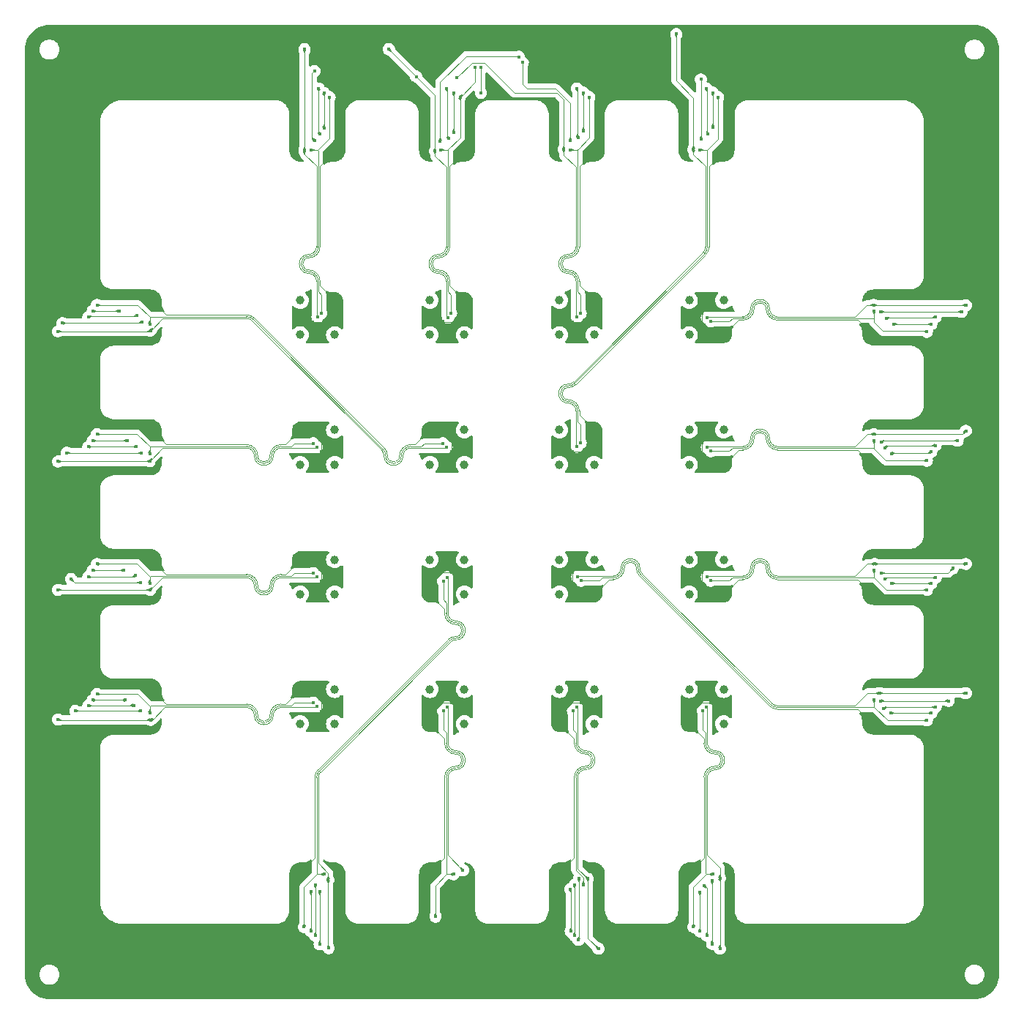
<source format=gbl>
G04 #@! TF.GenerationSoftware,KiCad,Pcbnew,8.0.1-unknown-202403172319~81f55dfc9c~ubuntu22.04.1*
G04 #@! TF.CreationDate,2024-03-25T12:05:19+00:00*
G04 #@! TF.ProjectId,LIS3DH_array,4c495333-4448-45f6-9172-7261792e6b69,rev?*
G04 #@! TF.SameCoordinates,Original*
G04 #@! TF.FileFunction,Copper,L2,Bot*
G04 #@! TF.FilePolarity,Positive*
%FSLAX46Y46*%
G04 Gerber Fmt 4.6, Leading zero omitted, Abs format (unit mm)*
G04 Created by KiCad (PCBNEW 8.0.1-unknown-202403172319~81f55dfc9c~ubuntu22.04.1) date 2024-03-25 12:05:19*
%MOMM*%
%LPD*%
G01*
G04 APERTURE LIST*
G04 #@! TA.AperFunction,SMDPad,CuDef*
%ADD10C,1.000000*%
G04 #@! TD*
G04 #@! TA.AperFunction,ViaPad*
%ADD11C,0.400000*%
G04 #@! TD*
G04 #@! TA.AperFunction,ViaPad*
%ADD12C,0.600000*%
G04 #@! TD*
G04 #@! TA.AperFunction,Conductor*
%ADD13C,0.100000*%
G04 #@! TD*
G04 APERTURE END LIST*
D10*
X128000002Y-96999998D03*
X98000002Y-78000002D03*
X113000003Y-96999998D03*
X101999998Y-81999998D03*
X146999998Y-111999997D03*
X113000002Y-123000003D03*
X146999998Y-96999997D03*
X131999998Y-126999997D03*
X128000002Y-81999998D03*
X113000002Y-108000003D03*
X146999998Y-81999997D03*
X146999997Y-108000002D03*
X128000002Y-78000002D03*
X116999997Y-108000002D03*
X143000003Y-111999998D03*
X98000003Y-111999998D03*
X143000003Y-126999998D03*
X131999998Y-78000002D03*
X131999997Y-123000002D03*
X116999998Y-81999998D03*
X116999997Y-93000002D03*
X116999998Y-126999997D03*
X146999998Y-126999997D03*
X131999998Y-93000002D03*
X143000002Y-123000003D03*
X131999998Y-81999998D03*
X113000002Y-93000003D03*
X101999998Y-96999997D03*
X128000002Y-93000002D03*
X128000003Y-126999998D03*
X146999997Y-123000002D03*
X113000002Y-81999998D03*
X113000003Y-126999998D03*
X143000002Y-78000003D03*
X116999998Y-96999997D03*
X98000003Y-96999998D03*
X143000003Y-96999998D03*
X116999997Y-123000002D03*
X143000003Y-81999998D03*
X146999997Y-93000002D03*
X143000002Y-108000003D03*
X101999998Y-126999997D03*
X98000002Y-123000003D03*
X101999998Y-78000002D03*
X101999997Y-123000002D03*
X98000002Y-93000003D03*
X146999997Y-78000002D03*
X143000002Y-93000003D03*
X128000002Y-108000003D03*
X101999997Y-93000002D03*
X101999998Y-111999997D03*
X113000003Y-111999998D03*
X128000002Y-123000003D03*
X128000003Y-111999998D03*
X116999998Y-111999997D03*
X116999998Y-78000002D03*
X131999997Y-108000002D03*
X101999997Y-108000002D03*
X131999998Y-96999998D03*
X131999998Y-111999997D03*
X98000002Y-108000003D03*
X98000003Y-126999998D03*
X98000002Y-81999998D03*
X113000002Y-78000002D03*
D11*
X97500000Y-148000000D03*
X168500000Y-107250000D03*
X80850000Y-78050000D03*
X76500000Y-82750000D03*
X164150000Y-96950000D03*
X167250000Y-82500000D03*
X102750000Y-148500000D03*
X142500000Y-148750000D03*
X147500000Y-57750000D03*
X127500000Y-149500000D03*
X164150000Y-126950000D03*
X97250000Y-58000000D03*
X76500000Y-127750000D03*
X167750000Y-92250000D03*
X132000000Y-78000000D03*
X102000000Y-78000000D03*
X169249999Y-122250000D03*
X128050000Y-144150000D03*
X113900000Y-122300000D03*
X147750000Y-147750000D03*
X75750000Y-82750000D03*
X75500000Y-77500000D03*
X168750000Y-127500000D03*
X97250000Y-55750001D03*
X77750000Y-77500000D03*
X117000000Y-78000000D03*
X142250000Y-57250000D03*
X80850000Y-123050000D03*
X132500000Y-55500000D03*
X77000015Y-107500006D03*
X167750000Y-122250000D03*
X77750015Y-107500006D03*
X117500000Y-57750000D03*
X167250000Y-127500000D03*
X98000000Y-93000000D03*
X132500000Y-57000000D03*
X99470000Y-80490000D03*
X131100000Y-97700000D03*
X75750000Y-127750000D03*
X102500000Y-57000000D03*
X127250000Y-57250000D03*
X78000000Y-127750000D03*
X78000000Y-82750000D03*
X147500000Y-56250000D03*
X142250000Y-56500000D03*
X142250000Y-58000000D03*
X167000000Y-92250000D03*
X117500000Y-55500000D03*
X77250000Y-97750000D03*
X168750000Y-97500000D03*
X147750000Y-147000000D03*
X168500000Y-122250000D03*
X128000000Y-127000000D03*
X145530000Y-124510000D03*
X102750000Y-147000000D03*
X77250000Y-82750000D03*
X168750000Y-82500000D03*
X117750000Y-149249999D03*
X129470000Y-80490000D03*
X144510000Y-94470000D03*
X76250015Y-107500006D03*
X117500000Y-57000000D03*
X169500000Y-97500000D03*
X98050000Y-144150000D03*
X102500000Y-56250000D03*
X168000000Y-127500000D03*
X127250000Y-58000000D03*
X144510000Y-109470000D03*
X132750000Y-147000000D03*
X112500000Y-148000000D03*
X147000000Y-112000000D03*
X168000000Y-112500000D03*
X97250000Y-57250000D03*
X117750000Y-147000000D03*
X143900000Y-122300000D03*
X129470000Y-95490000D03*
X168750000Y-112500000D03*
X97500000Y-148750000D03*
X142300000Y-96100000D03*
X142500000Y-147250000D03*
X113000000Y-112000000D03*
X144510000Y-79470000D03*
X113000000Y-127000000D03*
X113000000Y-93000000D03*
X168500000Y-92250000D03*
X128800000Y-122300000D03*
X169500000Y-127500000D03*
X164150000Y-81950000D03*
X132750000Y-149249999D03*
X76250000Y-77500000D03*
D12*
X113600000Y-49950000D03*
D11*
X77750000Y-122500000D03*
X127250000Y-55750001D03*
X80850015Y-108050006D03*
X80850000Y-93050000D03*
X146950000Y-60850000D03*
X143000000Y-127000000D03*
X98000000Y-108000000D03*
X131000000Y-82700000D03*
X132750000Y-148500000D03*
X75500000Y-92500000D03*
X169500000Y-112500000D03*
X143050000Y-144150000D03*
X132000000Y-93000000D03*
X78000015Y-112750006D03*
X102750000Y-149249999D03*
X77250015Y-112750006D03*
X127250000Y-56500000D03*
X117750000Y-148500000D03*
X168000000Y-97500000D03*
X167000000Y-107250000D03*
D12*
X128750000Y-52250000D03*
D11*
X115530000Y-124510000D03*
X76500000Y-97750000D03*
X167750000Y-77250000D03*
X102700000Y-93900000D03*
X129510000Y-109470000D03*
X169249999Y-107250000D03*
X142500000Y-148000000D03*
X147000000Y-97000000D03*
X97250000Y-56500000D03*
X77000000Y-77500000D03*
X147500000Y-55500000D03*
X97500000Y-149500000D03*
X114470000Y-80430000D03*
X102750000Y-147750000D03*
X167250000Y-112500000D03*
X77000000Y-122500000D03*
X112250000Y-55750001D03*
X142250000Y-55750001D03*
X132750000Y-147750000D03*
X101950000Y-60850000D03*
X131950000Y-60850000D03*
X115490000Y-95530000D03*
X75750015Y-112750006D03*
X75500015Y-107500006D03*
X127500000Y-148000000D03*
X169249999Y-77250000D03*
X115530000Y-109510000D03*
X147750000Y-148500000D03*
X147500000Y-57000000D03*
X76250000Y-122500000D03*
X127500000Y-148750000D03*
X142300000Y-111100000D03*
X142300000Y-81100000D03*
X169500000Y-82500000D03*
X97500000Y-147250000D03*
X167750000Y-107250000D03*
X169249999Y-92250000D03*
X117500000Y-56250000D03*
X130530000Y-124510000D03*
X164150000Y-111950000D03*
X75500000Y-122500000D03*
X75750000Y-97750000D03*
X116950000Y-60850000D03*
X102700000Y-123900000D03*
X112250000Y-56500000D03*
X112250000Y-58000000D03*
X102500000Y-55500000D03*
X102500000Y-57750000D03*
X113050000Y-144150000D03*
X112500000Y-147250000D03*
X168500000Y-77250000D03*
X132500000Y-56250000D03*
X132000000Y-112000000D03*
X112500000Y-149500000D03*
D12*
X131750000Y-49700000D03*
D11*
X167000000Y-122250000D03*
X77750000Y-92500000D03*
X117750000Y-147750000D03*
X77000000Y-92500000D03*
X142500000Y-149500000D03*
X98000000Y-123000000D03*
X76250000Y-92500000D03*
X147000000Y-82000000D03*
X117700000Y-93900000D03*
X77250000Y-127750000D03*
X167250000Y-97500000D03*
X167000000Y-77250000D03*
X168000000Y-82500000D03*
X100900000Y-82700000D03*
X113900000Y-107300000D03*
X100490000Y-110530000D03*
X132500000Y-57750000D03*
X112250000Y-57250000D03*
X76500015Y-112750006D03*
X115900000Y-82700000D03*
X112500000Y-148750000D03*
X127500000Y-147250000D03*
X127300000Y-111100000D03*
X100490000Y-95530000D03*
X100490000Y-125530000D03*
X147750000Y-149249999D03*
X102700000Y-108900000D03*
X78000000Y-97750000D03*
X111420000Y-52130000D03*
X98500000Y-60700000D03*
X146550000Y-144850000D03*
X129990000Y-125050000D03*
X164450000Y-108500000D03*
X70000000Y-126500000D03*
X101250000Y-145050000D03*
X175000000Y-78600000D03*
X146550000Y-153000000D03*
X116150000Y-52250000D03*
X143500000Y-60550000D03*
X144990000Y-125050000D03*
X108250000Y-48960000D03*
X145050000Y-80010000D03*
X175000000Y-123450000D03*
X80600000Y-96600000D03*
X130010000Y-94950000D03*
X114990000Y-125050000D03*
X145050000Y-110010000D03*
X80650000Y-111500000D03*
X98500000Y-48960000D03*
X130010000Y-79950000D03*
X115130000Y-80030000D03*
X164350000Y-93500000D03*
X101300000Y-152950000D03*
X70000000Y-96650000D03*
X130050000Y-110010000D03*
X80700000Y-81500000D03*
X80700000Y-126550000D03*
X164350000Y-78550000D03*
X100010000Y-79950000D03*
X99950000Y-94990000D03*
X116825000Y-143925000D03*
X114950000Y-94990000D03*
X70000000Y-111500000D03*
X114990000Y-110050000D03*
X165000000Y-123450000D03*
X128500000Y-60550000D03*
X131250000Y-144900000D03*
X175000000Y-93100000D03*
X113600000Y-60750000D03*
X99950000Y-109990000D03*
X145050000Y-95010000D03*
X141500000Y-47200000D03*
X175000000Y-108500000D03*
X70000000Y-81600000D03*
X99950000Y-124990000D03*
X132500000Y-153000000D03*
X100150000Y-53500000D03*
X165650000Y-95100000D03*
X79150000Y-79750000D03*
X73500000Y-79950000D03*
X99750000Y-145600000D03*
X115150000Y-59300000D03*
X145150000Y-58800000D03*
X73500000Y-110000000D03*
X114900000Y-53500000D03*
X165800000Y-80100000D03*
X78950000Y-109850000D03*
X78750000Y-124850000D03*
X130000000Y-53500000D03*
X129750001Y-145600000D03*
X73500000Y-94950000D03*
X171500000Y-94800000D03*
X100250000Y-58800000D03*
X73500000Y-124900000D03*
X171500000Y-110100000D03*
X171500000Y-79950000D03*
X99750000Y-151500000D03*
X130150000Y-59150000D03*
X79050000Y-94900000D03*
X129750000Y-151500000D03*
X171500000Y-125050000D03*
X165600000Y-110250000D03*
X144750000Y-145700000D03*
X145050000Y-151500000D03*
X145000000Y-53500000D03*
X165500000Y-125250000D03*
X114500000Y-94550000D03*
X145750000Y-144400000D03*
X146350000Y-54500000D03*
X100450000Y-79500000D03*
X131450000Y-54500000D03*
X99250000Y-60600000D03*
X144550000Y-125500000D03*
X170500000Y-111500000D03*
X164400000Y-109250000D03*
X80600015Y-110750006D03*
X114250000Y-60600000D03*
X144250000Y-60600000D03*
X80600000Y-95750000D03*
X129550000Y-125500000D03*
X164400000Y-94250000D03*
X80600000Y-125750000D03*
X130750000Y-145600000D03*
X101400000Y-54500000D03*
X130450000Y-79500000D03*
X164400000Y-124250000D03*
X74500000Y-93500000D03*
X170500000Y-81650000D03*
X130500000Y-110450000D03*
X99500000Y-124550000D03*
X98450000Y-150500000D03*
X170500000Y-126600000D03*
X115450000Y-79500000D03*
X164400000Y-79250000D03*
X130450000Y-94500000D03*
X80600000Y-80750000D03*
X170500000Y-96550000D03*
X116500000Y-54500000D03*
X99500000Y-94550000D03*
X118250000Y-51100000D03*
X145500000Y-80450000D03*
X145500000Y-95450000D03*
X100750000Y-144400000D03*
X74500000Y-108500000D03*
X114550000Y-110500000D03*
X115750000Y-144400000D03*
X129250000Y-60600000D03*
X114550000Y-125500000D03*
X99500000Y-109550000D03*
X74500000Y-123550000D03*
X143500000Y-150500000D03*
X145500000Y-110450000D03*
X113650000Y-149300000D03*
X74500000Y-78550000D03*
X99650000Y-59500000D03*
X99650000Y-51500000D03*
X144250000Y-146500000D03*
X115750000Y-54000000D03*
X171000000Y-110750000D03*
X130750000Y-54000000D03*
X130750000Y-58400000D03*
X100750000Y-54000000D03*
X77600000Y-109250000D03*
X77800000Y-124250000D03*
X115750000Y-58600000D03*
X99250000Y-151000000D03*
X166350000Y-125750000D03*
X99250000Y-146400000D03*
X171000000Y-95550000D03*
X118900000Y-51100000D03*
X118900000Y-54000000D03*
X129300000Y-151000000D03*
X74000000Y-124250000D03*
X166650000Y-80750000D03*
X100750000Y-58100000D03*
X144250000Y-151000000D03*
X129250000Y-146100000D03*
X145750000Y-54000000D03*
X74000000Y-79250000D03*
X74000000Y-94250000D03*
X166400000Y-110750000D03*
X77050000Y-79250000D03*
X74000000Y-109250000D03*
X171000000Y-125750000D03*
X145750000Y-58000000D03*
X78000000Y-94250000D03*
X171000000Y-80750000D03*
X166400000Y-95750000D03*
X123300000Y-49850000D03*
X114200000Y-59600000D03*
X71000000Y-95650000D03*
X79650000Y-95650000D03*
X70500000Y-80650000D03*
X79700000Y-80500000D03*
X174500000Y-79350000D03*
X165150000Y-79350000D03*
X165250000Y-94400000D03*
X174050000Y-94250000D03*
X79550000Y-110650006D03*
X71500000Y-110250000D03*
X144370000Y-59400000D03*
X144350000Y-52450000D03*
X129250000Y-59500000D03*
X123750000Y-50500000D03*
X102000000Y-82000000D03*
X117000000Y-82000000D03*
X132000000Y-82000000D03*
X143000000Y-82000000D03*
X102000000Y-93000000D03*
X117000000Y-93000000D03*
X132000000Y-97000000D03*
X143000000Y-97000000D03*
X102000000Y-108000000D03*
X98000000Y-82000000D03*
X113000000Y-82000000D03*
X128000000Y-82000000D03*
X143000000Y-78000000D03*
X101999998Y-96999997D03*
X116999998Y-96999997D03*
X128000002Y-96999998D03*
X143000002Y-93000003D03*
X101999998Y-111999997D03*
X98000000Y-78000000D03*
X113000000Y-78000000D03*
X128000000Y-78000000D03*
X147000000Y-78000000D03*
X98000000Y-97000000D03*
X113000000Y-97000000D03*
X128000000Y-93000000D03*
X147000000Y-93000000D03*
X98000000Y-112000000D03*
X100250000Y-146400000D03*
X100250000Y-152500000D03*
X173000000Y-124350000D03*
X165150000Y-124350000D03*
X165200000Y-109550000D03*
X173500000Y-109000000D03*
X79550000Y-125500000D03*
X72000000Y-125500000D03*
X130200000Y-152000000D03*
X130250000Y-144900000D03*
X145650000Y-152450000D03*
X145650000Y-145150000D03*
X113000000Y-108000000D03*
X116999997Y-108000002D03*
X117000000Y-112000000D03*
X128000000Y-112000000D03*
X128000002Y-108000003D03*
X132000000Y-108000000D03*
X143000000Y-112000000D03*
X143000002Y-108000003D03*
X147000000Y-108000000D03*
X113000000Y-123000000D03*
X116999997Y-123000002D03*
X117000000Y-127000000D03*
X102000000Y-123000000D03*
X101999998Y-126999997D03*
X98000000Y-127000000D03*
X128000000Y-123000000D03*
X131999997Y-123000002D03*
X132000000Y-127000000D03*
X143000000Y-123000000D03*
X146999997Y-123000002D03*
X147000000Y-127000000D03*
D13*
X153200000Y-95300000D02*
X162500000Y-95300000D01*
X113000000Y-93000000D02*
X111300000Y-94700000D01*
X162500000Y-80300000D02*
X164150000Y-81950000D01*
X152280762Y-124919239D02*
X137280000Y-109918477D01*
X144700000Y-128700000D02*
X144700000Y-129200000D01*
X130300000Y-62500000D02*
X131950000Y-60850000D01*
X129700000Y-133200000D02*
X129700000Y-142500000D01*
X115490000Y-94470000D02*
X114020002Y-93000002D01*
X145300000Y-62500000D02*
X146950000Y-60850000D01*
X98000000Y-123000000D02*
X96300000Y-124700000D01*
X114580000Y-80540000D02*
X115480000Y-80540000D01*
X162500000Y-95300000D02*
X164150000Y-96950000D01*
X145530000Y-124510000D02*
X144470000Y-124510000D01*
X145979998Y-81999998D02*
X146999998Y-81999998D01*
X82500000Y-79700000D02*
X80850000Y-78050000D01*
X129470000Y-124510000D02*
X128000002Y-125979998D01*
X114470000Y-124510000D02*
X113000002Y-125979998D01*
X153200000Y-110300000D02*
X162500000Y-110300000D01*
X96300000Y-109700000D02*
X95800000Y-109700000D01*
X144510000Y-94470000D02*
X144510000Y-95530000D01*
X130300000Y-71800000D02*
X130300000Y-62500000D01*
X145979998Y-96999998D02*
X146999998Y-96999998D01*
X117000000Y-78000000D02*
X115300000Y-76300000D01*
X130530000Y-124510000D02*
X129470000Y-124510000D01*
X114470000Y-109510000D02*
X113000002Y-110979998D01*
X129470000Y-80490000D02*
X130530000Y-80490000D01*
X114700000Y-128700000D02*
X114700000Y-129200000D01*
X130300000Y-76300000D02*
X130300000Y-75800000D01*
X114470000Y-80430000D02*
X114580000Y-80540000D01*
X144510000Y-80530000D02*
X145979998Y-81999998D01*
X100490000Y-124470000D02*
X99020002Y-123000002D01*
X114700000Y-133200000D02*
X114700000Y-142500000D01*
X130300000Y-91300000D02*
X130300000Y-90800000D01*
X100490000Y-109470000D02*
X99020002Y-108000002D01*
X132000000Y-112000000D02*
X133700000Y-110300000D01*
X147000000Y-97000000D02*
X148700000Y-95300000D01*
X130530000Y-95490000D02*
X131999998Y-94020002D01*
X143000000Y-127000000D02*
X144700000Y-128700000D01*
X131999998Y-94020002D02*
X131999998Y-93000002D01*
X99020002Y-108000002D02*
X98000002Y-108000002D01*
X99020002Y-93000002D02*
X98000002Y-93000002D01*
X162500000Y-125300000D02*
X164150000Y-126950000D01*
X99700000Y-142500000D02*
X98050000Y-144150000D01*
X144510000Y-79470000D02*
X144510000Y-80530000D01*
X113000000Y-127000000D02*
X114700000Y-128700000D01*
X99470000Y-80490000D02*
X100530000Y-80490000D01*
X114700000Y-142500000D02*
X113050000Y-144150000D01*
X128000000Y-127000000D02*
X129700000Y-128700000D01*
X102000000Y-78000000D02*
X100300000Y-76300000D01*
X115490000Y-95530000D02*
X115490000Y-94470000D01*
X100300000Y-71800000D02*
X100300000Y-62500000D01*
X91800000Y-124700000D02*
X82500000Y-124700000D01*
X148700000Y-110300000D02*
X149200000Y-110300000D01*
X91800000Y-79700000D02*
X82500000Y-79700000D01*
X92719238Y-80080761D02*
X107720000Y-95081523D01*
X98000000Y-108000000D02*
X96300000Y-109700000D01*
X91800000Y-94700000D02*
X82500000Y-94700000D01*
X130530000Y-80490000D02*
X131999998Y-79020002D01*
X113000002Y-110979998D02*
X113000002Y-111999998D01*
X82500000Y-94700000D02*
X80850000Y-93050000D01*
X132000000Y-93000000D02*
X130300000Y-91300000D01*
X153200000Y-125300000D02*
X162500000Y-125300000D01*
X82500015Y-109700006D02*
X80850015Y-108050006D01*
X100080761Y-132280762D02*
X115081523Y-117280000D01*
X131999998Y-79020002D02*
X131999998Y-78000002D01*
X145300000Y-71800000D02*
X145300000Y-62500000D01*
X99020002Y-123000002D02*
X98000002Y-123000002D01*
X99700000Y-133200000D02*
X99700000Y-142500000D01*
X145979998Y-111999998D02*
X146999998Y-111999998D01*
X100490000Y-94470000D02*
X99020002Y-93000002D01*
X101999998Y-79020002D02*
X101999998Y-78000002D01*
X100300000Y-62500000D02*
X101950000Y-60850000D01*
X91800000Y-109700000D02*
X82500000Y-109700000D01*
X115530000Y-124510000D02*
X114470000Y-124510000D01*
X115300000Y-76300000D02*
X115300000Y-75800000D01*
X128000002Y-125979998D02*
X128000002Y-126999998D01*
X144510000Y-95530000D02*
X145979998Y-96999998D01*
X147000000Y-82000000D02*
X148700000Y-80300000D01*
X116999998Y-79020002D02*
X116999998Y-78000002D01*
X129700000Y-142500000D02*
X128050000Y-144150000D01*
X129700000Y-128700000D02*
X129700000Y-129200000D01*
X115300000Y-62500000D02*
X116950000Y-60850000D01*
X130979998Y-111999998D02*
X131999998Y-111999998D01*
X129510000Y-109470000D02*
X129510000Y-110530000D01*
X96300000Y-94700000D02*
X95800000Y-94700000D01*
X144510000Y-110530000D02*
X145979998Y-111999998D01*
X100530000Y-80490000D02*
X101999998Y-79020002D01*
X129470000Y-95490000D02*
X130530000Y-95490000D01*
X129510000Y-110530000D02*
X130979998Y-111999998D01*
X162500000Y-110300000D02*
X164150000Y-111950000D01*
X144510000Y-109470000D02*
X144510000Y-110530000D01*
X100490000Y-125530000D02*
X100490000Y-124470000D01*
X144700000Y-133200000D02*
X144700000Y-142500000D01*
X115480000Y-80540000D02*
X116999998Y-79020002D01*
X153200000Y-80300000D02*
X162500000Y-80300000D01*
X144700000Y-142500000D02*
X143050000Y-144150000D01*
X115530000Y-109510000D02*
X114470000Y-109510000D01*
X82500000Y-124700000D02*
X80850000Y-123050000D01*
X111300000Y-94700000D02*
X110800000Y-94700000D01*
X115300000Y-71800000D02*
X115300000Y-62500000D01*
X144919239Y-72719238D02*
X129918477Y-87720000D01*
X148700000Y-80300000D02*
X149200000Y-80300000D01*
X144470000Y-124510000D02*
X143000002Y-125979998D01*
X114020002Y-93000002D02*
X113000002Y-93000002D01*
X113000000Y-112000000D02*
X114700000Y-113700000D01*
X98000000Y-93000000D02*
X96300000Y-94700000D01*
X100300000Y-76300000D02*
X100300000Y-75800000D01*
X148700000Y-95300000D02*
X149200000Y-95300000D01*
X96300000Y-124700000D02*
X95800000Y-124700000D01*
X147000000Y-112000000D02*
X148700000Y-110300000D01*
X132000000Y-78000000D02*
X130300000Y-76300000D01*
X133700000Y-110300000D02*
X134200000Y-110300000D01*
X113000002Y-125979998D02*
X113000002Y-126999998D01*
X100490000Y-110530000D02*
X100490000Y-109470000D01*
X143000002Y-125979998D02*
X143000002Y-126999998D01*
X114700000Y-113700000D02*
X114700000Y-114200000D01*
X100490000Y-95530000D02*
X100490000Y-94470000D01*
X114700000Y-114200000D02*
G75*
G03*
X116000000Y-115500000I1300000J0D01*
G01*
X151900000Y-94000000D02*
G75*
G03*
X153200000Y-95300000I1300000J0D01*
G01*
X110800000Y-94700000D02*
G75*
G03*
X109500000Y-96000000I0J-1300000D01*
G01*
X94500000Y-96000000D02*
G75*
G02*
X93100000Y-96000000I-700000J0D01*
G01*
X129000000Y-74500000D02*
G75*
G02*
X129000000Y-73100000I0J700000D01*
G01*
X93100000Y-126000000D02*
G75*
G03*
X91800000Y-124700000I-1300000J0D01*
G01*
X95800000Y-109700000D02*
G75*
G03*
X94500000Y-111000000I0J-1300000D01*
G01*
X95800000Y-124700000D02*
G75*
G03*
X94500000Y-126000000I0J-1300000D01*
G01*
X114000000Y-73100000D02*
G75*
G03*
X115300000Y-71800000I0J1300000D01*
G01*
X116000000Y-131900000D02*
G75*
G03*
X114700000Y-133200000I0J-1300000D01*
G01*
X137280761Y-109919239D02*
G75*
G02*
X136900000Y-109000000I919239J919239D01*
G01*
X149200000Y-110300000D02*
G75*
G03*
X150500000Y-109000000I0J1300000D01*
G01*
X149200000Y-80300000D02*
G75*
G03*
X150500000Y-79000000I0J1300000D01*
G01*
X116000000Y-116900000D02*
G75*
G03*
X115080761Y-117280762I0J-1300000D01*
G01*
X108100000Y-96000000D02*
G75*
G03*
X107719238Y-95080761I-1300000J0D01*
G01*
X151900000Y-109000000D02*
G75*
G03*
X153200000Y-110300000I1300000J0D01*
G01*
X151900000Y-79000000D02*
G75*
G03*
X153200000Y-80300000I1300000J0D01*
G01*
X149200000Y-95300000D02*
G75*
G03*
X150500000Y-94000000I0J1300000D01*
G01*
X93100000Y-111000000D02*
G75*
G03*
X91800000Y-109700000I-1300000J0D01*
G01*
X129919239Y-87719239D02*
G75*
G02*
X129000000Y-88100000I-919239J919239D01*
G01*
X95800000Y-94700000D02*
G75*
G03*
X94500000Y-96000000I0J-1300000D01*
G01*
X99000000Y-73100000D02*
G75*
G03*
X100300000Y-71800000I0J1300000D01*
G01*
X94500000Y-126000000D02*
G75*
G02*
X93100000Y-126000000I-700000J0D01*
G01*
X129700000Y-129200000D02*
G75*
G03*
X131000000Y-130500000I1300000J0D01*
G01*
X150500000Y-109000000D02*
G75*
G02*
X151900000Y-109000000I700000J0D01*
G01*
X115080761Y-117280761D02*
G75*
G02*
X116000000Y-116900000I919239J-919239D01*
G01*
X130300000Y-90800000D02*
G75*
G03*
X129000000Y-89500000I-1300000J0D01*
G01*
X109500000Y-96000000D02*
G75*
G02*
X108100000Y-96000000I-700000J0D01*
G01*
X92719238Y-80080761D02*
G75*
G03*
X91800000Y-79700000I-919238J-919239D01*
G01*
X116000000Y-115500000D02*
G75*
G02*
X116000000Y-116900000I0J-700000D01*
G01*
X131000000Y-131900000D02*
G75*
G03*
X129700000Y-133200000I0J-1300000D01*
G01*
X136900000Y-109000000D02*
G75*
G03*
X137280762Y-109919239I1300000J0D01*
G01*
X144700000Y-129200000D02*
G75*
G03*
X146000000Y-130500000I1300000J0D01*
G01*
X100300000Y-75800000D02*
G75*
G03*
X99000000Y-74500000I-1300000J0D01*
G01*
X94500000Y-111000000D02*
G75*
G02*
X93100000Y-111000000I-700000J0D01*
G01*
X131000000Y-130500000D02*
G75*
G02*
X131000000Y-131900000I0J-700000D01*
G01*
X116000000Y-130500000D02*
G75*
G02*
X116000000Y-131900000I0J-700000D01*
G01*
X130300000Y-75800000D02*
G75*
G03*
X129000000Y-74500000I-1300000J0D01*
G01*
X100080761Y-132280762D02*
G75*
G03*
X99700000Y-133200000I919239J-919238D01*
G01*
X114000000Y-74500000D02*
G75*
G02*
X114000000Y-73100000I0J700000D01*
G01*
X144919239Y-72719238D02*
G75*
G03*
X145300000Y-71800000I-919239J919238D01*
G01*
X129000000Y-89500000D02*
G75*
G02*
X129000000Y-88100000I0J700000D01*
G01*
X129000000Y-88100000D02*
G75*
G03*
X129919239Y-87719238I0J1300000D01*
G01*
X114700000Y-129200000D02*
G75*
G03*
X116000000Y-130500000I1300000J0D01*
G01*
X146000000Y-130500000D02*
G75*
G02*
X146000000Y-131900000I0J-700000D01*
G01*
X115300000Y-75800000D02*
G75*
G03*
X114000000Y-74500000I-1300000J0D01*
G01*
X107719239Y-95080761D02*
G75*
G02*
X108100000Y-96000000I-919239J-919239D01*
G01*
X129000000Y-73100000D02*
G75*
G03*
X130300000Y-71800000I0J1300000D01*
G01*
X150500000Y-94000000D02*
G75*
G02*
X151900000Y-94000000I700000J0D01*
G01*
X134200000Y-110300000D02*
G75*
G03*
X135500000Y-109000000I0J1300000D01*
G01*
X152280762Y-124919239D02*
G75*
G03*
X153200000Y-125300000I919238J919239D01*
G01*
X135500000Y-109000000D02*
G75*
G02*
X136900000Y-109000000I700000J0D01*
G01*
X146000000Y-131900000D02*
G75*
G03*
X144700000Y-133200000I0J-1300000D01*
G01*
X93100000Y-96000000D02*
G75*
G03*
X91800000Y-94700000I-1300000J0D01*
G01*
X150500000Y-79000000D02*
G75*
G02*
X151900000Y-79000000I700000J0D01*
G01*
X99000000Y-74500000D02*
G75*
G02*
X99000000Y-73100000I0J700000D01*
G01*
X162199999Y-79900000D02*
X153200000Y-79900000D01*
X119350000Y-50550000D02*
X122800000Y-54000000D01*
X115100000Y-133200000D02*
X115100000Y-142199999D01*
X80700000Y-126550000D02*
X70050000Y-126550000D01*
X116150000Y-52250000D02*
X117850000Y-50550000D01*
X152563605Y-124636397D02*
X137563604Y-109636396D01*
X116825000Y-143925000D02*
X116900000Y-144000000D01*
X145050000Y-95010000D02*
X145160000Y-94900000D01*
X99950000Y-94990000D02*
X99840000Y-95100000D01*
X113600000Y-60750000D02*
X113600000Y-61300000D01*
X141500000Y-52600000D02*
X143500000Y-54600000D01*
X70050000Y-126550000D02*
X70000000Y-126500000D01*
X82100000Y-80100000D02*
X91799999Y-80100000D01*
X130100000Y-143750000D02*
X130100000Y-133200000D01*
X115100000Y-110160000D02*
X115100000Y-114200000D01*
X164350000Y-78550000D02*
X163549999Y-78550000D01*
X143500000Y-54600000D02*
X143500000Y-60550000D01*
X174950000Y-78550000D02*
X164350000Y-78550000D01*
X145050000Y-80010000D02*
X145160000Y-79900000D01*
X101250000Y-144263603D02*
X100100000Y-143113603D01*
X99840000Y-95100000D02*
X95800000Y-95100000D01*
X99950000Y-124990000D02*
X99840000Y-125100000D01*
X114840000Y-95100000D02*
X110800000Y-95100000D01*
X128500000Y-54750000D02*
X128500000Y-60550000D01*
X146550000Y-144850000D02*
X146550000Y-153000000D01*
X82317157Y-125100000D02*
X91800000Y-125100000D01*
X70000000Y-81600000D02*
X80600000Y-81600000D01*
X115130000Y-80030000D02*
X114900000Y-79800000D01*
X143500000Y-60550000D02*
X143500000Y-61100000D01*
X114990000Y-110050000D02*
X115100000Y-110160000D01*
X129990000Y-125050000D02*
X130100000Y-125160000D01*
X99840000Y-125100000D02*
X95800000Y-125100000D01*
X163649999Y-123450000D02*
X162199999Y-124900000D01*
X146550000Y-143649999D02*
X145100000Y-142199999D01*
X165000000Y-123450000D02*
X163649999Y-123450000D01*
X80700000Y-126550000D02*
X80867157Y-126550000D01*
X100100000Y-143113603D02*
X100100000Y-133200000D01*
X130100000Y-125160000D02*
X130100000Y-129200000D01*
X131250000Y-144900000D02*
X130100000Y-143750000D01*
X163599999Y-108500000D02*
X162199999Y-109900000D01*
X101250000Y-152900000D02*
X101250000Y-145050000D01*
X128500000Y-61200000D02*
X129900000Y-62600000D01*
X127750000Y-54000000D02*
X128500000Y-54750000D01*
X145050000Y-110010000D02*
X145160000Y-109900000D01*
X131300000Y-145575001D02*
X131300000Y-151800000D01*
X163599999Y-93500000D02*
X162199999Y-94900000D01*
X144636397Y-72436395D02*
X129636396Y-87436396D01*
X129900000Y-79840000D02*
X129900000Y-75800000D01*
X164350000Y-93500000D02*
X163599999Y-93500000D01*
X114900000Y-79800000D02*
X114900000Y-75800000D01*
X80650000Y-111500000D02*
X82050000Y-110100000D01*
X99900000Y-62500000D02*
X99900000Y-71800000D01*
X164350000Y-93500000D02*
X165375001Y-93500000D01*
X115100000Y-142199999D02*
X115099999Y-142200000D01*
X113600000Y-54310000D02*
X113600000Y-60750000D01*
X130050000Y-110010000D02*
X130160000Y-109900000D01*
X113600000Y-61300000D02*
X114900000Y-62600000D01*
X70000000Y-96650000D02*
X80550000Y-96650000D01*
X98500000Y-60700000D02*
X98500000Y-59625000D01*
X175000000Y-93100000D02*
X174600000Y-93500000D01*
X129900000Y-62600000D02*
X129900000Y-71800000D01*
X131300000Y-151800000D02*
X132500000Y-153000000D01*
X165375001Y-108500000D02*
X164450000Y-108500000D01*
X145160000Y-94900000D02*
X149200000Y-94900000D01*
X162199999Y-124900000D02*
X153200001Y-124900000D01*
X130010000Y-94950000D02*
X129900000Y-94840000D01*
X82050000Y-110100000D02*
X91800000Y-110100000D01*
X144990000Y-125050000D02*
X145100000Y-125160000D01*
X128500000Y-60550000D02*
X128500000Y-61200000D01*
X143500000Y-61100000D02*
X144900000Y-62500000D01*
X146550000Y-144850000D02*
X146550000Y-143649999D01*
X80550000Y-96650000D02*
X80600000Y-96600000D01*
X162199999Y-94900000D02*
X153200000Y-94900000D01*
X70000000Y-111500000D02*
X80650000Y-111500000D01*
X175000000Y-123450000D02*
X165000000Y-123450000D01*
X117850000Y-50550000D02*
X119350000Y-50550000D01*
X99900000Y-79840000D02*
X99900000Y-75800000D01*
X141500000Y-47200000D02*
X141500000Y-52600000D01*
X145160000Y-79900000D02*
X149200000Y-79900000D01*
X80700000Y-126550000D02*
X80700000Y-126600000D01*
X164450000Y-108500000D02*
X163599999Y-108500000D01*
X130160000Y-109900000D02*
X134200000Y-109900000D01*
X99840000Y-110100000D02*
X95800000Y-110100000D01*
X80700000Y-81500000D02*
X82100000Y-80100000D01*
X174600000Y-93500000D02*
X165375001Y-93500000D01*
X144900000Y-62500000D02*
X144900000Y-71799999D01*
X175000000Y-78600000D02*
X174950000Y-78550000D01*
X80867157Y-126550000D02*
X82317157Y-125100000D01*
X80600000Y-96600000D02*
X82100000Y-95100000D01*
X129900000Y-94840000D02*
X129900000Y-90800000D01*
X98500000Y-61100000D02*
X99900000Y-62500000D01*
X101300000Y-152950000D02*
X101250000Y-152900000D01*
X101250000Y-145050000D02*
X101250000Y-144263603D01*
X163549999Y-78550000D02*
X162199999Y-79900000D01*
X145100000Y-142199999D02*
X145100000Y-133200000D01*
X162199999Y-109900000D02*
X153200000Y-109900000D01*
X99950000Y-109990000D02*
X99840000Y-110100000D01*
X131250000Y-144900000D02*
X131300000Y-144950000D01*
X131300000Y-144950000D02*
X131300000Y-145575001D01*
X108250000Y-48960000D02*
X113600000Y-54310000D01*
X98500000Y-59625000D02*
X98500000Y-48960000D01*
X82100000Y-95100000D02*
X91800000Y-95100000D01*
X175000000Y-108500000D02*
X165375001Y-108500000D01*
X98500000Y-60700000D02*
X98500000Y-61100000D01*
X114900000Y-62600000D02*
X114900000Y-71800000D01*
X115099999Y-142200000D02*
X116825000Y-143925000D01*
X80600000Y-81600000D02*
X80700000Y-81500000D01*
X145100000Y-125160000D02*
X145100000Y-129200000D01*
X100363603Y-132563605D02*
X115363604Y-117563604D01*
X114990000Y-125050000D02*
X115100000Y-125160000D01*
X115100000Y-125160000D02*
X115100000Y-129200000D01*
X122800000Y-54000000D02*
X127750000Y-54000000D01*
X100010000Y-79950000D02*
X99900000Y-79840000D01*
X92436395Y-80363603D02*
X107436396Y-95363604D01*
X145160000Y-109900000D02*
X149200000Y-109900000D01*
X114950000Y-94990000D02*
X114840000Y-95100000D01*
X130010000Y-79950000D02*
X129900000Y-79840000D01*
X92700000Y-126000000D02*
G75*
G03*
X91800000Y-125100000I-900000J0D01*
G01*
X91799999Y-80100000D02*
G75*
G02*
X92436395Y-80363603I1J-900000D01*
G01*
X129900000Y-90800000D02*
G75*
G03*
X129000000Y-89900000I-900000J0D01*
G01*
X95800000Y-125100000D02*
G75*
G03*
X94900000Y-126000000I0J-900000D01*
G01*
X99000000Y-74900000D02*
G75*
G02*
X99000000Y-72700000I0J1100000D01*
G01*
X114900000Y-75800000D02*
G75*
G03*
X114000000Y-74900000I-900000J0D01*
G01*
X95800000Y-110100000D02*
G75*
G03*
X94900000Y-111000000I0J-900000D01*
G01*
X107436396Y-95363604D02*
G75*
G02*
X107700000Y-96000000I-636396J-636396D01*
G01*
X116000000Y-130100000D02*
G75*
G02*
X116000000Y-132300000I0J-1100000D01*
G01*
X131000000Y-132300000D02*
G75*
G03*
X130100000Y-133200000I0J-900000D01*
G01*
X115100000Y-114200000D02*
G75*
G03*
X116000000Y-115100000I900000J0D01*
G01*
X110800000Y-95100000D02*
G75*
G03*
X109900000Y-96000000I0J-900000D01*
G01*
X115363604Y-117563604D02*
G75*
G02*
X116000000Y-117300000I636396J-636396D01*
G01*
X92700000Y-96000000D02*
G75*
G03*
X91800000Y-95100000I-900000J0D01*
G01*
X109900000Y-96000000D02*
G75*
G02*
X107700000Y-96000000I-1100000J0D01*
G01*
X137563604Y-109636396D02*
G75*
G02*
X137300000Y-109000000I636396J636396D01*
G01*
X129636396Y-87436396D02*
G75*
G02*
X129000000Y-87700000I-636396J636396D01*
G01*
X146000000Y-130100000D02*
G75*
G02*
X146000000Y-132300000I0J-1100000D01*
G01*
X150100000Y-109000000D02*
G75*
G02*
X152300000Y-109000000I1100000J0D01*
G01*
X92700000Y-111000000D02*
G75*
G03*
X91800000Y-110100000I-900000J0D01*
G01*
X94900000Y-96000000D02*
G75*
G02*
X92700000Y-96000000I-1100000J0D01*
G01*
X99000000Y-72700000D02*
G75*
G03*
X99900000Y-71800000I0J900000D01*
G01*
X152300000Y-94000000D02*
G75*
G03*
X153200000Y-94900000I900000J0D01*
G01*
X99900000Y-75800000D02*
G75*
G03*
X99000000Y-74900000I-900000J0D01*
G01*
X115100000Y-129200000D02*
G75*
G03*
X116000000Y-130100000I900000J0D01*
G01*
X130100000Y-129200000D02*
G75*
G03*
X131000000Y-130100000I900000J0D01*
G01*
X115363604Y-117563604D02*
G75*
G02*
X116000000Y-117300000I636396J-636396D01*
G01*
X146000000Y-132300000D02*
G75*
G03*
X145100000Y-133200000I0J-900000D01*
G01*
X129636396Y-87436396D02*
G75*
G02*
X129000000Y-87700000I-636396J636396D01*
G01*
X150100000Y-79000000D02*
G75*
G02*
X152300000Y-79000000I1100000J0D01*
G01*
X149200000Y-79900000D02*
G75*
G03*
X150100000Y-79000000I0J900000D01*
G01*
X116000000Y-132300000D02*
G75*
G03*
X115100000Y-133200000I0J-900000D01*
G01*
X129000000Y-72700000D02*
G75*
G03*
X129900000Y-71800000I0J900000D01*
G01*
X144900000Y-71799999D02*
G75*
G02*
X144636397Y-72436395I-900000J-1D01*
G01*
X137563604Y-109636396D02*
G75*
G02*
X137300000Y-109000000I636396J636396D01*
G01*
X145100000Y-129200000D02*
G75*
G03*
X146000000Y-130100000I900000J0D01*
G01*
X95800000Y-95100000D02*
G75*
G03*
X94900000Y-96000000I0J-900000D01*
G01*
X100100000Y-133200001D02*
G75*
G02*
X100363603Y-132563605I900000J1D01*
G01*
X129000000Y-74900000D02*
G75*
G02*
X129000000Y-72700000I0J1100000D01*
G01*
X129000000Y-89900000D02*
G75*
G02*
X129000000Y-87700000I0J1100000D01*
G01*
X152300000Y-109000000D02*
G75*
G03*
X153200000Y-109900000I900000J0D01*
G01*
X135100000Y-109000000D02*
G75*
G02*
X137300000Y-109000000I1100000J0D01*
G01*
X152300000Y-79000000D02*
G75*
G03*
X153200000Y-79900000I900000J0D01*
G01*
X114000000Y-72700000D02*
G75*
G03*
X114900000Y-71800000I0J900000D01*
G01*
X149200000Y-94900000D02*
G75*
G03*
X150100000Y-94000000I0J900000D01*
G01*
X134200000Y-109900000D02*
G75*
G03*
X135100000Y-109000000I0J900000D01*
G01*
X114000000Y-74900000D02*
G75*
G02*
X114000000Y-72700000I0J1100000D01*
G01*
X94900000Y-126000000D02*
G75*
G02*
X92700000Y-126000000I-1100000J0D01*
G01*
X94900000Y-111000000D02*
G75*
G02*
X92700000Y-111000000I-1100000J0D01*
G01*
X107436396Y-95363604D02*
G75*
G02*
X107700000Y-96000000I-636396J-636396D01*
G01*
X129900000Y-75800000D02*
G75*
G03*
X129000000Y-74900000I-900000J0D01*
G01*
X116000000Y-115100000D02*
G75*
G02*
X116000000Y-117300000I0J-1100000D01*
G01*
X150100000Y-94000000D02*
G75*
G02*
X152300000Y-94000000I1100000J0D01*
G01*
X153200001Y-124900000D02*
G75*
G02*
X152563605Y-124636397I-1J900000D01*
G01*
X149200000Y-109900000D02*
G75*
G03*
X150100000Y-109000000I0J900000D01*
G01*
X131000000Y-130100000D02*
G75*
G02*
X131000000Y-132300000I0J-1100000D01*
G01*
X165700000Y-125050000D02*
X165500000Y-125250000D01*
X165900000Y-80000000D02*
X165800000Y-80100000D01*
X165750000Y-110100000D02*
X165600000Y-110250000D01*
X79000000Y-94950000D02*
X79050000Y-94900000D01*
X79050000Y-79850000D02*
X79150000Y-79750000D01*
X115050000Y-59200000D02*
X115150000Y-59300000D01*
X78800000Y-110000000D02*
X78950000Y-109850000D01*
X73600000Y-79850000D02*
X79050000Y-79850000D01*
X73500000Y-110000000D02*
X78800000Y-110000000D01*
X73500000Y-79950000D02*
X73600000Y-79850000D01*
X100150000Y-58700000D02*
X100150000Y-53500000D01*
X171500000Y-110100000D02*
X165750000Y-110100000D01*
X129750000Y-145600001D02*
X129750000Y-151500000D01*
X145050000Y-151500000D02*
X145050000Y-146000000D01*
X171450000Y-80000000D02*
X165900000Y-80000000D01*
X145000000Y-53500000D02*
X145050000Y-53550000D01*
X145050000Y-53550000D02*
X145050000Y-58700000D01*
X73500000Y-94950000D02*
X79000000Y-94950000D01*
X99750000Y-151500000D02*
X99750000Y-145600000D01*
X115050000Y-53650000D02*
X115050000Y-59200000D01*
X130050000Y-53550000D02*
X130050000Y-59050000D01*
X165650000Y-95100000D02*
X165950000Y-94800000D01*
X145050000Y-146000000D02*
X144750000Y-145700000D01*
X171500000Y-79950000D02*
X171450000Y-80000000D01*
X129750001Y-145600000D02*
X129750000Y-145600001D01*
X165950000Y-94800000D02*
X171500000Y-94800000D01*
X100250000Y-58800000D02*
X100150000Y-58700000D01*
X171500000Y-125050000D02*
X165700000Y-125050000D01*
X114900000Y-53500000D02*
X115050000Y-53650000D01*
X130050000Y-59050000D02*
X130150000Y-59150000D01*
X130000000Y-53500000D02*
X130050000Y-53550000D01*
X73500000Y-124900000D02*
X78700000Y-124900000D01*
X78700000Y-124900000D02*
X78750000Y-124850000D01*
X145050000Y-58700000D02*
X145150000Y-58800000D01*
X130450000Y-92350000D02*
X130100000Y-92000000D01*
X80600000Y-94950000D02*
X80600000Y-95750000D01*
X98450000Y-145899999D02*
X99949999Y-144400000D01*
X114550000Y-127650000D02*
X114900000Y-128000000D01*
X131450000Y-54500000D02*
X131450000Y-59200001D01*
X129900000Y-143913603D02*
X129900000Y-133200000D01*
X99900000Y-133200001D02*
X99900000Y-144300000D01*
X147650000Y-80450000D02*
X148000000Y-80100000D01*
X80700021Y-109900000D02*
X91800000Y-109900000D01*
X144550000Y-125500000D02*
X144550000Y-127650000D01*
X145500000Y-95450000D02*
X147650000Y-95450000D01*
X170500000Y-96550000D02*
X165750000Y-96550000D01*
X129550000Y-125500000D02*
X129550000Y-127650000D01*
X99250000Y-60600000D02*
X100000000Y-60600000D01*
X115050001Y-60600000D02*
X114250000Y-60600000D01*
X99500000Y-94550000D02*
X97350000Y-94550000D01*
X130450000Y-79500000D02*
X130450000Y-77350000D01*
X137422183Y-109777817D02*
X152422183Y-124777817D01*
X99949999Y-144400000D02*
X100750000Y-144400000D01*
X144949999Y-144400000D02*
X145750000Y-144400000D01*
X74500000Y-78550000D02*
X79200000Y-78550000D01*
X145000000Y-144400000D02*
X144900000Y-144300000D01*
X132650000Y-110450000D02*
X133000000Y-110100000D01*
X80650000Y-79900000D02*
X80600000Y-79950000D01*
X164400000Y-80550000D02*
X164400000Y-79250000D01*
X91799999Y-79900000D02*
X80650000Y-79900000D01*
X115450000Y-77350000D02*
X115100000Y-77000000D01*
X130750000Y-144763603D02*
X129900000Y-143913603D01*
X164400000Y-80000000D02*
X164300000Y-80100000D01*
X164400000Y-125000000D02*
X164300000Y-125100000D01*
X114550000Y-125500000D02*
X114550000Y-127650000D01*
X80700000Y-124900000D02*
X80600000Y-125000000D01*
X115750000Y-144400000D02*
X114949999Y-144400000D01*
X79150009Y-108500000D02*
X80600015Y-109950006D01*
X145100000Y-60600000D02*
X145100000Y-71799999D01*
X164400000Y-109250000D02*
X164400000Y-110000000D01*
X145500000Y-80450000D02*
X147650000Y-80450000D01*
X118250000Y-52750000D02*
X118250000Y-51100000D01*
X113650000Y-149300000D02*
X113650000Y-145699999D01*
X115000000Y-144400000D02*
X114900000Y-144300000D01*
X145500000Y-110450000D02*
X147650000Y-110450000D01*
X145750000Y-144400000D02*
X145000000Y-144400000D01*
X115100000Y-60550001D02*
X115100000Y-71800000D01*
X146350000Y-54500000D02*
X146350000Y-59350000D01*
X97000000Y-94900000D02*
X95800000Y-94900000D01*
X74500000Y-123550000D02*
X79200000Y-123550000D01*
X164400000Y-110000000D02*
X164300000Y-110100000D01*
X112000000Y-94900000D02*
X110800000Y-94900000D01*
X80600000Y-95000000D02*
X80700000Y-94900000D01*
X130450000Y-94500000D02*
X130450000Y-92350000D01*
X114949999Y-144400000D02*
X113650000Y-145699999D01*
X115050001Y-60600000D02*
X115100000Y-60550001D01*
X80600015Y-109950006D02*
X80600015Y-110750006D01*
X130100000Y-77000000D02*
X130100000Y-75800000D01*
X129777817Y-87577817D02*
X144777817Y-72577817D01*
X148000000Y-95100000D02*
X149200000Y-95100000D01*
X116500000Y-59150001D02*
X115050001Y-60600000D01*
X99500000Y-124550000D02*
X97350000Y-124550000D01*
X80600000Y-124950000D02*
X80600000Y-125750000D01*
X165849999Y-111500000D02*
X164400000Y-110050001D01*
X80600000Y-95750000D02*
X80600000Y-95000000D01*
X100450000Y-77350000D02*
X100100000Y-77000000D01*
X148000000Y-110100000D02*
X149200000Y-110100000D01*
X80700000Y-94900000D02*
X91800000Y-94900000D01*
X165750000Y-96550000D02*
X164400000Y-95200000D01*
X97350000Y-124550000D02*
X97000000Y-124900000D01*
X115222183Y-117422183D02*
X100222183Y-132422183D01*
X97000000Y-124900000D02*
X95800000Y-124900000D01*
X144777817Y-72577817D02*
X144777817Y-72577816D01*
X115750000Y-144400000D02*
X115000000Y-144400000D01*
X130450000Y-77350000D02*
X130100000Y-77000000D01*
X164400000Y-94250000D02*
X164400000Y-95000000D01*
X164400000Y-110050001D02*
X164400000Y-109250000D01*
X98450000Y-150500000D02*
X98450000Y-145899999D01*
X99500000Y-109550000D02*
X97350000Y-109550000D01*
X114550000Y-112650000D02*
X114900000Y-113000000D01*
X101400000Y-54500000D02*
X101400000Y-59250001D01*
X97350000Y-109550000D02*
X97000000Y-109900000D01*
X170500000Y-81650000D02*
X170400000Y-81550000D01*
X114550000Y-110500000D02*
X114550000Y-112650000D01*
X164300000Y-80100000D02*
X153200000Y-80100000D01*
X130050001Y-60600000D02*
X130100000Y-60550001D01*
X92577817Y-80222183D02*
X92577816Y-80222183D01*
X79200000Y-78550000D02*
X80600000Y-79950000D01*
X80600015Y-110750006D02*
X80600015Y-110000006D01*
X112350000Y-94550000D02*
X112000000Y-94900000D01*
X129550000Y-127650000D02*
X129900000Y-128000000D01*
X153200001Y-125100000D02*
X164300000Y-125100000D01*
X116500000Y-54500000D02*
X116500000Y-59150001D01*
X80600015Y-110000006D02*
X80700015Y-109900006D01*
X144900000Y-128000000D02*
X144900000Y-129200000D01*
X165949999Y-126600000D02*
X164400000Y-125050001D01*
X143500000Y-145849999D02*
X144949999Y-144400000D01*
X74500000Y-108500000D02*
X79150009Y-108500000D01*
X131450000Y-59200001D02*
X130050001Y-60600000D01*
X130500000Y-110450000D02*
X132650000Y-110450000D01*
X79200000Y-123550000D02*
X80600000Y-124950000D01*
X164400000Y-79250000D02*
X164400000Y-80000000D01*
X130100000Y-60550001D02*
X130100000Y-71800000D01*
X100450000Y-79500000D02*
X100450000Y-77350000D01*
X143500000Y-150500000D02*
X143500000Y-145849999D01*
X152422183Y-124777817D02*
X152422184Y-124777817D01*
X107577817Y-95222183D02*
X92577817Y-80222183D01*
X164400000Y-124250000D02*
X164400000Y-125000000D01*
X164300000Y-110100000D02*
X153200000Y-110100000D01*
X114900000Y-128000000D02*
X114900000Y-129200000D01*
X115100000Y-77000000D02*
X115100000Y-75800000D01*
X170500000Y-111500000D02*
X165849999Y-111500000D01*
X148000000Y-80100000D02*
X149200000Y-80100000D01*
X144550000Y-127650000D02*
X144900000Y-128000000D01*
X164300000Y-95100000D02*
X153200000Y-95100000D01*
X165400000Y-81550000D02*
X164400000Y-80550000D01*
X100050001Y-60600000D02*
X99250000Y-60600000D01*
X116500000Y-54500000D02*
X118250000Y-52750000D01*
X164400000Y-95200000D02*
X164400000Y-94250000D01*
X114900000Y-144300000D02*
X114900000Y-133200000D01*
X144900000Y-144300000D02*
X144900000Y-133200000D01*
X80600000Y-125000000D02*
X80600000Y-125750000D01*
X91800000Y-124900000D02*
X80700000Y-124900000D01*
X170500000Y-126600000D02*
X165949999Y-126600000D01*
X130100000Y-92000000D02*
X130100000Y-90800000D01*
X80700015Y-109900006D02*
X80700021Y-109900000D01*
X146350000Y-59350000D02*
X145100000Y-60600000D01*
X130750000Y-145600000D02*
X130750000Y-144763603D01*
X100000000Y-60600000D02*
X100100000Y-60700000D01*
X80600000Y-80750000D02*
X80600000Y-79950000D01*
X147650000Y-95450000D02*
X148000000Y-95100000D01*
X99900000Y-144300000D02*
X100000000Y-144400000D01*
X133000000Y-110100000D02*
X134200000Y-110100000D01*
X114500000Y-94550000D02*
X112350000Y-94550000D01*
X164400000Y-95000000D02*
X164300000Y-95100000D01*
X130050001Y-60600000D02*
X129250000Y-60600000D01*
X100100000Y-60700000D02*
X100100000Y-71800000D01*
X100000000Y-144400000D02*
X100750000Y-144400000D01*
X147650000Y-110450000D02*
X148000000Y-110100000D01*
X100222183Y-132422183D02*
X100222183Y-132422184D01*
X100100000Y-77000000D02*
X100100000Y-75800000D01*
X115450000Y-79500000D02*
X115450000Y-77350000D01*
X145100000Y-60600000D02*
X144250000Y-60600000D01*
X164400000Y-125050001D02*
X164400000Y-124250000D01*
X101400000Y-59250001D02*
X100050001Y-60600000D01*
X74500000Y-93500000D02*
X79150000Y-93500000D01*
X170400000Y-81550000D02*
X165400000Y-81550000D01*
X80600000Y-80750000D02*
X80600000Y-80000000D01*
X114900000Y-113000000D02*
X114900000Y-114200000D01*
X129900000Y-128000000D02*
X129900000Y-129200000D01*
X79150000Y-93500000D02*
X80600000Y-94950000D01*
X97000000Y-109900000D02*
X95800000Y-109900000D01*
X97350000Y-94550000D02*
X97000000Y-94900000D01*
X116000000Y-115300000D02*
G75*
G02*
X116000000Y-117100000I0J-900000D01*
G01*
X149200000Y-80100000D02*
G75*
G03*
X150300000Y-79000000I0J1100000D01*
G01*
X95800000Y-109900000D02*
G75*
G03*
X94700000Y-111000000I0J-1100000D01*
G01*
X114000000Y-74700000D02*
G75*
G02*
X114000000Y-72900000I0J900000D01*
G01*
X114000000Y-72900000D02*
G75*
G03*
X115100000Y-71800000I0J1100000D01*
G01*
X94700000Y-96000000D02*
G75*
G02*
X92900000Y-96000000I-900000J0D01*
G01*
X146000000Y-130300000D02*
G75*
G02*
X146000000Y-132100000I0J-900000D01*
G01*
X107577817Y-95222182D02*
G75*
G02*
X107900000Y-96000000I-777817J-777818D01*
G01*
X115100000Y-75800000D02*
G75*
G03*
X114000000Y-74700000I-1100000J0D01*
G01*
X94700000Y-126000000D02*
G75*
G02*
X92900000Y-126000000I-900000J0D01*
G01*
X92900000Y-111000000D02*
G75*
G03*
X91800000Y-109900000I-1100000J0D01*
G01*
X134200000Y-110100000D02*
G75*
G03*
X135300000Y-109000000I0J1100000D01*
G01*
X110800000Y-94900000D02*
G75*
G03*
X109700000Y-96000000I0J-1100000D01*
G01*
X99900000Y-133200001D02*
G75*
G02*
X100222182Y-132422183I1100000J1D01*
G01*
X152100000Y-94000000D02*
G75*
G03*
X153200000Y-95100000I1100000J0D01*
G01*
X152100000Y-79000000D02*
G75*
G03*
X153200000Y-80100000I1100000J0D01*
G01*
X95800000Y-94900000D02*
G75*
G03*
X94700000Y-96000000I0J-1100000D01*
G01*
X107577817Y-95222183D02*
G75*
G02*
X107899999Y-96000000I-777817J-777817D01*
G01*
X149200000Y-110100000D02*
G75*
G03*
X150300000Y-109000000I0J1100000D01*
G01*
X135300000Y-109000000D02*
G75*
G02*
X137100000Y-109000000I900000J0D01*
G01*
X99000000Y-74700000D02*
G75*
G02*
X99000000Y-72900000I0J900000D01*
G01*
X152100000Y-109000000D02*
G75*
G03*
X153200000Y-110100000I1100000J0D01*
G01*
X146000000Y-132100000D02*
G75*
G03*
X144900000Y-133200000I0J-1100000D01*
G01*
X149200000Y-95100000D02*
G75*
G03*
X150300000Y-94000000I0J1100000D01*
G01*
X144900000Y-129200000D02*
G75*
G03*
X146000000Y-130300000I1100000J0D01*
G01*
X129900000Y-129200000D02*
G75*
G03*
X131000000Y-130300000I1100000J0D01*
G01*
X114900000Y-114200000D02*
G75*
G03*
X116000000Y-115300000I1100000J0D01*
G01*
X145100000Y-71799999D02*
G75*
G02*
X144777818Y-72577817I-1100000J-1D01*
G01*
X92900000Y-126000000D02*
G75*
G03*
X91800000Y-124900000I-1100000J0D01*
G01*
X130100000Y-75800000D02*
G75*
G03*
X129000000Y-74700000I-1100000J0D01*
G01*
X99000000Y-72900000D02*
G75*
G03*
X100100000Y-71800000I0J1100000D01*
G01*
X131000000Y-132100000D02*
G75*
G03*
X129900000Y-133200000I0J-1100000D01*
G01*
X137422183Y-109777818D02*
G75*
G02*
X137100000Y-109000000I777817J777818D01*
G01*
X129000000Y-89700000D02*
G75*
G02*
X129000000Y-87900000I0J900000D01*
G01*
X130100000Y-90800000D02*
G75*
G03*
X129000000Y-89700000I-1100000J0D01*
G01*
X150300000Y-94000000D02*
G75*
G02*
X152100000Y-94000000I900000J0D01*
G01*
X131000000Y-130300000D02*
G75*
G02*
X131000000Y-132100000I0J-900000D01*
G01*
X129000000Y-72900000D02*
G75*
G03*
X130100000Y-71800000I0J1100000D01*
G01*
X137422183Y-109777817D02*
G75*
G02*
X137100001Y-109000000I777817J777817D01*
G01*
X114900000Y-129200000D02*
G75*
G03*
X116000000Y-130300000I1100000J0D01*
G01*
X109700000Y-96000000D02*
G75*
G02*
X107900000Y-96000000I-900000J0D01*
G01*
X94700000Y-111000000D02*
G75*
G02*
X92900000Y-111000000I-900000J0D01*
G01*
X129777817Y-87577817D02*
G75*
G02*
X129000000Y-87899999I-777817J777817D01*
G01*
X116000000Y-130300000D02*
G75*
G02*
X116000000Y-132100000I0J-900000D01*
G01*
X129000000Y-74700000D02*
G75*
G02*
X129000000Y-72900000I0J900000D01*
G01*
X92900000Y-96000000D02*
G75*
G03*
X91800000Y-94900000I-1100000J0D01*
G01*
X95800000Y-124900000D02*
G75*
G03*
X94700000Y-126000000I0J-1100000D01*
G01*
X115222182Y-117422183D02*
G75*
G02*
X116000000Y-117100000I777818J-777817D01*
G01*
X115222183Y-117422183D02*
G75*
G02*
X116000000Y-117100001I777817J-777817D01*
G01*
X116000000Y-132100000D02*
G75*
G03*
X114900000Y-133200000I0J-1100000D01*
G01*
X100100000Y-75800000D02*
G75*
G03*
X99000000Y-74700000I-1100000J0D01*
G01*
X153200001Y-125100000D02*
G75*
G02*
X152422183Y-124777818I-1J1100000D01*
G01*
X150300000Y-109000000D02*
G75*
G02*
X152100000Y-109000000I900000J0D01*
G01*
X150300000Y-79000000D02*
G75*
G02*
X152100000Y-79000000I900000J0D01*
G01*
X91799999Y-79900000D02*
G75*
G02*
X92577817Y-80222182I1J-1100000D01*
G01*
X129777818Y-87577817D02*
G75*
G02*
X129000000Y-87900000I-777818J777817D01*
G01*
X99370000Y-59220000D02*
X99370000Y-51770000D01*
X99370000Y-51770000D02*
X99640000Y-51500000D01*
X99650000Y-59500000D02*
X99370000Y-59220000D01*
X99640000Y-51500000D02*
X99650000Y-51500000D01*
X145750000Y-54000000D02*
X145750000Y-58000000D01*
X77600000Y-109250000D02*
X74000000Y-109250000D01*
X166500000Y-95650000D02*
X166400000Y-95750000D01*
X74000000Y-124250000D02*
X77800000Y-124250000D01*
X170900000Y-95650000D02*
X166500000Y-95650000D01*
X171000000Y-80750000D02*
X166650000Y-80750000D01*
X100750000Y-54000000D02*
X100750000Y-58100000D01*
X171000000Y-110750000D02*
X166400000Y-110750000D01*
X171000000Y-95550000D02*
X170900000Y-95650000D01*
X129300000Y-146150000D02*
X129250000Y-146100000D01*
X77050000Y-79250000D02*
X74000000Y-79250000D01*
X118900000Y-51100000D02*
X118900000Y-54000000D01*
X130750000Y-54000000D02*
X130750000Y-58400000D01*
X144250000Y-151000000D02*
X144250000Y-146500000D01*
X171000000Y-125750000D02*
X166350000Y-125750000D01*
X115750000Y-54000000D02*
X115750000Y-58600000D01*
X99250000Y-151000000D02*
X99250000Y-146400000D01*
X129300000Y-151000000D02*
X129300000Y-146150000D01*
X74000000Y-94250000D02*
X78000000Y-94250000D01*
X123300000Y-49850000D02*
X123200000Y-49750000D01*
X123200000Y-49750000D02*
X117200000Y-49750000D01*
X114200000Y-52750000D02*
X114200000Y-59600000D01*
X117200000Y-49750000D02*
X114200000Y-52750000D01*
X79650000Y-95650000D02*
X71000000Y-95650000D01*
X70500000Y-80650000D02*
X79550000Y-80650000D01*
X79550000Y-80650000D02*
X79700000Y-80500000D01*
X165150000Y-79350000D02*
X174500000Y-79350000D01*
X165250000Y-94400000D02*
X165450000Y-94200000D01*
X174000000Y-94200000D02*
X174050000Y-94250000D01*
X165450000Y-94200000D02*
X174000000Y-94200000D01*
X71900006Y-110650006D02*
X71500000Y-110250000D01*
X79550000Y-110650006D02*
X71900006Y-110650006D01*
X144370000Y-52490000D02*
X144370000Y-52470000D01*
X144370000Y-59400000D02*
X144370000Y-52490000D01*
X144370000Y-52470000D02*
X144350000Y-52450000D01*
X129250000Y-59500000D02*
X129250000Y-55217158D01*
X127532842Y-53500000D02*
X124200000Y-53500000D01*
X124200000Y-53500000D02*
X123750000Y-53050000D01*
X123750000Y-53050000D02*
X123750000Y-50500000D01*
X129250000Y-55217158D02*
X127532842Y-53500000D01*
X100250000Y-152500000D02*
X100250000Y-146400000D01*
X165150000Y-124350000D02*
X173000000Y-124350000D01*
X165200000Y-109550000D02*
X172950000Y-109550000D01*
X172950000Y-109550000D02*
X173500000Y-109000000D01*
X79550000Y-125500000D02*
X72000000Y-125500000D01*
X130250000Y-144900000D02*
X130250000Y-151950000D01*
X130250000Y-151950000D02*
X130200000Y-152000000D01*
X145650000Y-152450000D02*
X145650000Y-145150000D01*
G04 #@! TA.AperFunction,Conductor*
G36*
X116300354Y-122070185D02*
G01*
X116346109Y-122122989D01*
X116356053Y-122192147D01*
X116327028Y-122255703D01*
X116311979Y-122270354D01*
X116289113Y-122289119D01*
X116164087Y-122441462D01*
X116164083Y-122441469D01*
X116071185Y-122615268D01*
X116013972Y-122803872D01*
X115994656Y-123000002D01*
X116013972Y-123196131D01*
X116013973Y-123196134D01*
X116060650Y-123350008D01*
X116071185Y-123384735D01*
X116164083Y-123558534D01*
X116164087Y-123558541D01*
X116289113Y-123710885D01*
X116441457Y-123835911D01*
X116441464Y-123835915D01*
X116615263Y-123928813D01*
X116615266Y-123928813D01*
X116615270Y-123928816D01*
X116803865Y-123986026D01*
X116999997Y-124005343D01*
X117196129Y-123986026D01*
X117384724Y-123928816D01*
X117558535Y-123835912D01*
X117710880Y-123710885D01*
X117729645Y-123688020D01*
X117787391Y-123648685D01*
X117857236Y-123646814D01*
X117917004Y-123683001D01*
X117947720Y-123745757D01*
X117949499Y-123766684D01*
X117949499Y-126233313D01*
X117929814Y-126300352D01*
X117877010Y-126346107D01*
X117807852Y-126356051D01*
X117744296Y-126327026D01*
X117729646Y-126311979D01*
X117719405Y-126299501D01*
X117710881Y-126289114D01*
X117710879Y-126289112D01*
X117710878Y-126289111D01*
X117558537Y-126164087D01*
X117558530Y-126164083D01*
X117384731Y-126071185D01*
X117384725Y-126071183D01*
X117255791Y-126032071D01*
X117196127Y-126013972D01*
X116999998Y-125994656D01*
X116803868Y-126013972D01*
X116615264Y-126071185D01*
X116441465Y-126164083D01*
X116441458Y-126164087D01*
X116289114Y-126289113D01*
X116164088Y-126441457D01*
X116164084Y-126441464D01*
X116071186Y-126615263D01*
X116013973Y-126803867D01*
X115994657Y-126999997D01*
X116013973Y-127196126D01*
X116019821Y-127215404D01*
X116053380Y-127326034D01*
X116071186Y-127384730D01*
X116164084Y-127558529D01*
X116164088Y-127558536D01*
X116289114Y-127710880D01*
X116368417Y-127775962D01*
X116407751Y-127833707D01*
X116409622Y-127903552D01*
X116373435Y-127963320D01*
X116328072Y-127989746D01*
X116169969Y-128041118D01*
X115994594Y-128130476D01*
X115847386Y-128237430D01*
X115781579Y-128260910D01*
X115713525Y-128245085D01*
X115664830Y-128194979D01*
X115650500Y-128137112D01*
X115650500Y-125306566D01*
X115658557Y-125262597D01*
X115675140Y-125218872D01*
X115695645Y-125050000D01*
X115675140Y-124881128D01*
X115614818Y-124722070D01*
X115518183Y-124582071D01*
X115390852Y-124469266D01*
X115390849Y-124469263D01*
X115240226Y-124390210D01*
X115075056Y-124349500D01*
X114904944Y-124349500D01*
X114739773Y-124390210D01*
X114589150Y-124469263D01*
X114461816Y-124582072D01*
X114365182Y-124722068D01*
X114365180Y-124722074D01*
X114342172Y-124782739D01*
X114299994Y-124838442D01*
X114283858Y-124848563D01*
X114149149Y-124919265D01*
X114021816Y-125032072D01*
X113925182Y-125172068D01*
X113864860Y-125331125D01*
X113864859Y-125331130D01*
X113844355Y-125500000D01*
X113864859Y-125668869D01*
X113864860Y-125668874D01*
X113925182Y-125827931D01*
X113977550Y-125903798D01*
X113999433Y-125970152D01*
X113999500Y-125974238D01*
X113999500Y-127722475D01*
X114026246Y-127822290D01*
X114026245Y-127822290D01*
X114037015Y-127862482D01*
X114037018Y-127862489D01*
X114060093Y-127902458D01*
X114076564Y-127970359D01*
X114053711Y-128036385D01*
X113998789Y-128079575D01*
X113929235Y-128086215D01*
X113896412Y-128074941D01*
X113878965Y-128066052D01*
X113830029Y-128041117D01*
X113642826Y-127980290D01*
X113448422Y-127949500D01*
X113448417Y-127949500D01*
X113379936Y-127949500D01*
X113034351Y-127949499D01*
X113005412Y-127949499D01*
X112994605Y-127949027D01*
X112977265Y-127947510D01*
X112845930Y-127936019D01*
X112824645Y-127932266D01*
X112685730Y-127895044D01*
X112665418Y-127887651D01*
X112535082Y-127826874D01*
X112516364Y-127816067D01*
X112398560Y-127733580D01*
X112382002Y-127719686D01*
X112280316Y-127618000D01*
X112266422Y-127601443D01*
X112183931Y-127483634D01*
X112173124Y-127464915D01*
X112135733Y-127384730D01*
X112112345Y-127334575D01*
X112104955Y-127314270D01*
X112103148Y-127307527D01*
X112074471Y-127200500D01*
X112067733Y-127175354D01*
X112063980Y-127154068D01*
X112061938Y-127130733D01*
X112050973Y-127005395D01*
X112050501Y-126994588D01*
X112050501Y-126940987D01*
X112050500Y-126940981D01*
X112050500Y-123766685D01*
X112070185Y-123699646D01*
X112122989Y-123653891D01*
X112192147Y-123643947D01*
X112255703Y-123672972D01*
X112270354Y-123688021D01*
X112289119Y-123710886D01*
X112441462Y-123835912D01*
X112441469Y-123835916D01*
X112615268Y-123928814D01*
X112615271Y-123928814D01*
X112615275Y-123928817D01*
X112803870Y-123986027D01*
X113000002Y-124005344D01*
X113196134Y-123986027D01*
X113384729Y-123928817D01*
X113384737Y-123928813D01*
X113471634Y-123882365D01*
X113558540Y-123835913D01*
X113710885Y-123710886D01*
X113835912Y-123558541D01*
X113928816Y-123384730D01*
X113986026Y-123196135D01*
X114005343Y-123000003D01*
X113986026Y-122803871D01*
X113928816Y-122615276D01*
X113928813Y-122615272D01*
X113928813Y-122615269D01*
X113835915Y-122441470D01*
X113835911Y-122441463D01*
X113710885Y-122289119D01*
X113688018Y-122270353D01*
X113648684Y-122212608D01*
X113646813Y-122142763D01*
X113683000Y-122082995D01*
X113745756Y-122052279D01*
X113766683Y-122050500D01*
X116233315Y-122050500D01*
X116300354Y-122070185D01*
G37*
G04 #@! TD.AperFunction*
G04 #@! TA.AperFunction,Conductor*
G36*
X131300352Y-122070186D02*
G01*
X131346107Y-122122990D01*
X131356051Y-122192148D01*
X131327026Y-122255704D01*
X131311979Y-122270354D01*
X131289111Y-122289121D01*
X131164087Y-122441462D01*
X131164083Y-122441469D01*
X131071185Y-122615268D01*
X131013972Y-122803872D01*
X130994656Y-123000002D01*
X131013972Y-123196131D01*
X131013973Y-123196134D01*
X131060650Y-123350008D01*
X131071185Y-123384735D01*
X131164083Y-123558534D01*
X131164087Y-123558541D01*
X131289113Y-123710885D01*
X131441457Y-123835911D01*
X131441464Y-123835915D01*
X131615263Y-123928813D01*
X131615266Y-123928813D01*
X131615270Y-123928816D01*
X131803865Y-123986026D01*
X131999997Y-124005343D01*
X132196129Y-123986026D01*
X132384724Y-123928816D01*
X132558535Y-123835912D01*
X132710880Y-123710885D01*
X132729645Y-123688020D01*
X132787391Y-123648685D01*
X132857236Y-123646814D01*
X132917004Y-123683001D01*
X132947720Y-123745757D01*
X132949499Y-123766684D01*
X132949499Y-126233313D01*
X132929814Y-126300352D01*
X132877010Y-126346107D01*
X132807852Y-126356051D01*
X132744296Y-126327026D01*
X132729646Y-126311979D01*
X132719405Y-126299501D01*
X132710881Y-126289114D01*
X132710879Y-126289112D01*
X132710878Y-126289111D01*
X132558537Y-126164087D01*
X132558530Y-126164083D01*
X132384731Y-126071185D01*
X132384725Y-126071183D01*
X132255791Y-126032071D01*
X132196127Y-126013972D01*
X131999998Y-125994656D01*
X131803868Y-126013972D01*
X131615264Y-126071185D01*
X131441465Y-126164083D01*
X131441458Y-126164087D01*
X131289114Y-126289113D01*
X131164088Y-126441457D01*
X131164084Y-126441464D01*
X131071186Y-126615263D01*
X131013973Y-126803867D01*
X130994657Y-126999997D01*
X131013973Y-127196126D01*
X131019821Y-127215404D01*
X131053380Y-127326034D01*
X131071186Y-127384730D01*
X131164084Y-127558529D01*
X131164088Y-127558536D01*
X131289114Y-127710880D01*
X131368417Y-127775962D01*
X131407751Y-127833707D01*
X131409622Y-127903552D01*
X131373435Y-127963320D01*
X131328072Y-127989746D01*
X131169969Y-128041118D01*
X130994594Y-128130476D01*
X130847386Y-128237430D01*
X130781579Y-128260910D01*
X130713525Y-128245085D01*
X130664830Y-128194979D01*
X130650500Y-128137112D01*
X130650500Y-125306566D01*
X130658557Y-125262597D01*
X130675140Y-125218872D01*
X130695645Y-125050000D01*
X130675140Y-124881128D01*
X130614818Y-124722070D01*
X130518183Y-124582071D01*
X130390852Y-124469266D01*
X130390849Y-124469263D01*
X130240226Y-124390210D01*
X130075056Y-124349500D01*
X129904944Y-124349500D01*
X129739773Y-124390210D01*
X129589150Y-124469263D01*
X129461816Y-124582072D01*
X129365182Y-124722068D01*
X129365180Y-124722074D01*
X129342172Y-124782739D01*
X129299994Y-124838442D01*
X129283858Y-124848563D01*
X129149149Y-124919265D01*
X129021816Y-125032072D01*
X128925182Y-125172068D01*
X128864860Y-125331125D01*
X128864859Y-125331130D01*
X128844355Y-125500000D01*
X128864859Y-125668869D01*
X128864860Y-125668874D01*
X128925182Y-125827931D01*
X128977550Y-125903798D01*
X128999433Y-125970152D01*
X128999500Y-125974238D01*
X128999500Y-127722475D01*
X129026246Y-127822290D01*
X129026245Y-127822290D01*
X129037015Y-127862482D01*
X129037018Y-127862489D01*
X129060093Y-127902458D01*
X129076564Y-127970359D01*
X129053711Y-128036385D01*
X128998789Y-128079575D01*
X128929235Y-128086215D01*
X128896412Y-128074941D01*
X128878965Y-128066052D01*
X128830029Y-128041117D01*
X128642826Y-127980290D01*
X128448422Y-127949500D01*
X128448417Y-127949500D01*
X128379936Y-127949500D01*
X128034351Y-127949499D01*
X128005412Y-127949499D01*
X127994605Y-127949027D01*
X127977265Y-127947510D01*
X127845930Y-127936019D01*
X127824645Y-127932266D01*
X127685730Y-127895044D01*
X127665418Y-127887651D01*
X127535082Y-127826874D01*
X127516364Y-127816067D01*
X127398560Y-127733580D01*
X127382002Y-127719686D01*
X127280316Y-127618000D01*
X127266422Y-127601443D01*
X127183931Y-127483634D01*
X127173124Y-127464915D01*
X127135733Y-127384730D01*
X127112345Y-127334575D01*
X127104955Y-127314270D01*
X127103148Y-127307527D01*
X127074471Y-127200500D01*
X127067733Y-127175354D01*
X127063980Y-127154068D01*
X127061938Y-127130733D01*
X127050973Y-127005395D01*
X127050501Y-126994588D01*
X127050501Y-126940987D01*
X127050500Y-126940981D01*
X127050500Y-123766685D01*
X127070185Y-123699646D01*
X127122989Y-123653891D01*
X127192147Y-123643947D01*
X127255703Y-123672972D01*
X127270354Y-123688021D01*
X127289119Y-123710886D01*
X127441462Y-123835912D01*
X127441469Y-123835916D01*
X127615268Y-123928814D01*
X127615271Y-123928814D01*
X127615275Y-123928817D01*
X127803870Y-123986027D01*
X128000002Y-124005344D01*
X128196134Y-123986027D01*
X128384729Y-123928817D01*
X128384737Y-123928813D01*
X128471634Y-123882365D01*
X128558540Y-123835913D01*
X128710885Y-123710886D01*
X128835912Y-123558541D01*
X128928816Y-123384730D01*
X128986026Y-123196135D01*
X129005343Y-123000003D01*
X128986026Y-122803871D01*
X128928816Y-122615276D01*
X128928813Y-122615272D01*
X128928813Y-122615269D01*
X128835915Y-122441470D01*
X128835911Y-122441463D01*
X128710885Y-122289120D01*
X128688020Y-122270355D01*
X128648685Y-122212609D01*
X128646814Y-122142764D01*
X128683001Y-122082996D01*
X128745757Y-122052280D01*
X128766684Y-122050501D01*
X131233313Y-122050501D01*
X131300352Y-122070186D01*
G37*
G04 #@! TD.AperFunction*
G04 #@! TA.AperFunction,Conductor*
G36*
X146300352Y-122070186D02*
G01*
X146346107Y-122122990D01*
X146356051Y-122192148D01*
X146327026Y-122255704D01*
X146311979Y-122270354D01*
X146289111Y-122289121D01*
X146164087Y-122441462D01*
X146164083Y-122441469D01*
X146071185Y-122615268D01*
X146013972Y-122803872D01*
X145994656Y-123000002D01*
X146013972Y-123196131D01*
X146013973Y-123196134D01*
X146060650Y-123350008D01*
X146071185Y-123384735D01*
X146164083Y-123558534D01*
X146164087Y-123558541D01*
X146289113Y-123710885D01*
X146441457Y-123835911D01*
X146441464Y-123835915D01*
X146615263Y-123928813D01*
X146615266Y-123928813D01*
X146615270Y-123928816D01*
X146803865Y-123986026D01*
X146999997Y-124005343D01*
X147196129Y-123986026D01*
X147384724Y-123928816D01*
X147558535Y-123835912D01*
X147710880Y-123710885D01*
X147729645Y-123688020D01*
X147787391Y-123648685D01*
X147857236Y-123646814D01*
X147917004Y-123683001D01*
X147947720Y-123745757D01*
X147949499Y-123766684D01*
X147949499Y-126233313D01*
X147929814Y-126300352D01*
X147877010Y-126346107D01*
X147807852Y-126356051D01*
X147744296Y-126327026D01*
X147729646Y-126311979D01*
X147719405Y-126299501D01*
X147710881Y-126289114D01*
X147710879Y-126289112D01*
X147710878Y-126289111D01*
X147558537Y-126164087D01*
X147558530Y-126164083D01*
X147384731Y-126071185D01*
X147384725Y-126071183D01*
X147255791Y-126032071D01*
X147196127Y-126013972D01*
X146999998Y-125994656D01*
X146803868Y-126013972D01*
X146615264Y-126071185D01*
X146441465Y-126164083D01*
X146441458Y-126164087D01*
X146289114Y-126289113D01*
X146164088Y-126441457D01*
X146164084Y-126441464D01*
X146071186Y-126615263D01*
X146013973Y-126803867D01*
X145994657Y-126999997D01*
X146013973Y-127196126D01*
X146019821Y-127215404D01*
X146053380Y-127326034D01*
X146071186Y-127384730D01*
X146164084Y-127558529D01*
X146164088Y-127558536D01*
X146289114Y-127710880D01*
X146368417Y-127775962D01*
X146407751Y-127833707D01*
X146409622Y-127903552D01*
X146373435Y-127963320D01*
X146328072Y-127989746D01*
X146169969Y-128041118D01*
X145994594Y-128130476D01*
X145847386Y-128237430D01*
X145781579Y-128260910D01*
X145713525Y-128245085D01*
X145664830Y-128194979D01*
X145650500Y-128137112D01*
X145650500Y-125306566D01*
X145658557Y-125262597D01*
X145675140Y-125218872D01*
X145695645Y-125050000D01*
X145675140Y-124881128D01*
X145614818Y-124722070D01*
X145518183Y-124582071D01*
X145390852Y-124469266D01*
X145390849Y-124469263D01*
X145240226Y-124390210D01*
X145075056Y-124349500D01*
X144904944Y-124349500D01*
X144739773Y-124390210D01*
X144589150Y-124469263D01*
X144461816Y-124582072D01*
X144365182Y-124722068D01*
X144365180Y-124722074D01*
X144342172Y-124782739D01*
X144299994Y-124838442D01*
X144283858Y-124848563D01*
X144149149Y-124919265D01*
X144021816Y-125032072D01*
X143925182Y-125172068D01*
X143864860Y-125331125D01*
X143864859Y-125331130D01*
X143844355Y-125500000D01*
X143864859Y-125668869D01*
X143864860Y-125668874D01*
X143925182Y-125827931D01*
X143977550Y-125903798D01*
X143999433Y-125970152D01*
X143999500Y-125974238D01*
X143999500Y-127722475D01*
X144026246Y-127822290D01*
X144026245Y-127822290D01*
X144037015Y-127862482D01*
X144037018Y-127862489D01*
X144060093Y-127902458D01*
X144076564Y-127970359D01*
X144053711Y-128036385D01*
X143998789Y-128079575D01*
X143929235Y-128086215D01*
X143896412Y-128074941D01*
X143878965Y-128066052D01*
X143830029Y-128041117D01*
X143642826Y-127980290D01*
X143448422Y-127949500D01*
X143448417Y-127949500D01*
X143379936Y-127949500D01*
X143034351Y-127949499D01*
X143005412Y-127949499D01*
X142994605Y-127949027D01*
X142977265Y-127947510D01*
X142845930Y-127936019D01*
X142824645Y-127932266D01*
X142685730Y-127895044D01*
X142665418Y-127887651D01*
X142535082Y-127826874D01*
X142516364Y-127816067D01*
X142398560Y-127733580D01*
X142382002Y-127719686D01*
X142280316Y-127618000D01*
X142266422Y-127601443D01*
X142183931Y-127483634D01*
X142173124Y-127464915D01*
X142135733Y-127384730D01*
X142112345Y-127334575D01*
X142104955Y-127314270D01*
X142103148Y-127307527D01*
X142074471Y-127200500D01*
X142067733Y-127175354D01*
X142063980Y-127154068D01*
X142061938Y-127130733D01*
X142050973Y-127005395D01*
X142050501Y-126994588D01*
X142050501Y-126940987D01*
X142050500Y-126940981D01*
X142050500Y-123766685D01*
X142070185Y-123699646D01*
X142122989Y-123653891D01*
X142192147Y-123643947D01*
X142255703Y-123672972D01*
X142270354Y-123688021D01*
X142289119Y-123710886D01*
X142441462Y-123835912D01*
X142441469Y-123835916D01*
X142615268Y-123928814D01*
X142615271Y-123928814D01*
X142615275Y-123928817D01*
X142803870Y-123986027D01*
X143000002Y-124005344D01*
X143196134Y-123986027D01*
X143384729Y-123928817D01*
X143384737Y-123928813D01*
X143471634Y-123882365D01*
X143558540Y-123835913D01*
X143710885Y-123710886D01*
X143835912Y-123558541D01*
X143928816Y-123384730D01*
X143986026Y-123196135D01*
X144005343Y-123000003D01*
X143986026Y-122803871D01*
X143928816Y-122615276D01*
X143928813Y-122615272D01*
X143928813Y-122615269D01*
X143835915Y-122441470D01*
X143835911Y-122441463D01*
X143710885Y-122289120D01*
X143688020Y-122270355D01*
X143648685Y-122212609D01*
X143646814Y-122142764D01*
X143683001Y-122082996D01*
X143745757Y-122052280D01*
X143766684Y-122050501D01*
X146233313Y-122050501D01*
X146300352Y-122070186D01*
G37*
G04 #@! TD.AperFunction*
G04 #@! TA.AperFunction,Conductor*
G36*
X101300354Y-122070185D02*
G01*
X101346109Y-122122989D01*
X101356053Y-122192147D01*
X101327028Y-122255703D01*
X101311979Y-122270354D01*
X101289113Y-122289119D01*
X101164087Y-122441462D01*
X101164083Y-122441469D01*
X101071185Y-122615268D01*
X101013972Y-122803872D01*
X100994656Y-123000002D01*
X101013972Y-123196131D01*
X101013973Y-123196134D01*
X101060650Y-123350008D01*
X101071185Y-123384735D01*
X101164083Y-123558534D01*
X101164087Y-123558541D01*
X101289113Y-123710885D01*
X101441457Y-123835911D01*
X101441464Y-123835915D01*
X101615263Y-123928813D01*
X101615266Y-123928813D01*
X101615270Y-123928816D01*
X101803865Y-123986026D01*
X101999997Y-124005343D01*
X102196129Y-123986026D01*
X102384724Y-123928816D01*
X102558535Y-123835912D01*
X102710880Y-123710885D01*
X102729644Y-123688020D01*
X102787389Y-123648686D01*
X102857234Y-123646815D01*
X102917003Y-123683002D01*
X102947719Y-123745757D01*
X102949498Y-123766685D01*
X102949498Y-126233312D01*
X102929813Y-126300351D01*
X102877009Y-126346106D01*
X102807851Y-126356050D01*
X102744295Y-126327025D01*
X102729645Y-126311977D01*
X102710881Y-126289113D01*
X102558537Y-126164087D01*
X102558530Y-126164083D01*
X102384731Y-126071185D01*
X102384725Y-126071183D01*
X102255791Y-126032071D01*
X102196127Y-126013972D01*
X101999998Y-125994656D01*
X101803868Y-126013972D01*
X101615264Y-126071185D01*
X101441465Y-126164083D01*
X101441458Y-126164087D01*
X101289114Y-126289113D01*
X101164088Y-126441457D01*
X101164084Y-126441464D01*
X101071186Y-126615263D01*
X101013973Y-126803867D01*
X100994657Y-126999997D01*
X101013973Y-127196126D01*
X101019821Y-127215404D01*
X101053380Y-127326034D01*
X101071186Y-127384730D01*
X101164084Y-127558529D01*
X101164088Y-127558536D01*
X101289114Y-127710879D01*
X101311980Y-127729645D01*
X101351315Y-127787391D01*
X101353186Y-127857236D01*
X101316999Y-127917004D01*
X101254243Y-127947720D01*
X101233316Y-127949499D01*
X98766687Y-127949499D01*
X98699648Y-127929814D01*
X98653893Y-127877010D01*
X98643949Y-127807852D01*
X98672974Y-127744296D01*
X98688021Y-127729646D01*
X98690809Y-127727358D01*
X98710886Y-127710881D01*
X98835913Y-127558536D01*
X98928817Y-127384725D01*
X98986027Y-127196130D01*
X99005344Y-126999998D01*
X98986027Y-126803866D01*
X98928817Y-126615271D01*
X98928814Y-126615267D01*
X98928814Y-126615264D01*
X98835916Y-126441465D01*
X98835912Y-126441458D01*
X98710886Y-126289114D01*
X98558542Y-126164088D01*
X98558535Y-126164084D01*
X98384736Y-126071186D01*
X98384730Y-126071184D01*
X98196135Y-126013974D01*
X98196132Y-126013973D01*
X98000003Y-125994657D01*
X97803873Y-126013973D01*
X97615269Y-126071186D01*
X97441470Y-126164084D01*
X97441463Y-126164088D01*
X97289119Y-126289114D01*
X97224037Y-126368417D01*
X97166291Y-126407751D01*
X97096446Y-126409622D01*
X97036678Y-126373434D01*
X97010253Y-126328071D01*
X96979464Y-126233313D01*
X96958884Y-126169975D01*
X96958882Y-126169972D01*
X96958882Y-126169970D01*
X96892491Y-126039671D01*
X96869524Y-125994595D01*
X96762568Y-125847383D01*
X96739089Y-125781580D01*
X96754914Y-125713526D01*
X96805020Y-125664831D01*
X96862887Y-125650500D01*
X99687599Y-125650500D01*
X99717274Y-125654103D01*
X99864944Y-125690500D01*
X100035056Y-125690500D01*
X100200225Y-125649790D01*
X100279692Y-125608081D01*
X100350849Y-125570736D01*
X100350850Y-125570734D01*
X100350852Y-125570734D01*
X100478183Y-125457929D01*
X100574818Y-125317930D01*
X100635140Y-125158872D01*
X100655645Y-124990000D01*
X100635140Y-124821128D01*
X100574818Y-124662070D01*
X100478183Y-124522071D01*
X100350852Y-124409266D01*
X100350849Y-124409263D01*
X100198922Y-124329525D01*
X100148709Y-124280940D01*
X100140606Y-124263699D01*
X100124819Y-124222071D01*
X100085181Y-124164646D01*
X100028183Y-124082071D01*
X99919770Y-123986026D01*
X99900849Y-123969263D01*
X99750226Y-123890210D01*
X99585056Y-123849500D01*
X99414944Y-123849500D01*
X99249773Y-123890210D01*
X99099154Y-123969261D01*
X99092980Y-123973524D01*
X99092039Y-123972160D01*
X99036989Y-123998037D01*
X99017994Y-123999500D01*
X97277525Y-123999500D01*
X97193519Y-124022009D01*
X97137513Y-124037016D01*
X97137512Y-124037017D01*
X97097540Y-124060094D01*
X97029639Y-124076564D01*
X96963613Y-124053710D01*
X96920424Y-123998788D01*
X96913785Y-123929234D01*
X96925057Y-123896414D01*
X96958884Y-123830025D01*
X97019709Y-123642826D01*
X97026777Y-123598200D01*
X97050500Y-123448422D01*
X97050500Y-123196131D01*
X97050500Y-123005389D01*
X97050970Y-122994628D01*
X97063980Y-122845926D01*
X97067733Y-122824645D01*
X97073300Y-122803870D01*
X97104956Y-122685725D01*
X97112345Y-122665424D01*
X97173128Y-122535075D01*
X97183928Y-122516370D01*
X97266424Y-122398553D01*
X97280307Y-122382008D01*
X97382008Y-122280307D01*
X97398553Y-122266424D01*
X97516370Y-122183928D01*
X97535075Y-122173128D01*
X97665424Y-122112345D01*
X97685725Y-122104956D01*
X97824645Y-122067732D01*
X97845928Y-122063980D01*
X97994605Y-122050973D01*
X98005412Y-122050501D01*
X98085705Y-122050501D01*
X98085714Y-122050500D01*
X101233315Y-122050500D01*
X101300354Y-122070185D01*
G37*
G04 #@! TD.AperFunction*
G04 #@! TA.AperFunction,Conductor*
G36*
X116300352Y-107070186D02*
G01*
X116346107Y-107122990D01*
X116356051Y-107192148D01*
X116327026Y-107255704D01*
X116311979Y-107270354D01*
X116289111Y-107289121D01*
X116164087Y-107441462D01*
X116164083Y-107441469D01*
X116071185Y-107615268D01*
X116013972Y-107803872D01*
X115994656Y-108000002D01*
X116013972Y-108196131D01*
X116013973Y-108196134D01*
X116060650Y-108350008D01*
X116071185Y-108384735D01*
X116164083Y-108558534D01*
X116164087Y-108558541D01*
X116289113Y-108710885D01*
X116441457Y-108835911D01*
X116441464Y-108835915D01*
X116615263Y-108928813D01*
X116615266Y-108928813D01*
X116615270Y-108928816D01*
X116803865Y-108986026D01*
X116999997Y-109005343D01*
X117196129Y-108986026D01*
X117384724Y-108928816D01*
X117558535Y-108835912D01*
X117710880Y-108710885D01*
X117729645Y-108688020D01*
X117787391Y-108648685D01*
X117857236Y-108646814D01*
X117917004Y-108683001D01*
X117947720Y-108745757D01*
X117949499Y-108766684D01*
X117949499Y-111233313D01*
X117929814Y-111300352D01*
X117877010Y-111346107D01*
X117807852Y-111356051D01*
X117744296Y-111327026D01*
X117729646Y-111311979D01*
X117719405Y-111299501D01*
X117710881Y-111289114D01*
X117710879Y-111289112D01*
X117710878Y-111289111D01*
X117558537Y-111164087D01*
X117558530Y-111164083D01*
X117384731Y-111071185D01*
X117384725Y-111071183D01*
X117255791Y-111032071D01*
X117196127Y-111013972D01*
X116999998Y-110994656D01*
X116803868Y-111013972D01*
X116615264Y-111071185D01*
X116441465Y-111164083D01*
X116441458Y-111164087D01*
X116289114Y-111289113D01*
X116164088Y-111441457D01*
X116164084Y-111441464D01*
X116071186Y-111615263D01*
X116013973Y-111803867D01*
X115994657Y-111999997D01*
X116013973Y-112196126D01*
X116071186Y-112384730D01*
X116164084Y-112558529D01*
X116164088Y-112558536D01*
X116289114Y-112710880D01*
X116368417Y-112775962D01*
X116407751Y-112833707D01*
X116409622Y-112903552D01*
X116373435Y-112963320D01*
X116328072Y-112989746D01*
X116169969Y-113041118D01*
X115994594Y-113130476D01*
X115847386Y-113237430D01*
X115781579Y-113260910D01*
X115713525Y-113245085D01*
X115664830Y-113194979D01*
X115650500Y-113137112D01*
X115650500Y-110306566D01*
X115658557Y-110262597D01*
X115675140Y-110218872D01*
X115695645Y-110050000D01*
X115675140Y-109881128D01*
X115614818Y-109722070D01*
X115518183Y-109582071D01*
X115390852Y-109469266D01*
X115390849Y-109469263D01*
X115240226Y-109390210D01*
X115075056Y-109349500D01*
X114904944Y-109349500D01*
X114739773Y-109390210D01*
X114589150Y-109469263D01*
X114461816Y-109582072D01*
X114365182Y-109722068D01*
X114365180Y-109722074D01*
X114342172Y-109782739D01*
X114299994Y-109838442D01*
X114283858Y-109848563D01*
X114149149Y-109919265D01*
X114021816Y-110032072D01*
X113925182Y-110172068D01*
X113864860Y-110331125D01*
X113864859Y-110331130D01*
X113844355Y-110500000D01*
X113864859Y-110668869D01*
X113864860Y-110668874D01*
X113925182Y-110827931D01*
X113977550Y-110903798D01*
X113999433Y-110970152D01*
X113999500Y-110974238D01*
X113999500Y-112722475D01*
X114026246Y-112822290D01*
X114026245Y-112822290D01*
X114037015Y-112862482D01*
X114037018Y-112862489D01*
X114060093Y-112902458D01*
X114076564Y-112970359D01*
X114053711Y-113036385D01*
X113998789Y-113079575D01*
X113929235Y-113086215D01*
X113896412Y-113074941D01*
X113878965Y-113066052D01*
X113830029Y-113041117D01*
X113642826Y-112980290D01*
X113448422Y-112949500D01*
X113448417Y-112949500D01*
X113379936Y-112949500D01*
X113034351Y-112949499D01*
X113005412Y-112949499D01*
X112994605Y-112949027D01*
X112977265Y-112947510D01*
X112845930Y-112936019D01*
X112824645Y-112932266D01*
X112685730Y-112895044D01*
X112665418Y-112887651D01*
X112535082Y-112826874D01*
X112516364Y-112816067D01*
X112398560Y-112733580D01*
X112382002Y-112719686D01*
X112280316Y-112618000D01*
X112266422Y-112601443D01*
X112183931Y-112483634D01*
X112173124Y-112464915D01*
X112135733Y-112384730D01*
X112112345Y-112334575D01*
X112104955Y-112314270D01*
X112103151Y-112307538D01*
X112073300Y-112196130D01*
X112067733Y-112175354D01*
X112063980Y-112154068D01*
X112063660Y-112150416D01*
X112050973Y-112005395D01*
X112050501Y-111994588D01*
X112050501Y-111940987D01*
X112050500Y-111940981D01*
X112050500Y-108766685D01*
X112070185Y-108699646D01*
X112122989Y-108653891D01*
X112192147Y-108643947D01*
X112255703Y-108672972D01*
X112270354Y-108688021D01*
X112289119Y-108710886D01*
X112441462Y-108835912D01*
X112441469Y-108835916D01*
X112615268Y-108928814D01*
X112615271Y-108928814D01*
X112615275Y-108928817D01*
X112803870Y-108986027D01*
X113000002Y-109005344D01*
X113196134Y-108986027D01*
X113384729Y-108928817D01*
X113384737Y-108928813D01*
X113489969Y-108872565D01*
X113558540Y-108835913D01*
X113710885Y-108710886D01*
X113835912Y-108558541D01*
X113928816Y-108384730D01*
X113986026Y-108196135D01*
X114005343Y-108000003D01*
X113986026Y-107803871D01*
X113928816Y-107615276D01*
X113928813Y-107615272D01*
X113928813Y-107615269D01*
X113835915Y-107441470D01*
X113835911Y-107441463D01*
X113710885Y-107289120D01*
X113688020Y-107270355D01*
X113648685Y-107212609D01*
X113646814Y-107142764D01*
X113683001Y-107082996D01*
X113745757Y-107052280D01*
X113766684Y-107050501D01*
X116233313Y-107050501D01*
X116300352Y-107070186D01*
G37*
G04 #@! TD.AperFunction*
G04 #@! TA.AperFunction,Conductor*
G36*
X101300354Y-107070185D02*
G01*
X101346109Y-107122989D01*
X101356053Y-107192147D01*
X101327028Y-107255703D01*
X101311979Y-107270354D01*
X101289113Y-107289119D01*
X101164087Y-107441462D01*
X101164083Y-107441469D01*
X101071185Y-107615268D01*
X101013972Y-107803872D01*
X100994656Y-108000002D01*
X101013972Y-108196131D01*
X101013973Y-108196134D01*
X101060650Y-108350008D01*
X101071185Y-108384735D01*
X101164083Y-108558534D01*
X101164087Y-108558541D01*
X101289113Y-108710885D01*
X101441457Y-108835911D01*
X101441464Y-108835915D01*
X101615263Y-108928813D01*
X101615266Y-108928813D01*
X101615270Y-108928816D01*
X101803865Y-108986026D01*
X101999997Y-109005343D01*
X102196129Y-108986026D01*
X102384724Y-108928816D01*
X102558535Y-108835912D01*
X102710880Y-108710885D01*
X102729644Y-108688020D01*
X102787389Y-108648686D01*
X102857234Y-108646815D01*
X102917003Y-108683002D01*
X102947719Y-108745757D01*
X102949498Y-108766685D01*
X102949498Y-111233312D01*
X102929813Y-111300351D01*
X102877009Y-111346106D01*
X102807851Y-111356050D01*
X102744295Y-111327025D01*
X102729645Y-111311977D01*
X102710881Y-111289113D01*
X102558537Y-111164087D01*
X102558530Y-111164083D01*
X102384731Y-111071185D01*
X102384725Y-111071183D01*
X102255791Y-111032071D01*
X102196127Y-111013972D01*
X101999998Y-110994656D01*
X101803868Y-111013972D01*
X101615264Y-111071185D01*
X101441465Y-111164083D01*
X101441458Y-111164087D01*
X101289114Y-111289113D01*
X101164088Y-111441457D01*
X101164084Y-111441464D01*
X101071186Y-111615263D01*
X101013973Y-111803867D01*
X100994657Y-111999997D01*
X101013973Y-112196126D01*
X101071186Y-112384730D01*
X101164084Y-112558529D01*
X101164088Y-112558536D01*
X101289114Y-112710879D01*
X101311980Y-112729645D01*
X101351315Y-112787391D01*
X101353186Y-112857236D01*
X101316999Y-112917004D01*
X101254243Y-112947720D01*
X101233316Y-112949499D01*
X98766687Y-112949499D01*
X98699648Y-112929814D01*
X98653893Y-112877010D01*
X98643949Y-112807852D01*
X98672974Y-112744296D01*
X98688021Y-112729646D01*
X98690809Y-112727358D01*
X98710886Y-112710881D01*
X98835913Y-112558536D01*
X98928817Y-112384725D01*
X98986027Y-112196130D01*
X99005344Y-111999998D01*
X98986027Y-111803866D01*
X98928817Y-111615271D01*
X98928814Y-111615267D01*
X98928814Y-111615264D01*
X98835916Y-111441465D01*
X98835912Y-111441458D01*
X98710886Y-111289114D01*
X98558542Y-111164088D01*
X98558535Y-111164084D01*
X98384736Y-111071186D01*
X98384730Y-111071184D01*
X98237348Y-111026476D01*
X98196132Y-111013973D01*
X98000003Y-110994657D01*
X97803873Y-111013973D01*
X97615269Y-111071186D01*
X97441470Y-111164084D01*
X97441463Y-111164088D01*
X97289119Y-111289114D01*
X97224037Y-111368417D01*
X97166291Y-111407751D01*
X97096446Y-111409622D01*
X97036678Y-111373434D01*
X97010253Y-111328071D01*
X96986264Y-111254241D01*
X96958884Y-111169975D01*
X96958882Y-111169972D01*
X96958882Y-111169970D01*
X96888619Y-111032071D01*
X96869524Y-110994595D01*
X96762568Y-110847383D01*
X96739089Y-110781580D01*
X96754914Y-110713526D01*
X96805020Y-110664831D01*
X96862887Y-110650500D01*
X99687599Y-110650500D01*
X99717274Y-110654103D01*
X99864944Y-110690500D01*
X100035056Y-110690500D01*
X100200225Y-110649790D01*
X100279692Y-110608081D01*
X100350849Y-110570736D01*
X100350850Y-110570734D01*
X100350852Y-110570734D01*
X100478183Y-110457929D01*
X100574818Y-110317930D01*
X100635140Y-110158872D01*
X100655645Y-109990000D01*
X100635140Y-109821128D01*
X100574818Y-109662070D01*
X100555226Y-109633687D01*
X100518675Y-109580734D01*
X100478183Y-109522071D01*
X100383316Y-109438026D01*
X100350849Y-109409263D01*
X100198922Y-109329525D01*
X100148709Y-109280940D01*
X100140606Y-109263699D01*
X100124819Y-109222071D01*
X100081663Y-109159550D01*
X100028183Y-109082071D01*
X99919770Y-108986026D01*
X99900849Y-108969263D01*
X99750226Y-108890210D01*
X99585056Y-108849500D01*
X99414944Y-108849500D01*
X99249773Y-108890210D01*
X99099154Y-108969261D01*
X99092980Y-108973524D01*
X99092039Y-108972160D01*
X99036989Y-108998037D01*
X99017994Y-108999500D01*
X97277525Y-108999500D01*
X97162261Y-109030385D01*
X97162260Y-109030384D01*
X97137517Y-109037015D01*
X97137512Y-109037017D01*
X97097540Y-109060094D01*
X97029639Y-109076564D01*
X96963613Y-109053710D01*
X96920424Y-108998788D01*
X96913785Y-108929234D01*
X96925057Y-108896414D01*
X96958884Y-108830025D01*
X97019709Y-108642826D01*
X97028016Y-108590377D01*
X97050500Y-108448422D01*
X97050500Y-108172068D01*
X97050500Y-108005389D01*
X97050970Y-107994628D01*
X97063980Y-107845926D01*
X97067733Y-107824645D01*
X97103148Y-107692475D01*
X97104956Y-107685725D01*
X97112345Y-107665424D01*
X97173128Y-107535075D01*
X97183928Y-107516370D01*
X97266424Y-107398553D01*
X97280307Y-107382008D01*
X97382008Y-107280307D01*
X97398553Y-107266424D01*
X97516370Y-107183928D01*
X97535075Y-107173128D01*
X97665424Y-107112345D01*
X97685725Y-107104956D01*
X97824645Y-107067732D01*
X97845928Y-107063980D01*
X97994605Y-107050973D01*
X98005412Y-107050501D01*
X98085705Y-107050501D01*
X98085714Y-107050500D01*
X101233315Y-107050500D01*
X101300354Y-107070185D01*
G37*
G04 #@! TD.AperFunction*
G04 #@! TA.AperFunction,Conductor*
G36*
X131300354Y-107070185D02*
G01*
X131346109Y-107122989D01*
X131356053Y-107192147D01*
X131327028Y-107255703D01*
X131311979Y-107270354D01*
X131289113Y-107289119D01*
X131164087Y-107441462D01*
X131164083Y-107441469D01*
X131071185Y-107615268D01*
X131013972Y-107803872D01*
X130994656Y-108000002D01*
X131013972Y-108196131D01*
X131013973Y-108196134D01*
X131060650Y-108350008D01*
X131071185Y-108384735D01*
X131164083Y-108558534D01*
X131164087Y-108558541D01*
X131289113Y-108710885D01*
X131441457Y-108835911D01*
X131441464Y-108835915D01*
X131615263Y-108928813D01*
X131615266Y-108928813D01*
X131615270Y-108928816D01*
X131803865Y-108986026D01*
X131999997Y-109005343D01*
X132196129Y-108986026D01*
X132384724Y-108928816D01*
X132558535Y-108835912D01*
X132710880Y-108710885D01*
X132775962Y-108631581D01*
X132833707Y-108592248D01*
X132903551Y-108590377D01*
X132963320Y-108626564D01*
X132989746Y-108671928D01*
X133041117Y-108830029D01*
X133107509Y-108960329D01*
X133130476Y-109005405D01*
X133237431Y-109152616D01*
X133260911Y-109218420D01*
X133245086Y-109286474D01*
X133194980Y-109335169D01*
X133137113Y-109349500D01*
X130312401Y-109349500D01*
X130282726Y-109345897D01*
X130135056Y-109309500D01*
X129964944Y-109309500D01*
X129799773Y-109350210D01*
X129649150Y-109429263D01*
X129521816Y-109542072D01*
X129425182Y-109682068D01*
X129364860Y-109841125D01*
X129364859Y-109841130D01*
X129344355Y-110010000D01*
X129364859Y-110178869D01*
X129364860Y-110178874D01*
X129425182Y-110337931D01*
X129481053Y-110418872D01*
X129521817Y-110477929D01*
X129649148Y-110590734D01*
X129799775Y-110669790D01*
X129799779Y-110669791D01*
X129801077Y-110670472D01*
X129851290Y-110719057D01*
X129859388Y-110736285D01*
X129875182Y-110777930D01*
X129971817Y-110917929D01*
X130065021Y-111000500D01*
X130099150Y-111030736D01*
X130189071Y-111077930D01*
X130249775Y-111109790D01*
X130414944Y-111150500D01*
X130585056Y-111150500D01*
X130750225Y-111109790D01*
X130883815Y-111039676D01*
X130900845Y-111030738D01*
X130900846Y-111030736D01*
X130900852Y-111030734D01*
X130900856Y-111030730D01*
X130907020Y-111026476D01*
X130907960Y-111027839D01*
X130963011Y-111001963D01*
X130982006Y-111000500D01*
X132722472Y-111000500D01*
X132722474Y-111000500D01*
X132722475Y-111000500D01*
X132862485Y-110962984D01*
X132866701Y-110960550D01*
X132902455Y-110939907D01*
X132970353Y-110923434D01*
X133036380Y-110946285D01*
X133079572Y-111001206D01*
X133086215Y-111070759D01*
X133074941Y-111103587D01*
X133041118Y-111169970D01*
X133041117Y-111169972D01*
X133041116Y-111169975D01*
X133039145Y-111176042D01*
X132980290Y-111357173D01*
X132949500Y-111551577D01*
X132949500Y-111620064D01*
X132949499Y-111965648D01*
X132949499Y-111994588D01*
X132949027Y-112005396D01*
X132936019Y-112154069D01*
X132932266Y-112175354D01*
X132895044Y-112314270D01*
X132887651Y-112334582D01*
X132826875Y-112464915D01*
X132816068Y-112483634D01*
X132733577Y-112601443D01*
X132719683Y-112618000D01*
X132618000Y-112719683D01*
X132601443Y-112733577D01*
X132483634Y-112816068D01*
X132464915Y-112826875D01*
X132334582Y-112887651D01*
X132314270Y-112895044D01*
X132175354Y-112932266D01*
X132154069Y-112936019D01*
X132020921Y-112947668D01*
X132005394Y-112949027D01*
X131994588Y-112949499D01*
X128766687Y-112949499D01*
X128699648Y-112929814D01*
X128653893Y-112877010D01*
X128643949Y-112807852D01*
X128672974Y-112744296D01*
X128688021Y-112729646D01*
X128690809Y-112727358D01*
X128710886Y-112710881D01*
X128835913Y-112558536D01*
X128928817Y-112384725D01*
X128986027Y-112196130D01*
X129005344Y-111999998D01*
X128986027Y-111803866D01*
X128928817Y-111615271D01*
X128928814Y-111615267D01*
X128928814Y-111615264D01*
X128835916Y-111441465D01*
X128835912Y-111441458D01*
X128710886Y-111289114D01*
X128558542Y-111164088D01*
X128558535Y-111164084D01*
X128384736Y-111071186D01*
X128384730Y-111071184D01*
X128237348Y-111026476D01*
X128196132Y-111013973D01*
X128000003Y-110994657D01*
X127803873Y-111013973D01*
X127615269Y-111071186D01*
X127441470Y-111164084D01*
X127441463Y-111164088D01*
X127289118Y-111289115D01*
X127270353Y-111311981D01*
X127212607Y-111351315D01*
X127142762Y-111353184D01*
X127082994Y-111316996D01*
X127052279Y-111254240D01*
X127050501Y-111233315D01*
X127050501Y-108766686D01*
X127070186Y-108699647D01*
X127122990Y-108653892D01*
X127192148Y-108643948D01*
X127255704Y-108672973D01*
X127270355Y-108688022D01*
X127289119Y-108710886D01*
X127441462Y-108835912D01*
X127441469Y-108835916D01*
X127615268Y-108928814D01*
X127615271Y-108928814D01*
X127615275Y-108928817D01*
X127803870Y-108986027D01*
X128000002Y-109005344D01*
X128196134Y-108986027D01*
X128384729Y-108928817D01*
X128384737Y-108928813D01*
X128489969Y-108872565D01*
X128558540Y-108835913D01*
X128710885Y-108710886D01*
X128835912Y-108558541D01*
X128928816Y-108384730D01*
X128986026Y-108196135D01*
X129005343Y-108000003D01*
X128986026Y-107803871D01*
X128928816Y-107615276D01*
X128928813Y-107615272D01*
X128928813Y-107615269D01*
X128835915Y-107441470D01*
X128835911Y-107441463D01*
X128710885Y-107289119D01*
X128688018Y-107270353D01*
X128648684Y-107212608D01*
X128646813Y-107142763D01*
X128683000Y-107082995D01*
X128745756Y-107052279D01*
X128766683Y-107050500D01*
X131233315Y-107050500D01*
X131300354Y-107070185D01*
G37*
G04 #@! TD.AperFunction*
G04 #@! TA.AperFunction,Conductor*
G36*
X146300354Y-107070185D02*
G01*
X146346109Y-107122989D01*
X146356053Y-107192147D01*
X146327028Y-107255703D01*
X146311979Y-107270354D01*
X146289113Y-107289119D01*
X146164087Y-107441462D01*
X146164083Y-107441469D01*
X146071185Y-107615268D01*
X146013972Y-107803872D01*
X145994656Y-108000002D01*
X146013972Y-108196131D01*
X146013973Y-108196134D01*
X146060650Y-108350008D01*
X146071185Y-108384735D01*
X146164083Y-108558534D01*
X146164087Y-108558541D01*
X146289113Y-108710885D01*
X146441457Y-108835911D01*
X146441464Y-108835915D01*
X146615263Y-108928813D01*
X146615266Y-108928813D01*
X146615270Y-108928816D01*
X146803865Y-108986026D01*
X146999997Y-109005343D01*
X147196129Y-108986026D01*
X147384724Y-108928816D01*
X147558535Y-108835912D01*
X147710880Y-108710885D01*
X147775962Y-108631581D01*
X147833707Y-108592248D01*
X147903551Y-108590377D01*
X147963320Y-108626564D01*
X147989746Y-108671928D01*
X148041117Y-108830029D01*
X148107509Y-108960329D01*
X148130476Y-109005405D01*
X148237431Y-109152616D01*
X148260911Y-109218420D01*
X148245086Y-109286474D01*
X148194980Y-109335169D01*
X148137113Y-109349500D01*
X145312401Y-109349500D01*
X145282726Y-109345897D01*
X145135056Y-109309500D01*
X144964944Y-109309500D01*
X144799773Y-109350210D01*
X144649150Y-109429263D01*
X144521816Y-109542072D01*
X144425182Y-109682068D01*
X144364860Y-109841125D01*
X144364859Y-109841130D01*
X144344355Y-110010000D01*
X144364859Y-110178869D01*
X144364860Y-110178874D01*
X144425182Y-110337931D01*
X144481053Y-110418872D01*
X144521817Y-110477929D01*
X144649148Y-110590734D01*
X144799775Y-110669790D01*
X144799779Y-110669791D01*
X144801077Y-110670472D01*
X144851290Y-110719057D01*
X144859388Y-110736285D01*
X144875182Y-110777930D01*
X144971817Y-110917929D01*
X145065021Y-111000500D01*
X145099150Y-111030736D01*
X145189071Y-111077930D01*
X145249775Y-111109790D01*
X145414944Y-111150500D01*
X145585056Y-111150500D01*
X145750225Y-111109790D01*
X145883815Y-111039676D01*
X145900845Y-111030738D01*
X145900846Y-111030736D01*
X145900852Y-111030734D01*
X145900856Y-111030730D01*
X145907020Y-111026476D01*
X145907960Y-111027839D01*
X145963011Y-111001963D01*
X145982006Y-111000500D01*
X147722472Y-111000500D01*
X147722474Y-111000500D01*
X147722475Y-111000500D01*
X147862485Y-110962984D01*
X147866701Y-110960550D01*
X147902455Y-110939907D01*
X147970353Y-110923434D01*
X148036380Y-110946285D01*
X148079572Y-111001206D01*
X148086215Y-111070759D01*
X148074941Y-111103587D01*
X148041118Y-111169970D01*
X148041117Y-111169972D01*
X148041116Y-111169975D01*
X148039145Y-111176042D01*
X147980290Y-111357173D01*
X147949500Y-111551577D01*
X147949500Y-111620064D01*
X147949499Y-111965648D01*
X147949499Y-111994588D01*
X147949027Y-112005396D01*
X147936019Y-112154069D01*
X147932266Y-112175354D01*
X147895044Y-112314270D01*
X147887651Y-112334582D01*
X147826875Y-112464915D01*
X147816068Y-112483634D01*
X147733577Y-112601443D01*
X147719683Y-112618000D01*
X147618000Y-112719683D01*
X147601443Y-112733577D01*
X147483634Y-112816068D01*
X147464915Y-112826875D01*
X147334582Y-112887651D01*
X147314270Y-112895044D01*
X147175354Y-112932266D01*
X147154069Y-112936019D01*
X147020921Y-112947668D01*
X147005394Y-112949027D01*
X146994588Y-112949499D01*
X143766687Y-112949499D01*
X143699648Y-112929814D01*
X143653893Y-112877010D01*
X143643949Y-112807852D01*
X143672974Y-112744296D01*
X143688021Y-112729646D01*
X143690809Y-112727358D01*
X143710886Y-112710881D01*
X143835913Y-112558536D01*
X143928817Y-112384725D01*
X143986027Y-112196130D01*
X144005344Y-111999998D01*
X143986027Y-111803866D01*
X143928817Y-111615271D01*
X143928814Y-111615267D01*
X143928814Y-111615264D01*
X143835916Y-111441465D01*
X143835912Y-111441458D01*
X143710886Y-111289114D01*
X143558542Y-111164088D01*
X143558535Y-111164084D01*
X143384736Y-111071186D01*
X143384730Y-111071184D01*
X143237348Y-111026476D01*
X143196132Y-111013973D01*
X143000003Y-110994657D01*
X142803873Y-111013973D01*
X142615269Y-111071186D01*
X142441470Y-111164084D01*
X142441463Y-111164088D01*
X142289118Y-111289115D01*
X142270352Y-111311982D01*
X142212606Y-111351316D01*
X142142761Y-111353185D01*
X142082993Y-111316997D01*
X142052278Y-111254241D01*
X142050500Y-111233316D01*
X142050500Y-108766685D01*
X142070185Y-108699646D01*
X142122989Y-108653891D01*
X142192147Y-108643947D01*
X142255703Y-108672972D01*
X142270354Y-108688021D01*
X142289119Y-108710886D01*
X142441462Y-108835912D01*
X142441469Y-108835916D01*
X142615268Y-108928814D01*
X142615271Y-108928814D01*
X142615275Y-108928817D01*
X142803870Y-108986027D01*
X143000002Y-109005344D01*
X143196134Y-108986027D01*
X143384729Y-108928817D01*
X143384737Y-108928813D01*
X143489969Y-108872565D01*
X143558540Y-108835913D01*
X143710885Y-108710886D01*
X143835912Y-108558541D01*
X143928816Y-108384730D01*
X143986026Y-108196135D01*
X144005343Y-108000003D01*
X143986026Y-107803871D01*
X143928816Y-107615276D01*
X143928813Y-107615272D01*
X143928813Y-107615269D01*
X143835915Y-107441470D01*
X143835911Y-107441463D01*
X143710885Y-107289119D01*
X143688018Y-107270353D01*
X143648684Y-107212608D01*
X143646813Y-107142763D01*
X143683000Y-107082995D01*
X143745756Y-107052279D01*
X143766683Y-107050500D01*
X146233315Y-107050500D01*
X146300354Y-107070185D01*
G37*
G04 #@! TD.AperFunction*
G04 #@! TA.AperFunction,Conductor*
G36*
X101300354Y-92070185D02*
G01*
X101346109Y-92122989D01*
X101356053Y-92192147D01*
X101327028Y-92255703D01*
X101311979Y-92270354D01*
X101289113Y-92289119D01*
X101164087Y-92441462D01*
X101164083Y-92441469D01*
X101071185Y-92615268D01*
X101013972Y-92803872D01*
X100994656Y-93000002D01*
X101013972Y-93196131D01*
X101013973Y-93196134D01*
X101060650Y-93350008D01*
X101071185Y-93384735D01*
X101164083Y-93558534D01*
X101164087Y-93558541D01*
X101289113Y-93710885D01*
X101441457Y-93835911D01*
X101441464Y-93835915D01*
X101615263Y-93928813D01*
X101615266Y-93928813D01*
X101615270Y-93928816D01*
X101803865Y-93986026D01*
X101999997Y-94005343D01*
X102196129Y-93986026D01*
X102384724Y-93928816D01*
X102558535Y-93835912D01*
X102710880Y-93710885D01*
X102729645Y-93688020D01*
X102787391Y-93648685D01*
X102857236Y-93646814D01*
X102917004Y-93683001D01*
X102947720Y-93745757D01*
X102949499Y-93766684D01*
X102949499Y-96233313D01*
X102929814Y-96300352D01*
X102877010Y-96346107D01*
X102807852Y-96356051D01*
X102744296Y-96327026D01*
X102729646Y-96311979D01*
X102727324Y-96309149D01*
X102710881Y-96289114D01*
X102710879Y-96289112D01*
X102710878Y-96289111D01*
X102558537Y-96164087D01*
X102558530Y-96164083D01*
X102384731Y-96071185D01*
X102384725Y-96071183D01*
X102258995Y-96033043D01*
X102196127Y-96013972D01*
X101999998Y-95994656D01*
X101803868Y-96013972D01*
X101615264Y-96071185D01*
X101441465Y-96164083D01*
X101441458Y-96164087D01*
X101289114Y-96289113D01*
X101164088Y-96441457D01*
X101164084Y-96441464D01*
X101071186Y-96615263D01*
X101013973Y-96803867D01*
X100994657Y-96999997D01*
X101013973Y-97196126D01*
X101019821Y-97215404D01*
X101053380Y-97326034D01*
X101071186Y-97384730D01*
X101164084Y-97558529D01*
X101164088Y-97558536D01*
X101289114Y-97710879D01*
X101311980Y-97729645D01*
X101351315Y-97787391D01*
X101353186Y-97857236D01*
X101316999Y-97917004D01*
X101254243Y-97947720D01*
X101233316Y-97949499D01*
X98766687Y-97949499D01*
X98699648Y-97929814D01*
X98653893Y-97877010D01*
X98643949Y-97807852D01*
X98672974Y-97744296D01*
X98688021Y-97729646D01*
X98690809Y-97727358D01*
X98710886Y-97710881D01*
X98835913Y-97558536D01*
X98928817Y-97384725D01*
X98986027Y-97196130D01*
X99005344Y-96999998D01*
X98986027Y-96803866D01*
X98928817Y-96615271D01*
X98928814Y-96615267D01*
X98928814Y-96615264D01*
X98835916Y-96441465D01*
X98835912Y-96441458D01*
X98710886Y-96289114D01*
X98558542Y-96164088D01*
X98558535Y-96164084D01*
X98384736Y-96071186D01*
X98384730Y-96071184D01*
X98196135Y-96013974D01*
X98196132Y-96013973D01*
X98000003Y-95994657D01*
X97803873Y-96013973D01*
X97615269Y-96071186D01*
X97441470Y-96164084D01*
X97441463Y-96164088D01*
X97289119Y-96289114D01*
X97224037Y-96368417D01*
X97166291Y-96407751D01*
X97096446Y-96409622D01*
X97036678Y-96373434D01*
X97010253Y-96328071D01*
X96992777Y-96274287D01*
X96958884Y-96169975D01*
X96958882Y-96169972D01*
X96958882Y-96169970D01*
X96908328Y-96070753D01*
X96869524Y-95994595D01*
X96762568Y-95847383D01*
X96739089Y-95781580D01*
X96754914Y-95713526D01*
X96805020Y-95664831D01*
X96862887Y-95650500D01*
X99687599Y-95650500D01*
X99717274Y-95654103D01*
X99864944Y-95690500D01*
X100035056Y-95690500D01*
X100200225Y-95649790D01*
X100279692Y-95608081D01*
X100350849Y-95570736D01*
X100350850Y-95570734D01*
X100350852Y-95570734D01*
X100478183Y-95457929D01*
X100574818Y-95317930D01*
X100635140Y-95158872D01*
X100655645Y-94990000D01*
X100635140Y-94821128D01*
X100574818Y-94662070D01*
X100478183Y-94522071D01*
X100383316Y-94438026D01*
X100350849Y-94409263D01*
X100198922Y-94329525D01*
X100148709Y-94280940D01*
X100140606Y-94263699D01*
X100124819Y-94222071D01*
X100085181Y-94164646D01*
X100028183Y-94082071D01*
X99919770Y-93986026D01*
X99900849Y-93969263D01*
X99750226Y-93890210D01*
X99585056Y-93849500D01*
X99414944Y-93849500D01*
X99249773Y-93890210D01*
X99099154Y-93969261D01*
X99092980Y-93973524D01*
X99092039Y-93972160D01*
X99036989Y-93998037D01*
X99017994Y-93999500D01*
X97277525Y-93999500D01*
X97162757Y-94030252D01*
X97162756Y-94030251D01*
X97137517Y-94037015D01*
X97137512Y-94037017D01*
X97097540Y-94060094D01*
X97029639Y-94076564D01*
X96963613Y-94053710D01*
X96920424Y-93998788D01*
X96913785Y-93929234D01*
X96925057Y-93896414D01*
X96958884Y-93830025D01*
X97019709Y-93642826D01*
X97028016Y-93590377D01*
X97050500Y-93448422D01*
X97050500Y-93172068D01*
X97050500Y-93005389D01*
X97050970Y-92994628D01*
X97063980Y-92845926D01*
X97067733Y-92824645D01*
X97081820Y-92772071D01*
X97104956Y-92685725D01*
X97112345Y-92665424D01*
X97173128Y-92535075D01*
X97183928Y-92516370D01*
X97266424Y-92398553D01*
X97280307Y-92382008D01*
X97382008Y-92280307D01*
X97398553Y-92266424D01*
X97516370Y-92183928D01*
X97535075Y-92173128D01*
X97665424Y-92112345D01*
X97685725Y-92104956D01*
X97824645Y-92067732D01*
X97845928Y-92063980D01*
X97994605Y-92050973D01*
X98005412Y-92050501D01*
X98085705Y-92050501D01*
X98085714Y-92050500D01*
X101233315Y-92050500D01*
X101300354Y-92070185D01*
G37*
G04 #@! TD.AperFunction*
G04 #@! TA.AperFunction,Conductor*
G36*
X116300354Y-92070185D02*
G01*
X116346109Y-92122989D01*
X116356053Y-92192147D01*
X116327028Y-92255703D01*
X116311979Y-92270354D01*
X116289113Y-92289119D01*
X116164087Y-92441462D01*
X116164083Y-92441469D01*
X116071185Y-92615268D01*
X116013972Y-92803872D01*
X115994656Y-93000002D01*
X116013972Y-93196131D01*
X116013973Y-93196134D01*
X116060650Y-93350008D01*
X116071185Y-93384735D01*
X116164083Y-93558534D01*
X116164087Y-93558541D01*
X116289113Y-93710885D01*
X116441457Y-93835911D01*
X116441464Y-93835915D01*
X116615263Y-93928813D01*
X116615266Y-93928813D01*
X116615270Y-93928816D01*
X116803865Y-93986026D01*
X116999997Y-94005343D01*
X117196129Y-93986026D01*
X117384724Y-93928816D01*
X117558535Y-93835912D01*
X117710880Y-93710885D01*
X117729645Y-93688020D01*
X117787391Y-93648685D01*
X117857236Y-93646814D01*
X117917004Y-93683001D01*
X117947720Y-93745757D01*
X117949499Y-93766684D01*
X117949499Y-96233313D01*
X117929814Y-96300352D01*
X117877010Y-96346107D01*
X117807852Y-96356051D01*
X117744296Y-96327026D01*
X117729646Y-96311979D01*
X117727324Y-96309149D01*
X117710881Y-96289114D01*
X117710879Y-96289112D01*
X117710878Y-96289111D01*
X117558537Y-96164087D01*
X117558530Y-96164083D01*
X117384731Y-96071185D01*
X117384725Y-96071183D01*
X117258995Y-96033043D01*
X117196127Y-96013972D01*
X116999998Y-95994656D01*
X116803868Y-96013972D01*
X116615264Y-96071185D01*
X116441465Y-96164083D01*
X116441458Y-96164087D01*
X116289114Y-96289113D01*
X116164088Y-96441457D01*
X116164084Y-96441464D01*
X116071186Y-96615263D01*
X116013973Y-96803867D01*
X115994657Y-96999997D01*
X116013973Y-97196126D01*
X116019821Y-97215404D01*
X116053380Y-97326034D01*
X116071186Y-97384730D01*
X116164084Y-97558529D01*
X116164088Y-97558536D01*
X116289114Y-97710879D01*
X116311980Y-97729645D01*
X116351315Y-97787391D01*
X116353186Y-97857236D01*
X116316999Y-97917004D01*
X116254243Y-97947720D01*
X116233316Y-97949499D01*
X113766687Y-97949499D01*
X113699648Y-97929814D01*
X113653893Y-97877010D01*
X113643949Y-97807852D01*
X113672974Y-97744296D01*
X113688021Y-97729646D01*
X113690809Y-97727358D01*
X113710886Y-97710881D01*
X113835913Y-97558536D01*
X113928817Y-97384725D01*
X113986027Y-97196130D01*
X114005344Y-96999998D01*
X113986027Y-96803866D01*
X113928817Y-96615271D01*
X113928814Y-96615267D01*
X113928814Y-96615264D01*
X113835916Y-96441465D01*
X113835912Y-96441458D01*
X113710886Y-96289114D01*
X113558542Y-96164088D01*
X113558535Y-96164084D01*
X113384736Y-96071186D01*
X113384730Y-96071184D01*
X113196135Y-96013974D01*
X113196132Y-96013973D01*
X113000003Y-95994657D01*
X112803873Y-96013973D01*
X112615269Y-96071186D01*
X112441470Y-96164084D01*
X112441463Y-96164088D01*
X112289119Y-96289114D01*
X112224037Y-96368417D01*
X112166291Y-96407751D01*
X112096446Y-96409622D01*
X112036678Y-96373434D01*
X112010253Y-96328071D01*
X111992777Y-96274287D01*
X111958884Y-96169975D01*
X111958882Y-96169972D01*
X111958882Y-96169970D01*
X111908328Y-96070753D01*
X111869524Y-95994595D01*
X111762568Y-95847383D01*
X111739089Y-95781580D01*
X111754914Y-95713526D01*
X111805020Y-95664831D01*
X111862887Y-95650500D01*
X114687599Y-95650500D01*
X114717274Y-95654103D01*
X114864944Y-95690500D01*
X115035056Y-95690500D01*
X115200225Y-95649790D01*
X115279692Y-95608081D01*
X115350849Y-95570736D01*
X115350850Y-95570734D01*
X115350852Y-95570734D01*
X115478183Y-95457929D01*
X115574818Y-95317930D01*
X115635140Y-95158872D01*
X115655645Y-94990000D01*
X115635140Y-94821128D01*
X115574818Y-94662070D01*
X115478183Y-94522071D01*
X115383316Y-94438026D01*
X115350849Y-94409263D01*
X115198922Y-94329525D01*
X115148709Y-94280940D01*
X115140606Y-94263699D01*
X115124819Y-94222071D01*
X115085181Y-94164646D01*
X115028183Y-94082071D01*
X114919770Y-93986026D01*
X114900849Y-93969263D01*
X114750226Y-93890210D01*
X114585056Y-93849500D01*
X114414944Y-93849500D01*
X114249773Y-93890210D01*
X114099154Y-93969261D01*
X114092980Y-93973524D01*
X114092039Y-93972160D01*
X114036989Y-93998037D01*
X114017994Y-93999500D01*
X112277525Y-93999500D01*
X112162757Y-94030252D01*
X112162756Y-94030251D01*
X112137517Y-94037015D01*
X112137512Y-94037017D01*
X112097540Y-94060094D01*
X112029639Y-94076564D01*
X111963613Y-94053710D01*
X111920424Y-93998788D01*
X111913785Y-93929234D01*
X111925057Y-93896414D01*
X111958884Y-93830025D01*
X112019709Y-93642826D01*
X112028016Y-93590377D01*
X112050500Y-93448422D01*
X112050500Y-93172068D01*
X112050500Y-93005389D01*
X112050970Y-92994628D01*
X112063980Y-92845926D01*
X112067733Y-92824645D01*
X112081820Y-92772071D01*
X112104956Y-92685725D01*
X112112345Y-92665424D01*
X112173128Y-92535075D01*
X112183928Y-92516370D01*
X112266424Y-92398553D01*
X112280307Y-92382008D01*
X112382008Y-92280307D01*
X112398553Y-92266424D01*
X112516370Y-92183928D01*
X112535075Y-92173128D01*
X112665424Y-92112345D01*
X112685725Y-92104956D01*
X112824645Y-92067732D01*
X112845928Y-92063980D01*
X112994605Y-92050973D01*
X113005412Y-92050501D01*
X113085705Y-92050501D01*
X113085714Y-92050500D01*
X116233315Y-92050500D01*
X116300354Y-92070185D01*
G37*
G04 #@! TD.AperFunction*
G04 #@! TA.AperFunction,Conductor*
G36*
X129286474Y-91754914D02*
G01*
X129335169Y-91805020D01*
X129349500Y-91862887D01*
X129349500Y-94693433D01*
X129341442Y-94737403D01*
X129324861Y-94781122D01*
X129324859Y-94781130D01*
X129304355Y-94950000D01*
X129324859Y-95118869D01*
X129324860Y-95118874D01*
X129385182Y-95277931D01*
X129426597Y-95337930D01*
X129481817Y-95417929D01*
X129570287Y-95496306D01*
X129609150Y-95530736D01*
X129736080Y-95597354D01*
X129759775Y-95609790D01*
X129924944Y-95650500D01*
X130095056Y-95650500D01*
X130260225Y-95609790D01*
X130387015Y-95543245D01*
X130410849Y-95530736D01*
X130410850Y-95530734D01*
X130410852Y-95530734D01*
X130538183Y-95417929D01*
X130634818Y-95277930D01*
X130657825Y-95217261D01*
X130700001Y-95161561D01*
X130716141Y-95151437D01*
X130850849Y-95080736D01*
X130850850Y-95080734D01*
X130850852Y-95080734D01*
X130978183Y-94967929D01*
X131074818Y-94827930D01*
X131135140Y-94668872D01*
X131155645Y-94500000D01*
X131135140Y-94331128D01*
X131074818Y-94172070D01*
X131069694Y-94164646D01*
X131022450Y-94096201D01*
X131000567Y-94029846D01*
X131000500Y-94025761D01*
X131000500Y-92277527D01*
X131000500Y-92277525D01*
X130962984Y-92137515D01*
X130945806Y-92107762D01*
X130945802Y-92107755D01*
X130939903Y-92097536D01*
X130923435Y-92029634D01*
X130946292Y-91963609D01*
X131001216Y-91920422D01*
X131070770Y-91913785D01*
X131103587Y-91925058D01*
X131113167Y-91929939D01*
X131169968Y-91958881D01*
X131169971Y-91958881D01*
X131169975Y-91958884D01*
X131299268Y-92000894D01*
X131357173Y-92019709D01*
X131551578Y-92050500D01*
X131551583Y-92050500D01*
X131620064Y-92050500D01*
X131940982Y-92050500D01*
X131940986Y-92050501D01*
X131965649Y-92050501D01*
X131994588Y-92050501D01*
X132005395Y-92050973D01*
X132154069Y-92063980D01*
X132175354Y-92067733D01*
X132223198Y-92080552D01*
X132314274Y-92104956D01*
X132334575Y-92112345D01*
X132422143Y-92153179D01*
X132464915Y-92173124D01*
X132483634Y-92183931D01*
X132601443Y-92266422D01*
X132618000Y-92280316D01*
X132719686Y-92382002D01*
X132733580Y-92398560D01*
X132816067Y-92516364D01*
X132826874Y-92535082D01*
X132887651Y-92665418D01*
X132895044Y-92685730D01*
X132932266Y-92824645D01*
X132936019Y-92845930D01*
X132949027Y-92994603D01*
X132949499Y-93005411D01*
X132949499Y-96233314D01*
X132929814Y-96300353D01*
X132877010Y-96346108D01*
X132807852Y-96356052D01*
X132744296Y-96327027D01*
X132729646Y-96311980D01*
X132720103Y-96300352D01*
X132710881Y-96289115D01*
X132710879Y-96289113D01*
X132710878Y-96289112D01*
X132558537Y-96164088D01*
X132558530Y-96164084D01*
X132384731Y-96071186D01*
X132384725Y-96071184D01*
X132196130Y-96013974D01*
X132196127Y-96013973D01*
X131999998Y-95994657D01*
X131803868Y-96013973D01*
X131615264Y-96071186D01*
X131441465Y-96164084D01*
X131441458Y-96164088D01*
X131289114Y-96289114D01*
X131164088Y-96441458D01*
X131164084Y-96441465D01*
X131071186Y-96615264D01*
X131013973Y-96803868D01*
X130994657Y-96999998D01*
X131013973Y-97196127D01*
X131013974Y-97196129D01*
X131013974Y-97196130D01*
X131045634Y-97300500D01*
X131071186Y-97384731D01*
X131164084Y-97558530D01*
X131164088Y-97558537D01*
X131289112Y-97710878D01*
X131289113Y-97710879D01*
X131289115Y-97710881D01*
X131309150Y-97727324D01*
X131311980Y-97729646D01*
X131351314Y-97787393D01*
X131353183Y-97857237D01*
X131316996Y-97917005D01*
X131254239Y-97947721D01*
X131233314Y-97949499D01*
X128766686Y-97949499D01*
X128699647Y-97929814D01*
X128653892Y-97877010D01*
X128643948Y-97807852D01*
X128672973Y-97744296D01*
X128688020Y-97729646D01*
X128690808Y-97727358D01*
X128710885Y-97710881D01*
X128835912Y-97558536D01*
X128928816Y-97384725D01*
X128986026Y-97196130D01*
X129005343Y-96999998D01*
X128986026Y-96803866D01*
X128928816Y-96615271D01*
X128928813Y-96615267D01*
X128928813Y-96615264D01*
X128835915Y-96441465D01*
X128835911Y-96441458D01*
X128710885Y-96289114D01*
X128558541Y-96164088D01*
X128558534Y-96164084D01*
X128384735Y-96071186D01*
X128384729Y-96071184D01*
X128196134Y-96013974D01*
X128196131Y-96013973D01*
X128000002Y-95994657D01*
X127803872Y-96013973D01*
X127615268Y-96071186D01*
X127441469Y-96164084D01*
X127441462Y-96164088D01*
X127289117Y-96289115D01*
X127270352Y-96311981D01*
X127212606Y-96351315D01*
X127142761Y-96353184D01*
X127082993Y-96316996D01*
X127052278Y-96254240D01*
X127050500Y-96233315D01*
X127050500Y-93766684D01*
X127070185Y-93699645D01*
X127122989Y-93653890D01*
X127192147Y-93643946D01*
X127255703Y-93672971D01*
X127270354Y-93688020D01*
X127289119Y-93710885D01*
X127441462Y-93835911D01*
X127441469Y-93835915D01*
X127615268Y-93928813D01*
X127615271Y-93928813D01*
X127615275Y-93928816D01*
X127803870Y-93986026D01*
X128000002Y-94005343D01*
X128196134Y-93986026D01*
X128384729Y-93928816D01*
X128558540Y-93835912D01*
X128710885Y-93710885D01*
X128835912Y-93558540D01*
X128928816Y-93384729D01*
X128986026Y-93196134D01*
X129005343Y-93000002D01*
X128986026Y-92803870D01*
X128928816Y-92615275D01*
X128928813Y-92615269D01*
X128928813Y-92615268D01*
X128835915Y-92441469D01*
X128835911Y-92441462D01*
X128710885Y-92289118D01*
X128631583Y-92224036D01*
X128592249Y-92166290D01*
X128590378Y-92096445D01*
X128626566Y-92036677D01*
X128671928Y-92010253D01*
X128830025Y-91958884D01*
X129005405Y-91869524D01*
X129152616Y-91762568D01*
X129218420Y-91739089D01*
X129286474Y-91754914D01*
G37*
G04 #@! TD.AperFunction*
G04 #@! TA.AperFunction,Conductor*
G36*
X146300354Y-92070185D02*
G01*
X146346109Y-92122989D01*
X146356053Y-92192147D01*
X146327028Y-92255703D01*
X146311979Y-92270354D01*
X146289113Y-92289119D01*
X146164087Y-92441462D01*
X146164083Y-92441469D01*
X146071185Y-92615268D01*
X146013972Y-92803872D01*
X145994656Y-93000002D01*
X146013972Y-93196131D01*
X146013973Y-93196134D01*
X146060650Y-93350008D01*
X146071185Y-93384735D01*
X146164083Y-93558534D01*
X146164087Y-93558541D01*
X146289113Y-93710885D01*
X146441457Y-93835911D01*
X146441464Y-93835915D01*
X146615263Y-93928813D01*
X146615266Y-93928813D01*
X146615270Y-93928816D01*
X146803865Y-93986026D01*
X146999997Y-94005343D01*
X147196129Y-93986026D01*
X147384724Y-93928816D01*
X147558535Y-93835912D01*
X147710880Y-93710885D01*
X147775962Y-93631581D01*
X147833707Y-93592248D01*
X147903551Y-93590377D01*
X147963320Y-93626564D01*
X147989746Y-93671928D01*
X148041117Y-93830029D01*
X148107509Y-93960329D01*
X148130476Y-94005405D01*
X148237431Y-94152616D01*
X148260911Y-94218420D01*
X148245086Y-94286474D01*
X148194980Y-94335169D01*
X148137113Y-94349500D01*
X145312401Y-94349500D01*
X145282726Y-94345897D01*
X145135056Y-94309500D01*
X144964944Y-94309500D01*
X144799773Y-94350210D01*
X144649150Y-94429263D01*
X144521816Y-94542072D01*
X144425182Y-94682068D01*
X144364860Y-94841125D01*
X144364859Y-94841130D01*
X144344355Y-95010000D01*
X144364859Y-95178869D01*
X144364860Y-95178874D01*
X144425182Y-95337931D01*
X144480400Y-95417927D01*
X144521817Y-95477929D01*
X144649148Y-95590734D01*
X144799775Y-95669790D01*
X144799779Y-95669791D01*
X144801077Y-95670472D01*
X144851290Y-95719057D01*
X144859388Y-95736285D01*
X144875182Y-95777930D01*
X144971817Y-95917929D01*
X145065021Y-96000500D01*
X145099150Y-96030736D01*
X145216929Y-96092551D01*
X145249775Y-96109790D01*
X145414944Y-96150500D01*
X145585056Y-96150500D01*
X145750225Y-96109790D01*
X145839547Y-96062909D01*
X145900845Y-96030738D01*
X145900846Y-96030736D01*
X145900852Y-96030734D01*
X145900856Y-96030730D01*
X145907020Y-96026476D01*
X145907960Y-96027839D01*
X145963011Y-96001963D01*
X145982006Y-96000500D01*
X147722472Y-96000500D01*
X147722474Y-96000500D01*
X147722475Y-96000500D01*
X147862485Y-95962984D01*
X147900817Y-95940853D01*
X147902449Y-95939911D01*
X147970348Y-95923434D01*
X148036376Y-95946282D01*
X148041858Y-95953252D01*
X148050496Y-95960559D01*
X148050497Y-95960560D01*
X148048878Y-95962178D01*
X148079571Y-96001200D01*
X148086217Y-96070753D01*
X148074941Y-96103589D01*
X148041117Y-96169970D01*
X147980290Y-96357173D01*
X147949500Y-96551577D01*
X147949500Y-96620064D01*
X147949499Y-96965648D01*
X147949499Y-96994588D01*
X147949027Y-97005396D01*
X147936019Y-97154069D01*
X147932266Y-97175354D01*
X147895044Y-97314270D01*
X147887651Y-97334582D01*
X147826875Y-97464915D01*
X147816068Y-97483634D01*
X147733577Y-97601443D01*
X147719683Y-97618000D01*
X147618000Y-97719683D01*
X147601443Y-97733577D01*
X147483634Y-97816068D01*
X147464915Y-97826875D01*
X147334582Y-97887651D01*
X147314270Y-97895044D01*
X147175354Y-97932266D01*
X147154069Y-97936019D01*
X147020921Y-97947668D01*
X147005394Y-97949027D01*
X146994588Y-97949499D01*
X143766687Y-97949499D01*
X143699648Y-97929814D01*
X143653893Y-97877010D01*
X143643949Y-97807852D01*
X143672974Y-97744296D01*
X143688021Y-97729646D01*
X143690809Y-97727358D01*
X143710886Y-97710881D01*
X143835913Y-97558536D01*
X143928817Y-97384725D01*
X143986027Y-97196130D01*
X144005344Y-96999998D01*
X143986027Y-96803866D01*
X143928817Y-96615271D01*
X143928814Y-96615267D01*
X143928814Y-96615264D01*
X143835916Y-96441465D01*
X143835912Y-96441458D01*
X143710886Y-96289114D01*
X143558542Y-96164088D01*
X143558535Y-96164084D01*
X143384736Y-96071186D01*
X143384730Y-96071184D01*
X143196135Y-96013974D01*
X143196132Y-96013973D01*
X143000003Y-95994657D01*
X142803873Y-96013973D01*
X142615269Y-96071186D01*
X142441470Y-96164084D01*
X142441463Y-96164088D01*
X142289118Y-96289115D01*
X142270353Y-96311981D01*
X142212607Y-96351315D01*
X142142762Y-96353184D01*
X142082994Y-96316996D01*
X142052279Y-96254240D01*
X142050501Y-96233315D01*
X142050501Y-93766686D01*
X142070186Y-93699647D01*
X142122990Y-93653892D01*
X142192148Y-93643948D01*
X142255704Y-93672973D01*
X142270355Y-93688022D01*
X142289119Y-93710886D01*
X142441462Y-93835912D01*
X142441469Y-93835916D01*
X142615268Y-93928814D01*
X142615271Y-93928814D01*
X142615275Y-93928817D01*
X142803870Y-93986027D01*
X143000002Y-94005344D01*
X143196134Y-93986027D01*
X143384729Y-93928817D01*
X143384737Y-93928813D01*
X143528301Y-93852076D01*
X143558540Y-93835913D01*
X143710885Y-93710886D01*
X143835912Y-93558541D01*
X143928816Y-93384730D01*
X143986026Y-93196135D01*
X144005343Y-93000003D01*
X143986026Y-92803871D01*
X143928816Y-92615276D01*
X143928813Y-92615272D01*
X143928813Y-92615269D01*
X143835915Y-92441470D01*
X143835911Y-92441463D01*
X143710885Y-92289119D01*
X143688018Y-92270353D01*
X143648684Y-92212608D01*
X143646813Y-92142763D01*
X143683000Y-92082995D01*
X143745756Y-92052279D01*
X143766683Y-92050500D01*
X146233315Y-92050500D01*
X146300354Y-92070185D01*
G37*
G04 #@! TD.AperFunction*
G04 #@! TA.AperFunction,Conductor*
G36*
X129286474Y-76754914D02*
G01*
X129335169Y-76805020D01*
X129349500Y-76862887D01*
X129349500Y-79693433D01*
X129341442Y-79737403D01*
X129324861Y-79781122D01*
X129324859Y-79781130D01*
X129304355Y-79950000D01*
X129324859Y-80118869D01*
X129324860Y-80118874D01*
X129385182Y-80277931D01*
X129426597Y-80337930D01*
X129481817Y-80417929D01*
X129572119Y-80497929D01*
X129609150Y-80530736D01*
X129736080Y-80597354D01*
X129759775Y-80609790D01*
X129924944Y-80650500D01*
X130095056Y-80650500D01*
X130260225Y-80609790D01*
X130339984Y-80567929D01*
X130410849Y-80530736D01*
X130410850Y-80530734D01*
X130410852Y-80530734D01*
X130538183Y-80417929D01*
X130634818Y-80277930D01*
X130657825Y-80217261D01*
X130700001Y-80161561D01*
X130716141Y-80151437D01*
X130850849Y-80080736D01*
X130850850Y-80080734D01*
X130850852Y-80080734D01*
X130978183Y-79967929D01*
X131074818Y-79827930D01*
X131135140Y-79668872D01*
X131155645Y-79500000D01*
X131135140Y-79331128D01*
X131074818Y-79172070D01*
X131069694Y-79164646D01*
X131022450Y-79096201D01*
X131000567Y-79029846D01*
X131000500Y-79025761D01*
X131000500Y-77277527D01*
X131000500Y-77277525D01*
X130962984Y-77137515D01*
X130945806Y-77107762D01*
X130945802Y-77107755D01*
X130939903Y-77097536D01*
X130923435Y-77029634D01*
X130946292Y-76963609D01*
X131001216Y-76920422D01*
X131070770Y-76913785D01*
X131103587Y-76925058D01*
X131113167Y-76929939D01*
X131169968Y-76958881D01*
X131169971Y-76958881D01*
X131169975Y-76958884D01*
X131299268Y-77000894D01*
X131357173Y-77019709D01*
X131551578Y-77050500D01*
X131551583Y-77050500D01*
X131620064Y-77050500D01*
X131940982Y-77050500D01*
X131940986Y-77050501D01*
X131965649Y-77050501D01*
X131994588Y-77050501D01*
X132005395Y-77050973D01*
X132154069Y-77063980D01*
X132175354Y-77067733D01*
X132223198Y-77080552D01*
X132314274Y-77104956D01*
X132334575Y-77112345D01*
X132422143Y-77153179D01*
X132464915Y-77173124D01*
X132483634Y-77183931D01*
X132601443Y-77266422D01*
X132618000Y-77280316D01*
X132719686Y-77382002D01*
X132733580Y-77398560D01*
X132816067Y-77516364D01*
X132826874Y-77535082D01*
X132887651Y-77665418D01*
X132895044Y-77685730D01*
X132932266Y-77824645D01*
X132936019Y-77845930D01*
X132949027Y-77994603D01*
X132949499Y-78005411D01*
X132949499Y-81233314D01*
X132929814Y-81300353D01*
X132877010Y-81346108D01*
X132807852Y-81356052D01*
X132744296Y-81327027D01*
X132729646Y-81311980D01*
X132720104Y-81300353D01*
X132710881Y-81289115D01*
X132710879Y-81289113D01*
X132710878Y-81289112D01*
X132558537Y-81164088D01*
X132558530Y-81164084D01*
X132384731Y-81071186D01*
X132384725Y-81071184D01*
X132196130Y-81013974D01*
X132196127Y-81013973D01*
X131999998Y-80994657D01*
X131803868Y-81013973D01*
X131615264Y-81071186D01*
X131441465Y-81164084D01*
X131441458Y-81164088D01*
X131289114Y-81289114D01*
X131164088Y-81441458D01*
X131164084Y-81441465D01*
X131071186Y-81615264D01*
X131013973Y-81803868D01*
X130994657Y-81999998D01*
X131013973Y-82196127D01*
X131013974Y-82196130D01*
X131045634Y-82300500D01*
X131071186Y-82384731D01*
X131164084Y-82558530D01*
X131164088Y-82558537D01*
X131289112Y-82710878D01*
X131289113Y-82710879D01*
X131289115Y-82710881D01*
X131309150Y-82727324D01*
X131311980Y-82729646D01*
X131351314Y-82787393D01*
X131353183Y-82857237D01*
X131316996Y-82917005D01*
X131254239Y-82947721D01*
X131233314Y-82949499D01*
X128766686Y-82949499D01*
X128699647Y-82929814D01*
X128653892Y-82877010D01*
X128643948Y-82807852D01*
X128672973Y-82744296D01*
X128688020Y-82729646D01*
X128690808Y-82727358D01*
X128710885Y-82710881D01*
X128835912Y-82558536D01*
X128928816Y-82384725D01*
X128986026Y-82196130D01*
X129005343Y-81999998D01*
X128986026Y-81803866D01*
X128928816Y-81615271D01*
X128928813Y-81615267D01*
X128928813Y-81615264D01*
X128835915Y-81441465D01*
X128835911Y-81441458D01*
X128710885Y-81289114D01*
X128558541Y-81164088D01*
X128558534Y-81164084D01*
X128384735Y-81071186D01*
X128384729Y-81071184D01*
X128196134Y-81013974D01*
X128196131Y-81013973D01*
X128000002Y-80994657D01*
X127803872Y-81013973D01*
X127615268Y-81071186D01*
X127441469Y-81164084D01*
X127441462Y-81164088D01*
X127289117Y-81289115D01*
X127270352Y-81311981D01*
X127212606Y-81351315D01*
X127142761Y-81353184D01*
X127082993Y-81316996D01*
X127052278Y-81254240D01*
X127050500Y-81233315D01*
X127050500Y-78766684D01*
X127070185Y-78699645D01*
X127122989Y-78653890D01*
X127192147Y-78643946D01*
X127255703Y-78672971D01*
X127270354Y-78688020D01*
X127289119Y-78710885D01*
X127441462Y-78835911D01*
X127441469Y-78835915D01*
X127615268Y-78928813D01*
X127615271Y-78928813D01*
X127615275Y-78928816D01*
X127803870Y-78986026D01*
X128000002Y-79005343D01*
X128196134Y-78986026D01*
X128384729Y-78928816D01*
X128558540Y-78835912D01*
X128710885Y-78710885D01*
X128835912Y-78558540D01*
X128928816Y-78384729D01*
X128986026Y-78196134D01*
X129005343Y-78000002D01*
X128986026Y-77803870D01*
X128928816Y-77615275D01*
X128928813Y-77615269D01*
X128928813Y-77615268D01*
X128835915Y-77441469D01*
X128835911Y-77441462D01*
X128710885Y-77289118D01*
X128631583Y-77224036D01*
X128592249Y-77166290D01*
X128590378Y-77096445D01*
X128626566Y-77036677D01*
X128671928Y-77010253D01*
X128830025Y-76958884D01*
X129005405Y-76869524D01*
X129152616Y-76762568D01*
X129218420Y-76739089D01*
X129286474Y-76754914D01*
G37*
G04 #@! TD.AperFunction*
G04 #@! TA.AperFunction,Conductor*
G36*
X146300354Y-77070185D02*
G01*
X146346109Y-77122989D01*
X146356053Y-77192147D01*
X146327028Y-77255703D01*
X146311979Y-77270354D01*
X146289113Y-77289119D01*
X146164087Y-77441462D01*
X146164083Y-77441469D01*
X146071185Y-77615268D01*
X146013972Y-77803872D01*
X145994656Y-78000002D01*
X146013972Y-78196131D01*
X146013973Y-78196134D01*
X146060650Y-78350008D01*
X146071185Y-78384735D01*
X146164083Y-78558534D01*
X146164087Y-78558541D01*
X146289113Y-78710885D01*
X146441457Y-78835911D01*
X146441464Y-78835915D01*
X146615263Y-78928813D01*
X146615266Y-78928813D01*
X146615270Y-78928816D01*
X146803865Y-78986026D01*
X146999997Y-79005343D01*
X147196129Y-78986026D01*
X147384724Y-78928816D01*
X147558535Y-78835912D01*
X147710880Y-78710885D01*
X147775962Y-78631581D01*
X147833707Y-78592248D01*
X147903551Y-78590377D01*
X147963320Y-78626564D01*
X147989746Y-78671928D01*
X148041117Y-78830029D01*
X148107509Y-78960329D01*
X148130476Y-79005405D01*
X148237431Y-79152616D01*
X148260911Y-79218420D01*
X148245086Y-79286474D01*
X148194980Y-79335169D01*
X148137113Y-79349500D01*
X145312401Y-79349500D01*
X145282726Y-79345897D01*
X145135056Y-79309500D01*
X144964944Y-79309500D01*
X144799773Y-79350210D01*
X144649150Y-79429263D01*
X144521816Y-79542072D01*
X144425182Y-79682068D01*
X144364860Y-79841125D01*
X144364859Y-79841130D01*
X144344355Y-80010000D01*
X144364859Y-80178869D01*
X144364860Y-80178874D01*
X144425182Y-80337931D01*
X144443728Y-80364799D01*
X144521817Y-80477929D01*
X144649148Y-80590734D01*
X144799775Y-80669790D01*
X144799779Y-80669791D01*
X144801077Y-80670472D01*
X144851290Y-80719057D01*
X144859388Y-80736285D01*
X144875182Y-80777930D01*
X144971817Y-80917929D01*
X145063892Y-80999500D01*
X145099150Y-81030736D01*
X145237956Y-81103587D01*
X145249775Y-81109790D01*
X145414944Y-81150500D01*
X145585056Y-81150500D01*
X145750225Y-81109790D01*
X145839547Y-81062909D01*
X145900845Y-81030738D01*
X145900846Y-81030736D01*
X145900852Y-81030734D01*
X145900856Y-81030730D01*
X145907020Y-81026476D01*
X145907960Y-81027839D01*
X145963011Y-81001963D01*
X145982006Y-81000500D01*
X147722473Y-81000500D01*
X147722474Y-81000500D01*
X147722475Y-81000500D01*
X147862485Y-80962984D01*
X147866412Y-80960717D01*
X147902455Y-80939907D01*
X147970353Y-80923434D01*
X148036380Y-80946285D01*
X148079572Y-81001206D01*
X148086215Y-81070759D01*
X148074941Y-81103587D01*
X148041118Y-81169970D01*
X147980290Y-81357173D01*
X147949500Y-81551577D01*
X147949500Y-81620064D01*
X147949499Y-81965648D01*
X147949499Y-81994588D01*
X147949027Y-82005396D01*
X147936019Y-82154069D01*
X147932266Y-82175354D01*
X147895044Y-82314270D01*
X147887651Y-82334582D01*
X147826875Y-82464915D01*
X147816068Y-82483634D01*
X147733577Y-82601443D01*
X147719683Y-82618000D01*
X147618000Y-82719683D01*
X147601443Y-82733577D01*
X147483634Y-82816068D01*
X147464915Y-82826875D01*
X147334582Y-82887651D01*
X147314270Y-82895044D01*
X147175354Y-82932266D01*
X147154069Y-82936019D01*
X147020921Y-82947668D01*
X147005394Y-82949027D01*
X146994588Y-82949499D01*
X143766687Y-82949499D01*
X143699648Y-82929814D01*
X143653893Y-82877010D01*
X143643949Y-82807852D01*
X143672974Y-82744296D01*
X143688021Y-82729646D01*
X143690809Y-82727358D01*
X143710886Y-82710881D01*
X143835913Y-82558536D01*
X143928817Y-82384725D01*
X143986027Y-82196130D01*
X144005344Y-81999998D01*
X143986027Y-81803866D01*
X143928817Y-81615271D01*
X143928814Y-81615267D01*
X143928814Y-81615264D01*
X143835916Y-81441465D01*
X143835912Y-81441458D01*
X143710886Y-81289114D01*
X143558542Y-81164088D01*
X143558535Y-81164084D01*
X143384736Y-81071186D01*
X143384730Y-81071184D01*
X143196135Y-81013974D01*
X143196132Y-81013973D01*
X143000003Y-80994657D01*
X142803873Y-81013973D01*
X142615269Y-81071186D01*
X142441470Y-81164084D01*
X142441463Y-81164088D01*
X142289118Y-81289115D01*
X142270353Y-81311981D01*
X142212607Y-81351315D01*
X142142762Y-81353184D01*
X142082994Y-81316996D01*
X142052279Y-81254240D01*
X142050501Y-81233315D01*
X142050501Y-78766686D01*
X142070186Y-78699647D01*
X142122990Y-78653892D01*
X142192148Y-78643948D01*
X142255704Y-78672973D01*
X142270355Y-78688022D01*
X142289119Y-78710886D01*
X142441462Y-78835912D01*
X142441469Y-78835916D01*
X142615268Y-78928814D01*
X142615271Y-78928814D01*
X142615275Y-78928817D01*
X142803870Y-78986027D01*
X143000002Y-79005344D01*
X143196134Y-78986027D01*
X143384729Y-78928817D01*
X143384737Y-78928813D01*
X143558534Y-78835916D01*
X143558536Y-78835915D01*
X143558540Y-78835913D01*
X143710885Y-78710886D01*
X143835912Y-78558541D01*
X143928816Y-78384730D01*
X143986026Y-78196135D01*
X144005343Y-78000003D01*
X143986026Y-77803871D01*
X143928816Y-77615276D01*
X143928813Y-77615272D01*
X143928813Y-77615269D01*
X143835915Y-77441470D01*
X143835911Y-77441463D01*
X143710885Y-77289119D01*
X143688018Y-77270353D01*
X143648684Y-77212608D01*
X143646813Y-77142763D01*
X143683000Y-77082995D01*
X143745756Y-77052279D01*
X143766683Y-77050500D01*
X146233315Y-77050500D01*
X146300354Y-77070185D01*
G37*
G04 #@! TD.AperFunction*
G04 #@! TA.AperFunction,Conductor*
G36*
X99286474Y-76754914D02*
G01*
X99335169Y-76805020D01*
X99349500Y-76862887D01*
X99349500Y-79693433D01*
X99341442Y-79737403D01*
X99324861Y-79781122D01*
X99324859Y-79781130D01*
X99304355Y-79950000D01*
X99324859Y-80118869D01*
X99324860Y-80118874D01*
X99385182Y-80277931D01*
X99426597Y-80337930D01*
X99481817Y-80417929D01*
X99572119Y-80497929D01*
X99609150Y-80530736D01*
X99736080Y-80597354D01*
X99759775Y-80609790D01*
X99924944Y-80650500D01*
X100095056Y-80650500D01*
X100260225Y-80609790D01*
X100339984Y-80567929D01*
X100410849Y-80530736D01*
X100410850Y-80530734D01*
X100410852Y-80530734D01*
X100538183Y-80417929D01*
X100634818Y-80277930D01*
X100657825Y-80217261D01*
X100700001Y-80161561D01*
X100716141Y-80151437D01*
X100850849Y-80080736D01*
X100850850Y-80080734D01*
X100850852Y-80080734D01*
X100978183Y-79967929D01*
X101074818Y-79827930D01*
X101135140Y-79668872D01*
X101155645Y-79500000D01*
X101135140Y-79331128D01*
X101074818Y-79172070D01*
X101069694Y-79164646D01*
X101022450Y-79096201D01*
X101000567Y-79029846D01*
X101000500Y-79025761D01*
X101000500Y-77277527D01*
X101000500Y-77277525D01*
X100962984Y-77137515D01*
X100945806Y-77107762D01*
X100945802Y-77107755D01*
X100939903Y-77097536D01*
X100923435Y-77029634D01*
X100946292Y-76963609D01*
X101001216Y-76920422D01*
X101070770Y-76913785D01*
X101103587Y-76925058D01*
X101113167Y-76929939D01*
X101169968Y-76958881D01*
X101169971Y-76958881D01*
X101169975Y-76958884D01*
X101299268Y-77000894D01*
X101357173Y-77019709D01*
X101551578Y-77050500D01*
X101551583Y-77050500D01*
X101620064Y-77050500D01*
X101940982Y-77050500D01*
X101940986Y-77050501D01*
X101965649Y-77050501D01*
X101994588Y-77050501D01*
X102005395Y-77050973D01*
X102154069Y-77063980D01*
X102175354Y-77067733D01*
X102223198Y-77080552D01*
X102314274Y-77104956D01*
X102334575Y-77112345D01*
X102422143Y-77153179D01*
X102464915Y-77173124D01*
X102483634Y-77183931D01*
X102601443Y-77266422D01*
X102618000Y-77280316D01*
X102719686Y-77382002D01*
X102733580Y-77398560D01*
X102816067Y-77516364D01*
X102826874Y-77535082D01*
X102887651Y-77665418D01*
X102895044Y-77685730D01*
X102932266Y-77824645D01*
X102936019Y-77845930D01*
X102949027Y-77994603D01*
X102949499Y-78005411D01*
X102949499Y-81233314D01*
X102929814Y-81300353D01*
X102877010Y-81346108D01*
X102807852Y-81356052D01*
X102744296Y-81327027D01*
X102729646Y-81311980D01*
X102720104Y-81300353D01*
X102710881Y-81289115D01*
X102710879Y-81289113D01*
X102710878Y-81289112D01*
X102558537Y-81164088D01*
X102558530Y-81164084D01*
X102384731Y-81071186D01*
X102384725Y-81071184D01*
X102196130Y-81013974D01*
X102196127Y-81013973D01*
X101999998Y-80994657D01*
X101803868Y-81013973D01*
X101615264Y-81071186D01*
X101441465Y-81164084D01*
X101441458Y-81164088D01*
X101289114Y-81289114D01*
X101164088Y-81441458D01*
X101164084Y-81441465D01*
X101071186Y-81615264D01*
X101013973Y-81803868D01*
X100994657Y-81999998D01*
X101013973Y-82196127D01*
X101013974Y-82196130D01*
X101045634Y-82300500D01*
X101071186Y-82384731D01*
X101164084Y-82558530D01*
X101164088Y-82558537D01*
X101289114Y-82710881D01*
X101311978Y-82729645D01*
X101351312Y-82787391D01*
X101353183Y-82857236D01*
X101316995Y-82917004D01*
X101254239Y-82947720D01*
X101233313Y-82949498D01*
X98766687Y-82949498D01*
X98699648Y-82929813D01*
X98653893Y-82877009D01*
X98643949Y-82807851D01*
X98672974Y-82744295D01*
X98688022Y-82729645D01*
X98710885Y-82710881D01*
X98835911Y-82558537D01*
X98835915Y-82558530D01*
X98855985Y-82520983D01*
X98928816Y-82384725D01*
X98986026Y-82196130D01*
X99005343Y-81999998D01*
X98986026Y-81803866D01*
X98928816Y-81615271D01*
X98928813Y-81615267D01*
X98928813Y-81615264D01*
X98835915Y-81441465D01*
X98835911Y-81441458D01*
X98710885Y-81289114D01*
X98558541Y-81164088D01*
X98558534Y-81164084D01*
X98384735Y-81071186D01*
X98384729Y-81071184D01*
X98196134Y-81013974D01*
X98196131Y-81013973D01*
X98000002Y-80994657D01*
X97803872Y-81013973D01*
X97615268Y-81071186D01*
X97441469Y-81164084D01*
X97441462Y-81164088D01*
X97289117Y-81289115D01*
X97270352Y-81311981D01*
X97212606Y-81351315D01*
X97142761Y-81353184D01*
X97082993Y-81316996D01*
X97052278Y-81254240D01*
X97050500Y-81233315D01*
X97050500Y-78766684D01*
X97070185Y-78699645D01*
X97122989Y-78653890D01*
X97192147Y-78643946D01*
X97255703Y-78672971D01*
X97270354Y-78688020D01*
X97289119Y-78710885D01*
X97441462Y-78835911D01*
X97441469Y-78835915D01*
X97615268Y-78928813D01*
X97615271Y-78928813D01*
X97615275Y-78928816D01*
X97803870Y-78986026D01*
X98000002Y-79005343D01*
X98196134Y-78986026D01*
X98384729Y-78928816D01*
X98558540Y-78835912D01*
X98710885Y-78710885D01*
X98835912Y-78558540D01*
X98928816Y-78384729D01*
X98986026Y-78196134D01*
X99005343Y-78000002D01*
X98986026Y-77803870D01*
X98928816Y-77615275D01*
X98928813Y-77615269D01*
X98928813Y-77615268D01*
X98835915Y-77441469D01*
X98835911Y-77441462D01*
X98710885Y-77289118D01*
X98631583Y-77224036D01*
X98592249Y-77166290D01*
X98590378Y-77096445D01*
X98626566Y-77036677D01*
X98671928Y-77010253D01*
X98830025Y-76958884D01*
X99005405Y-76869524D01*
X99152616Y-76762568D01*
X99218420Y-76739089D01*
X99286474Y-76754914D01*
G37*
G04 #@! TD.AperFunction*
G04 #@! TA.AperFunction,Conductor*
G36*
X114286474Y-76754914D02*
G01*
X114335169Y-76805020D01*
X114349500Y-76862887D01*
X114349500Y-79872475D01*
X114383401Y-79998995D01*
X114383402Y-79998998D01*
X114387014Y-80012482D01*
X114387015Y-80012484D01*
X114388701Y-80015404D01*
X114418949Y-80067795D01*
X114434657Y-80114846D01*
X114444859Y-80198869D01*
X114444860Y-80198875D01*
X114505182Y-80357930D01*
X114505182Y-80357931D01*
X114553500Y-80427930D01*
X114601817Y-80497929D01*
X114638849Y-80530736D01*
X114729150Y-80610736D01*
X114842421Y-80670185D01*
X114879775Y-80689790D01*
X115044944Y-80730500D01*
X115215056Y-80730500D01*
X115380225Y-80689790D01*
X115459692Y-80648081D01*
X115530849Y-80610736D01*
X115530850Y-80610734D01*
X115530852Y-80610734D01*
X115658183Y-80497929D01*
X115754818Y-80357930D01*
X115815140Y-80198872D01*
X115821240Y-80148630D01*
X115848861Y-80084452D01*
X115862100Y-80070768D01*
X115978183Y-79967929D01*
X116074818Y-79827930D01*
X116135140Y-79668872D01*
X116155645Y-79500000D01*
X116135140Y-79331128D01*
X116074818Y-79172070D01*
X116069694Y-79164646D01*
X116022450Y-79096201D01*
X116000567Y-79029846D01*
X116000500Y-79025761D01*
X116000500Y-77277527D01*
X116000500Y-77277525D01*
X115962984Y-77137515D01*
X115945806Y-77107762D01*
X115945802Y-77107755D01*
X115939903Y-77097536D01*
X115923435Y-77029634D01*
X115946292Y-76963609D01*
X116001216Y-76920422D01*
X116070770Y-76913785D01*
X116103587Y-76925058D01*
X116113167Y-76929939D01*
X116169968Y-76958881D01*
X116169971Y-76958881D01*
X116169975Y-76958884D01*
X116299268Y-77000894D01*
X116357173Y-77019709D01*
X116551578Y-77050500D01*
X116551583Y-77050500D01*
X116620064Y-77050500D01*
X116940982Y-77050500D01*
X116940986Y-77050501D01*
X116965649Y-77050501D01*
X116994588Y-77050501D01*
X117005395Y-77050973D01*
X117154069Y-77063980D01*
X117175354Y-77067733D01*
X117223198Y-77080552D01*
X117314274Y-77104956D01*
X117334575Y-77112345D01*
X117422143Y-77153179D01*
X117464915Y-77173124D01*
X117483634Y-77183931D01*
X117601443Y-77266422D01*
X117618000Y-77280316D01*
X117719686Y-77382002D01*
X117733580Y-77398560D01*
X117816067Y-77516364D01*
X117826874Y-77535082D01*
X117887651Y-77665418D01*
X117895044Y-77685730D01*
X117932266Y-77824645D01*
X117936019Y-77845930D01*
X117949027Y-77994603D01*
X117949499Y-78005411D01*
X117949499Y-81233314D01*
X117929814Y-81300353D01*
X117877010Y-81346108D01*
X117807852Y-81356052D01*
X117744296Y-81327027D01*
X117729646Y-81311980D01*
X117720104Y-81300353D01*
X117710881Y-81289115D01*
X117710879Y-81289113D01*
X117710878Y-81289112D01*
X117558537Y-81164088D01*
X117558530Y-81164084D01*
X117384731Y-81071186D01*
X117384725Y-81071184D01*
X117196130Y-81013974D01*
X117196127Y-81013973D01*
X116999998Y-80994657D01*
X116803868Y-81013973D01*
X116615264Y-81071186D01*
X116441465Y-81164084D01*
X116441458Y-81164088D01*
X116289114Y-81289114D01*
X116164088Y-81441458D01*
X116164084Y-81441465D01*
X116071186Y-81615264D01*
X116013973Y-81803868D01*
X115994657Y-81999998D01*
X116013973Y-82196127D01*
X116013974Y-82196130D01*
X116045634Y-82300500D01*
X116071186Y-82384731D01*
X116164084Y-82558530D01*
X116164088Y-82558537D01*
X116289114Y-82710881D01*
X116311978Y-82729645D01*
X116351312Y-82787391D01*
X116353183Y-82857236D01*
X116316995Y-82917004D01*
X116254239Y-82947720D01*
X116233313Y-82949498D01*
X113766687Y-82949498D01*
X113699648Y-82929813D01*
X113653893Y-82877009D01*
X113643949Y-82807851D01*
X113672974Y-82744295D01*
X113688022Y-82729645D01*
X113710885Y-82710881D01*
X113835911Y-82558537D01*
X113835915Y-82558530D01*
X113855985Y-82520983D01*
X113928816Y-82384725D01*
X113986026Y-82196130D01*
X114005343Y-81999998D01*
X113986026Y-81803866D01*
X113928816Y-81615271D01*
X113928813Y-81615267D01*
X113928813Y-81615264D01*
X113835915Y-81441465D01*
X113835911Y-81441458D01*
X113710885Y-81289114D01*
X113558541Y-81164088D01*
X113558534Y-81164084D01*
X113384735Y-81071186D01*
X113384729Y-81071184D01*
X113196134Y-81013974D01*
X113196131Y-81013973D01*
X113000002Y-80994657D01*
X112803872Y-81013973D01*
X112615268Y-81071186D01*
X112441469Y-81164084D01*
X112441462Y-81164088D01*
X112289117Y-81289115D01*
X112270352Y-81311981D01*
X112212606Y-81351315D01*
X112142761Y-81353184D01*
X112082993Y-81316996D01*
X112052278Y-81254240D01*
X112050500Y-81233315D01*
X112050500Y-78766684D01*
X112070185Y-78699645D01*
X112122989Y-78653890D01*
X112192147Y-78643946D01*
X112255703Y-78672971D01*
X112270354Y-78688020D01*
X112289119Y-78710885D01*
X112441462Y-78835911D01*
X112441469Y-78835915D01*
X112615268Y-78928813D01*
X112615271Y-78928813D01*
X112615275Y-78928816D01*
X112803870Y-78986026D01*
X113000002Y-79005343D01*
X113196134Y-78986026D01*
X113384729Y-78928816D01*
X113558540Y-78835912D01*
X113710885Y-78710885D01*
X113835912Y-78558540D01*
X113928816Y-78384729D01*
X113986026Y-78196134D01*
X114005343Y-78000002D01*
X113986026Y-77803870D01*
X113928816Y-77615275D01*
X113928813Y-77615269D01*
X113928813Y-77615268D01*
X113835915Y-77441469D01*
X113835911Y-77441462D01*
X113710885Y-77289118D01*
X113631583Y-77224036D01*
X113592249Y-77166290D01*
X113590378Y-77096445D01*
X113626566Y-77036677D01*
X113671928Y-77010253D01*
X113830025Y-76958884D01*
X114005405Y-76869524D01*
X114152616Y-76762568D01*
X114218420Y-76739089D01*
X114286474Y-76754914D01*
G37*
G04 #@! TD.AperFunction*
G04 #@! TA.AperFunction,Conductor*
G36*
X119655703Y-51634674D02*
G01*
X119662181Y-51640706D01*
X122461985Y-54440510D01*
X122488486Y-54455810D01*
X122509473Y-54467927D01*
X122518664Y-54473233D01*
X122587515Y-54512984D01*
X122727525Y-54550500D01*
X122727526Y-54550500D01*
X122872474Y-54550500D01*
X127470613Y-54550500D01*
X127537652Y-54570185D01*
X127558294Y-54586819D01*
X127913181Y-54941706D01*
X127946666Y-55003029D01*
X127949500Y-55029387D01*
X127949500Y-60012099D01*
X127939961Y-60059791D01*
X127853097Y-60268261D01*
X127853092Y-60268274D01*
X127835153Y-60318696D01*
X127835151Y-60318706D01*
X127834967Y-60319957D01*
X127828234Y-60345858D01*
X127814860Y-60381127D01*
X127794355Y-60550000D01*
X127814859Y-60718869D01*
X127814861Y-60718877D01*
X127841011Y-60787829D01*
X127845152Y-60800879D01*
X127853096Y-60831734D01*
X127853098Y-60831739D01*
X127939961Y-61040206D01*
X127949500Y-61087899D01*
X127949500Y-61272475D01*
X127957137Y-61300976D01*
X127987016Y-61412485D01*
X128044750Y-61512485D01*
X128059489Y-61538013D01*
X128059491Y-61538016D01*
X128309285Y-61787810D01*
X128342770Y-61849133D01*
X128337786Y-61918825D01*
X128295914Y-61974758D01*
X128230450Y-61999175D01*
X128221604Y-61999491D01*
X128104875Y-61999491D01*
X128095147Y-61999109D01*
X128058919Y-61996257D01*
X127898618Y-61983641D01*
X127879401Y-61980597D01*
X127692472Y-61935720D01*
X127673969Y-61929708D01*
X127576881Y-61889492D01*
X127496355Y-61856137D01*
X127479019Y-61847303D01*
X127315108Y-61746858D01*
X127299366Y-61735421D01*
X127185316Y-61638013D01*
X127153178Y-61610564D01*
X127139430Y-61596816D01*
X127014567Y-61450620D01*
X127003142Y-61434895D01*
X126902687Y-61270966D01*
X126893856Y-61253632D01*
X126892524Y-61250416D01*
X126820289Y-61076023D01*
X126814278Y-61057522D01*
X126808086Y-61031732D01*
X126769399Y-60870585D01*
X126766356Y-60851371D01*
X126762383Y-60800879D01*
X126750884Y-60654764D01*
X126750503Y-60645047D01*
X126750503Y-56551358D01*
X126750510Y-56551330D01*
X126750510Y-56499988D01*
X126750511Y-56499988D01*
X126750510Y-56381942D01*
X126716909Y-56148253D01*
X126650393Y-55921724D01*
X126552315Y-55706967D01*
X126424673Y-55508354D01*
X126347785Y-55419621D01*
X126270068Y-55329931D01*
X126239194Y-55303179D01*
X126093074Y-55176565D01*
X126091637Y-55175320D01*
X126091631Y-55175316D01*
X125893035Y-55047686D01*
X125893023Y-55047679D01*
X125776342Y-54994393D01*
X125678267Y-54949604D01*
X125590950Y-54923965D01*
X125451743Y-54883090D01*
X125451733Y-54883087D01*
X125241627Y-54852879D01*
X125218048Y-54849489D01*
X125100002Y-54849489D01*
X125065652Y-54849489D01*
X125065651Y-54849489D01*
X119900001Y-54849500D01*
X119781955Y-54849500D01*
X119704058Y-54860699D01*
X119548264Y-54883099D01*
X119321737Y-54949614D01*
X119106979Y-55047690D01*
X119106974Y-55047692D01*
X118908366Y-55175330D01*
X118729938Y-55329938D01*
X118575330Y-55508366D01*
X118447692Y-55706974D01*
X118447690Y-55706979D01*
X118349614Y-55921737D01*
X118283099Y-56148264D01*
X118249500Y-56381956D01*
X118249500Y-60645127D01*
X118249118Y-60654857D01*
X118233650Y-60851383D01*
X118230606Y-60870600D01*
X118185728Y-61057530D01*
X118179715Y-61076036D01*
X118106146Y-61253646D01*
X118097312Y-61270983D01*
X117996865Y-61434898D01*
X117985428Y-61450639D01*
X117860573Y-61596826D01*
X117846826Y-61610573D01*
X117706271Y-61730618D01*
X117700639Y-61735429D01*
X117684898Y-61746865D01*
X117520983Y-61847312D01*
X117503646Y-61856146D01*
X117326036Y-61929715D01*
X117307530Y-61935728D01*
X117120599Y-61980606D01*
X117101382Y-61983650D01*
X116935650Y-61996694D01*
X116904817Y-61999121D01*
X116895090Y-61999503D01*
X116701358Y-61999503D01*
X116701348Y-61999500D01*
X116649993Y-61999500D01*
X116551577Y-61999500D01*
X116506507Y-62006638D01*
X116357171Y-62030292D01*
X116169972Y-62091117D01*
X115994587Y-62180481D01*
X115847385Y-62287430D01*
X115781579Y-62310910D01*
X115713525Y-62295085D01*
X115664830Y-62244979D01*
X115650500Y-62187112D01*
X115650500Y-60829388D01*
X115670185Y-60762349D01*
X115686819Y-60741707D01*
X116266427Y-60162099D01*
X116940510Y-59488016D01*
X117012984Y-59362486D01*
X117016505Y-59349347D01*
X117050500Y-59222476D01*
X117050500Y-55037900D01*
X117060038Y-54990208D01*
X117146903Y-54781732D01*
X117149336Y-54774893D01*
X117155166Y-54761180D01*
X117156634Y-54758229D01*
X117156644Y-54758214D01*
X117242634Y-54549377D01*
X117269609Y-54508914D01*
X117997736Y-53780787D01*
X118059056Y-53747305D01*
X118128748Y-53752289D01*
X118184681Y-53794161D01*
X118209098Y-53859625D01*
X118208510Y-53883417D01*
X118194355Y-53999999D01*
X118214859Y-54168869D01*
X118214860Y-54168874D01*
X118275182Y-54327931D01*
X118317178Y-54388771D01*
X118371817Y-54467929D01*
X118463757Y-54549380D01*
X118499150Y-54580736D01*
X118649773Y-54659789D01*
X118649775Y-54659790D01*
X118814944Y-54700500D01*
X118985056Y-54700500D01*
X119150225Y-54659790D01*
X119229692Y-54618081D01*
X119300849Y-54580736D01*
X119300850Y-54580734D01*
X119300852Y-54580734D01*
X119428183Y-54467929D01*
X119524818Y-54327930D01*
X119585140Y-54168872D01*
X119605645Y-54000000D01*
X119585140Y-53831128D01*
X119524818Y-53672070D01*
X119522609Y-53668869D01*
X119472450Y-53596201D01*
X119450567Y-53529846D01*
X119450500Y-53525761D01*
X119450500Y-51728387D01*
X119470185Y-51661348D01*
X119522989Y-51615593D01*
X119592147Y-51605649D01*
X119655703Y-51634674D01*
G37*
G04 #@! TD.AperFunction*
G04 #@! TA.AperFunction,Conductor*
G36*
X176003471Y-46150695D02*
G01*
X176045000Y-46153027D01*
X176312097Y-46168026D01*
X176325900Y-46169582D01*
X176627214Y-46220777D01*
X176640757Y-46223868D01*
X176934438Y-46308476D01*
X176947563Y-46313068D01*
X177229924Y-46430026D01*
X177242438Y-46436052D01*
X177430896Y-46540210D01*
X177509929Y-46583890D01*
X177521703Y-46591288D01*
X177770953Y-46768140D01*
X177781825Y-46776810D01*
X178009708Y-46980458D01*
X178019541Y-46990291D01*
X178223189Y-47218174D01*
X178231859Y-47229046D01*
X178408711Y-47478296D01*
X178416109Y-47490070D01*
X178563943Y-47757554D01*
X178569976Y-47770082D01*
X178686930Y-48052435D01*
X178691523Y-48065561D01*
X178776129Y-48359236D01*
X178779223Y-48372792D01*
X178830416Y-48674091D01*
X178831973Y-48687909D01*
X178849305Y-48996527D01*
X178849500Y-49003480D01*
X178849500Y-155996519D01*
X178849305Y-156003472D01*
X178831973Y-156312090D01*
X178830416Y-156325908D01*
X178779223Y-156627207D01*
X178776129Y-156640763D01*
X178691523Y-156934438D01*
X178686930Y-156947564D01*
X178569976Y-157229917D01*
X178563943Y-157242445D01*
X178416109Y-157509929D01*
X178408711Y-157521703D01*
X178231859Y-157770953D01*
X178223189Y-157781825D01*
X178019541Y-158009708D01*
X178009708Y-158019541D01*
X177781825Y-158223189D01*
X177770953Y-158231859D01*
X177521703Y-158408711D01*
X177509929Y-158416109D01*
X177242445Y-158563943D01*
X177229917Y-158569976D01*
X176947564Y-158686930D01*
X176934438Y-158691523D01*
X176640763Y-158776129D01*
X176627207Y-158779223D01*
X176325908Y-158830416D01*
X176312090Y-158831973D01*
X176003472Y-158849305D01*
X175996519Y-158849500D01*
X69003481Y-158849500D01*
X68996528Y-158849305D01*
X68687909Y-158831973D01*
X68674091Y-158830416D01*
X68372792Y-158779223D01*
X68359236Y-158776129D01*
X68065561Y-158691523D01*
X68052435Y-158686930D01*
X67770082Y-158569976D01*
X67757554Y-158563943D01*
X67490070Y-158416109D01*
X67478296Y-158408711D01*
X67229046Y-158231859D01*
X67218174Y-158223189D01*
X66990291Y-158019541D01*
X66980458Y-158009708D01*
X66776810Y-157781825D01*
X66768140Y-157770953D01*
X66591288Y-157521703D01*
X66583890Y-157509929D01*
X66436056Y-157242445D01*
X66430026Y-157229924D01*
X66313068Y-156947563D01*
X66308476Y-156934438D01*
X66272028Y-156807923D01*
X66223868Y-156640757D01*
X66220776Y-156627207D01*
X66198062Y-156493523D01*
X66169582Y-156325900D01*
X66168026Y-156312097D01*
X66150695Y-156003471D01*
X66150598Y-156000000D01*
X67844571Y-156000000D01*
X67864244Y-156212310D01*
X67922596Y-156417392D01*
X67922596Y-156417394D01*
X68017632Y-156608253D01*
X68146127Y-156778406D01*
X68146128Y-156778407D01*
X68303698Y-156922052D01*
X68484981Y-157034298D01*
X68683802Y-157111321D01*
X68893390Y-157150500D01*
X68893392Y-157150500D01*
X69106608Y-157150500D01*
X69106610Y-157150500D01*
X69316198Y-157111321D01*
X69515019Y-157034298D01*
X69696302Y-156922052D01*
X69853872Y-156778407D01*
X69982366Y-156608255D01*
X70077405Y-156417389D01*
X70135756Y-156212310D01*
X70155429Y-156000000D01*
X174844571Y-156000000D01*
X174864244Y-156212310D01*
X174922596Y-156417392D01*
X174922596Y-156417394D01*
X175017632Y-156608253D01*
X175146127Y-156778406D01*
X175146128Y-156778407D01*
X175303698Y-156922052D01*
X175484981Y-157034298D01*
X175683802Y-157111321D01*
X175893390Y-157150500D01*
X175893392Y-157150500D01*
X176106608Y-157150500D01*
X176106610Y-157150500D01*
X176316198Y-157111321D01*
X176515019Y-157034298D01*
X176696302Y-156922052D01*
X176853872Y-156778407D01*
X176982366Y-156608255D01*
X177077405Y-156417389D01*
X177135756Y-156212310D01*
X177155429Y-156000000D01*
X177155106Y-155996519D01*
X177152246Y-155965649D01*
X177135756Y-155787690D01*
X177077405Y-155582611D01*
X177077403Y-155582606D01*
X177077403Y-155582605D01*
X176982367Y-155391746D01*
X176853872Y-155221593D01*
X176780992Y-155155154D01*
X176696302Y-155077948D01*
X176515019Y-154965702D01*
X176515017Y-154965701D01*
X176415608Y-154927190D01*
X176316198Y-154888679D01*
X176106610Y-154849500D01*
X175893390Y-154849500D01*
X175683802Y-154888679D01*
X175683799Y-154888679D01*
X175683799Y-154888680D01*
X175484982Y-154965701D01*
X175484980Y-154965702D01*
X175303699Y-155077947D01*
X175146127Y-155221593D01*
X175017632Y-155391746D01*
X174922596Y-155582605D01*
X174922596Y-155582607D01*
X174864244Y-155787689D01*
X174844571Y-155999999D01*
X174844571Y-156000000D01*
X70155429Y-156000000D01*
X70155106Y-155996519D01*
X70152246Y-155965649D01*
X70135756Y-155787690D01*
X70077405Y-155582611D01*
X70077403Y-155582606D01*
X70077403Y-155582605D01*
X69982367Y-155391746D01*
X69853872Y-155221593D01*
X69780992Y-155155154D01*
X69696302Y-155077948D01*
X69515019Y-154965702D01*
X69515017Y-154965701D01*
X69415608Y-154927190D01*
X69316198Y-154888679D01*
X69106610Y-154849500D01*
X68893390Y-154849500D01*
X68683802Y-154888679D01*
X68683799Y-154888679D01*
X68683799Y-154888680D01*
X68484982Y-154965701D01*
X68484980Y-154965702D01*
X68303699Y-155077947D01*
X68146127Y-155221593D01*
X68017632Y-155391746D01*
X67922596Y-155582605D01*
X67922596Y-155582607D01*
X67864244Y-155787689D01*
X67844571Y-155999999D01*
X67844571Y-156000000D01*
X66150598Y-156000000D01*
X66150500Y-155996519D01*
X66150500Y-126500000D01*
X69294355Y-126500000D01*
X69314859Y-126668869D01*
X69314860Y-126668874D01*
X69375182Y-126827931D01*
X69421563Y-126895124D01*
X69471817Y-126967929D01*
X69553747Y-127040512D01*
X69599150Y-127080736D01*
X69738873Y-127154068D01*
X69749775Y-127159790D01*
X69914944Y-127200500D01*
X70085058Y-127200500D01*
X70085060Y-127200499D01*
X70191562Y-127174248D01*
X70206224Y-127171557D01*
X70218369Y-127170078D01*
X70459783Y-127104798D01*
X70492150Y-127100500D01*
X80162102Y-127100500D01*
X80209795Y-127110039D01*
X80418250Y-127196896D01*
X80418254Y-127196897D01*
X80418265Y-127196902D01*
X80431587Y-127201642D01*
X80447643Y-127208671D01*
X80449775Y-127209790D01*
X80459061Y-127212078D01*
X80466149Y-127214208D01*
X80468641Y-127214828D01*
X80468644Y-127214829D01*
X80468646Y-127214829D01*
X80470486Y-127215287D01*
X80478304Y-127216821D01*
X80614944Y-127250500D01*
X80614945Y-127250500D01*
X80785056Y-127250500D01*
X80950225Y-127209790D01*
X81100852Y-127130734D01*
X81228183Y-127017929D01*
X81228927Y-127016850D01*
X81235869Y-127007725D01*
X81291693Y-126940981D01*
X81452212Y-126749062D01*
X81467964Y-126728980D01*
X81477837Y-126717843D01*
X81796519Y-126399161D01*
X81857841Y-126365677D01*
X81927533Y-126370661D01*
X81983466Y-126412533D01*
X82007883Y-126477997D01*
X82006672Y-126506241D01*
X81999491Y-126551574D01*
X81999491Y-126895124D01*
X81999109Y-126904854D01*
X81983641Y-127101381D01*
X81980597Y-127120598D01*
X81935720Y-127307527D01*
X81929707Y-127326034D01*
X81856137Y-127503644D01*
X81847303Y-127520980D01*
X81746858Y-127684891D01*
X81735421Y-127700633D01*
X81610566Y-127846819D01*
X81596809Y-127860575D01*
X81450627Y-127985425D01*
X81434889Y-127996861D01*
X81270969Y-128097310D01*
X81253632Y-128106143D01*
X81076027Y-128179708D01*
X81057522Y-128185721D01*
X80870590Y-128230599D01*
X80851372Y-128233643D01*
X80746788Y-128241873D01*
X80654763Y-128249115D01*
X80645047Y-128249497D01*
X76551358Y-128249497D01*
X76551330Y-128249489D01*
X76381944Y-128249489D01*
X76186005Y-128277662D01*
X76148253Y-128283091D01*
X76148252Y-128283091D01*
X76148247Y-128283092D01*
X75921719Y-128349608D01*
X75706979Y-128447679D01*
X75706971Y-128447682D01*
X75706967Y-128447685D01*
X75706963Y-128447687D01*
X75706962Y-128447688D01*
X75508354Y-128575326D01*
X75329931Y-128729931D01*
X75175320Y-128908362D01*
X75175316Y-128908368D01*
X75047686Y-129106964D01*
X75047679Y-129106976D01*
X74949604Y-129321733D01*
X74883090Y-129548256D01*
X74883087Y-129548266D01*
X74849489Y-129781952D01*
X74849489Y-129870062D01*
X74849499Y-147544368D01*
X74849501Y-147544377D01*
X74849501Y-147648852D01*
X74882831Y-147944661D01*
X74882833Y-147944673D01*
X74949076Y-148234904D01*
X75047402Y-148515906D01*
X75176562Y-148784110D01*
X75251404Y-148903220D01*
X75334951Y-149036184D01*
X75410667Y-149131129D01*
X75512341Y-149258625D01*
X75520562Y-149268933D01*
X75731066Y-149479437D01*
X75963815Y-149665049D01*
X76215883Y-149823434D01*
X76215888Y-149823437D01*
X76484092Y-149952597D01*
X76484098Y-149952599D01*
X76484100Y-149952600D01*
X76765092Y-150050923D01*
X77055325Y-150117167D01*
X77351147Y-150150498D01*
X77351148Y-150150499D01*
X77351151Y-150150499D01*
X77470064Y-150150499D01*
X95048636Y-150150499D01*
X95048639Y-150150500D01*
X95099999Y-150150500D01*
X95218042Y-150150500D01*
X95218045Y-150150500D01*
X95451734Y-150116901D01*
X95678263Y-150050386D01*
X95893021Y-149952310D01*
X96091634Y-149824669D01*
X96270061Y-149670061D01*
X96424669Y-149491634D01*
X96552310Y-149293021D01*
X96650386Y-149078263D01*
X96716901Y-148851734D01*
X96750500Y-148618045D01*
X96750500Y-148499999D01*
X96750500Y-148465648D01*
X96750500Y-144354872D01*
X96750882Y-144345143D01*
X96757717Y-144258293D01*
X96766349Y-144148611D01*
X96769391Y-144129406D01*
X96814274Y-143942458D01*
X96820281Y-143923972D01*
X96893854Y-143746349D01*
X96902687Y-143729016D01*
X97003138Y-143565094D01*
X97014559Y-143549374D01*
X97139437Y-143403160D01*
X97153160Y-143389437D01*
X97299374Y-143264559D01*
X97315094Y-143253138D01*
X97479019Y-143152685D01*
X97496349Y-143143854D01*
X97673973Y-143070280D01*
X97692458Y-143064274D01*
X97879404Y-143019392D01*
X97898613Y-143016349D01*
X98095181Y-143000878D01*
X98104910Y-143000497D01*
X98134348Y-143000497D01*
X98298642Y-143000497D01*
X98298652Y-143000500D01*
X98350007Y-143000500D01*
X98448422Y-143000500D01*
X98448423Y-143000500D01*
X98642832Y-142969707D01*
X98830030Y-142908882D01*
X99005409Y-142819521D01*
X99152616Y-142712568D01*
X99218420Y-142689089D01*
X99286474Y-142704914D01*
X99335169Y-142755020D01*
X99349500Y-142812887D01*
X99349500Y-144170612D01*
X99329815Y-144237651D01*
X99313181Y-144258293D01*
X98009491Y-145561982D01*
X98009489Y-145561984D01*
X97980622Y-145611984D01*
X97951755Y-145661985D01*
X97937016Y-145687514D01*
X97899500Y-145827524D01*
X97899500Y-145827526D01*
X97899500Y-149962099D01*
X97889961Y-150009791D01*
X97803097Y-150218261D01*
X97803092Y-150218274D01*
X97785153Y-150268696D01*
X97785151Y-150268706D01*
X97784967Y-150269957D01*
X97778234Y-150295858D01*
X97764860Y-150331127D01*
X97744355Y-150500000D01*
X97764859Y-150668869D01*
X97764860Y-150668874D01*
X97825182Y-150827931D01*
X97827389Y-150831128D01*
X97921817Y-150967929D01*
X98027505Y-151061560D01*
X98049150Y-151080736D01*
X98199773Y-151159789D01*
X98199775Y-151159790D01*
X98364944Y-151200500D01*
X98491263Y-151200500D01*
X98558302Y-151220185D01*
X98604057Y-151272989D01*
X98607203Y-151280523D01*
X98625182Y-151327930D01*
X98721817Y-151467929D01*
X98849148Y-151580734D01*
X98999775Y-151659790D01*
X99004578Y-151660973D01*
X99064959Y-151696127D01*
X99090848Y-151737399D01*
X99125182Y-151827930D01*
X99221817Y-151967929D01*
X99349148Y-152080734D01*
X99349150Y-152080735D01*
X99506417Y-152163276D01*
X99505521Y-152164983D01*
X99553247Y-152201124D01*
X99577302Y-152266723D01*
X99569516Y-152318848D01*
X99564860Y-152331127D01*
X99544355Y-152500000D01*
X99564859Y-152668869D01*
X99564860Y-152668874D01*
X99625182Y-152827931D01*
X99687303Y-152917927D01*
X99721817Y-152967929D01*
X99827505Y-153061560D01*
X99849150Y-153080736D01*
X99991096Y-153155235D01*
X99999775Y-153159790D01*
X100164944Y-153200500D01*
X100335056Y-153200500D01*
X100507508Y-153157995D01*
X100507964Y-153159849D01*
X100567711Y-153155235D01*
X100629223Y-153188372D01*
X100657982Y-153232577D01*
X100675182Y-153277930D01*
X100771817Y-153417929D01*
X100828256Y-153467929D01*
X100899150Y-153530736D01*
X101049773Y-153609789D01*
X101049775Y-153609790D01*
X101214944Y-153650500D01*
X101385056Y-153650500D01*
X101550225Y-153609790D01*
X101629692Y-153568081D01*
X101700849Y-153530736D01*
X101700850Y-153530734D01*
X101700852Y-153530734D01*
X101828183Y-153417929D01*
X101924818Y-153277930D01*
X101985140Y-153118872D01*
X102005645Y-152950000D01*
X101985140Y-152781128D01*
X101983927Y-152777930D01*
X101924822Y-152622078D01*
X101924818Y-152622070D01*
X101917458Y-152611407D01*
X101912683Y-152603930D01*
X101817673Y-152442721D01*
X101800500Y-152379761D01*
X101800500Y-145587900D01*
X101810038Y-145540208D01*
X101831994Y-145487514D01*
X101896903Y-145331732D01*
X101914829Y-145281355D01*
X101915014Y-145280091D01*
X101921750Y-145254174D01*
X101935140Y-145218872D01*
X101955645Y-145050000D01*
X101935140Y-144881128D01*
X101908979Y-144812147D01*
X101904844Y-144799117D01*
X101896902Y-144768266D01*
X101810038Y-144559792D01*
X101800500Y-144512100D01*
X101800500Y-144191130D01*
X101800500Y-144191128D01*
X101762984Y-144051118D01*
X101690510Y-143925589D01*
X100686819Y-142921897D01*
X100653334Y-142860574D01*
X100650500Y-142834216D01*
X100650500Y-142812898D01*
X100670185Y-142745859D01*
X100722989Y-142700104D01*
X100792147Y-142690160D01*
X100847383Y-142712579D01*
X100994590Y-142819531D01*
X101169968Y-142908891D01*
X101357166Y-142969716D01*
X101551574Y-143000508D01*
X101595388Y-143000508D01*
X101595392Y-143000509D01*
X101620055Y-143000509D01*
X101649990Y-143000509D01*
X101684340Y-143000509D01*
X101865649Y-143000509D01*
X101895125Y-143000509D01*
X101904853Y-143000890D01*
X102101384Y-143016358D01*
X102120593Y-143019401D01*
X102307534Y-143064281D01*
X102326022Y-143070288D01*
X102503646Y-143143863D01*
X102520980Y-143152696D01*
X102684891Y-143253141D01*
X102700633Y-143264578D01*
X102756143Y-143311988D01*
X102846802Y-143389419D01*
X102846819Y-143389433D01*
X102860569Y-143403183D01*
X102985430Y-143549377D01*
X102996858Y-143565106D01*
X103016446Y-143597070D01*
X103097310Y-143729030D01*
X103106143Y-143746367D01*
X103179708Y-143923972D01*
X103185721Y-143942477D01*
X103230599Y-144129409D01*
X103233643Y-144148627D01*
X103236988Y-144191128D01*
X103249115Y-144345237D01*
X103249497Y-144354952D01*
X103249497Y-148448641D01*
X103249489Y-148448668D01*
X103249489Y-148618055D01*
X103262869Y-148711108D01*
X103283089Y-148851735D01*
X103283092Y-148851752D01*
X103349608Y-149078280D01*
X103436678Y-149268932D01*
X103447685Y-149293033D01*
X103517348Y-149401429D01*
X103575326Y-149491645D01*
X103729931Y-149670068D01*
X103729933Y-149670069D01*
X103729935Y-149670072D01*
X103860782Y-149783451D01*
X103908362Y-149824679D01*
X103908368Y-149824683D01*
X104106964Y-149952313D01*
X104106976Y-149952320D01*
X104321733Y-150050396D01*
X104548262Y-150116911D01*
X104548263Y-150116911D01*
X104548266Y-150116912D01*
X104617947Y-150126930D01*
X104781952Y-150150511D01*
X104781953Y-150150511D01*
X104985704Y-150150511D01*
X104985707Y-150150509D01*
X110048636Y-150150499D01*
X110048639Y-150150500D01*
X110099999Y-150150500D01*
X110218042Y-150150500D01*
X110218045Y-150150500D01*
X110451734Y-150116901D01*
X110678263Y-150050386D01*
X110893021Y-149952310D01*
X111091634Y-149824669D01*
X111270061Y-149670061D01*
X111424669Y-149491634D01*
X111552310Y-149293021D01*
X111650386Y-149078263D01*
X111716901Y-148851734D01*
X111750500Y-148618045D01*
X111750500Y-148499999D01*
X111750500Y-148465648D01*
X111750500Y-144354872D01*
X111750882Y-144345143D01*
X111757717Y-144258293D01*
X111766349Y-144148611D01*
X111769391Y-144129406D01*
X111814274Y-143942458D01*
X111820281Y-143923972D01*
X111893854Y-143746349D01*
X111902687Y-143729016D01*
X112003138Y-143565094D01*
X112014559Y-143549374D01*
X112139437Y-143403160D01*
X112153160Y-143389437D01*
X112299374Y-143264559D01*
X112315094Y-143253138D01*
X112479019Y-143152685D01*
X112496349Y-143143854D01*
X112673973Y-143070280D01*
X112692458Y-143064274D01*
X112879404Y-143019392D01*
X112898613Y-143016349D01*
X113095181Y-143000878D01*
X113104910Y-143000497D01*
X113134348Y-143000497D01*
X113298642Y-143000497D01*
X113298652Y-143000500D01*
X113350007Y-143000500D01*
X113448422Y-143000500D01*
X113448423Y-143000500D01*
X113642832Y-142969707D01*
X113830030Y-142908882D01*
X114005409Y-142819521D01*
X114152616Y-142712568D01*
X114218420Y-142689089D01*
X114286474Y-142704914D01*
X114335169Y-142755020D01*
X114349500Y-142812887D01*
X114349500Y-144170612D01*
X114329815Y-144237651D01*
X114313181Y-144258293D01*
X113209491Y-145361982D01*
X113209489Y-145361985D01*
X113151346Y-145462694D01*
X113151345Y-145462693D01*
X113137017Y-145487512D01*
X113137016Y-145487514D01*
X113099500Y-145627524D01*
X113099500Y-145627526D01*
X113099500Y-148762099D01*
X113089961Y-148809791D01*
X113003097Y-149018261D01*
X113003092Y-149018274D01*
X112985153Y-149068696D01*
X112985151Y-149068706D01*
X112984967Y-149069957D01*
X112978234Y-149095858D01*
X112964860Y-149131127D01*
X112944355Y-149300000D01*
X112964859Y-149468869D01*
X112964860Y-149468874D01*
X113025182Y-149627931D01*
X113076594Y-149702413D01*
X113121817Y-149767929D01*
X113194554Y-149832368D01*
X113249150Y-149880736D01*
X113399773Y-149959789D01*
X113399775Y-149959790D01*
X113564944Y-150000500D01*
X113735056Y-150000500D01*
X113900225Y-149959790D01*
X113979692Y-149918081D01*
X114050849Y-149880736D01*
X114050850Y-149880734D01*
X114050852Y-149880734D01*
X114178183Y-149767929D01*
X114274818Y-149627930D01*
X114335140Y-149468872D01*
X114355645Y-149300000D01*
X114335140Y-149131128D01*
X114308979Y-149062147D01*
X114304844Y-149049117D01*
X114296902Y-149018266D01*
X114210038Y-148809792D01*
X114200500Y-148762100D01*
X114200500Y-145979386D01*
X114220185Y-145912347D01*
X114236819Y-145891705D01*
X114665831Y-145462693D01*
X115136623Y-144991900D01*
X115197944Y-144958417D01*
X115267635Y-144963401D01*
X115271995Y-144965122D01*
X115468250Y-145046896D01*
X115468254Y-145046897D01*
X115468265Y-145046902D01*
X115481587Y-145051642D01*
X115497643Y-145058671D01*
X115499775Y-145059790D01*
X115509061Y-145062078D01*
X115516149Y-145064208D01*
X115518641Y-145064828D01*
X115518644Y-145064829D01*
X115518646Y-145064829D01*
X115520486Y-145065287D01*
X115528304Y-145066821D01*
X115664944Y-145100500D01*
X115664945Y-145100500D01*
X115835056Y-145100500D01*
X116000225Y-145059790D01*
X116104715Y-145004949D01*
X116150849Y-144980736D01*
X116150850Y-144980734D01*
X116150852Y-144980734D01*
X116278183Y-144867929D01*
X116374818Y-144727930D01*
X116403652Y-144651897D01*
X116445829Y-144596196D01*
X116511426Y-144572138D01*
X116567085Y-144583927D01*
X116567767Y-144582132D01*
X116574774Y-144584790D01*
X116739944Y-144625500D01*
X116910056Y-144625500D01*
X117075225Y-144584790D01*
X117213723Y-144512100D01*
X117225849Y-144505736D01*
X117225850Y-144505734D01*
X117225852Y-144505734D01*
X117353183Y-144392929D01*
X117449818Y-144252930D01*
X117510140Y-144093872D01*
X117530645Y-143925000D01*
X117510140Y-143756128D01*
X117449818Y-143597070D01*
X117436326Y-143577524D01*
X117362530Y-143470613D01*
X117353183Y-143457071D01*
X117225852Y-143344266D01*
X117101892Y-143279205D01*
X117096522Y-143276213D01*
X117083213Y-143268355D01*
X117083210Y-143268354D01*
X117083209Y-143268353D01*
X117057525Y-143257777D01*
X117003031Y-143214049D01*
X116980828Y-143147801D01*
X116997967Y-143080066D01*
X117049006Y-143032349D01*
X117117739Y-143019801D01*
X117133676Y-143022542D01*
X117307534Y-143064281D01*
X117326022Y-143070288D01*
X117503646Y-143143863D01*
X117520980Y-143152696D01*
X117684891Y-143253141D01*
X117700633Y-143264578D01*
X117756143Y-143311988D01*
X117846802Y-143389419D01*
X117846819Y-143389433D01*
X117860569Y-143403183D01*
X117985430Y-143549377D01*
X117996858Y-143565106D01*
X118016446Y-143597070D01*
X118097310Y-143729030D01*
X118106143Y-143746367D01*
X118179708Y-143923972D01*
X118185721Y-143942477D01*
X118230599Y-144129409D01*
X118233643Y-144148627D01*
X118236988Y-144191128D01*
X118249115Y-144345237D01*
X118249497Y-144354952D01*
X118249497Y-148448641D01*
X118249489Y-148448668D01*
X118249489Y-148618055D01*
X118262869Y-148711108D01*
X118283089Y-148851735D01*
X118283092Y-148851752D01*
X118349608Y-149078280D01*
X118436678Y-149268932D01*
X118447685Y-149293033D01*
X118517348Y-149401429D01*
X118575326Y-149491645D01*
X118729931Y-149670068D01*
X118729933Y-149670069D01*
X118729935Y-149670072D01*
X118860782Y-149783451D01*
X118908362Y-149824679D01*
X118908368Y-149824683D01*
X119106964Y-149952313D01*
X119106976Y-149952320D01*
X119321733Y-150050396D01*
X119548262Y-150116911D01*
X119548263Y-150116911D01*
X119548266Y-150116912D01*
X119617947Y-150126930D01*
X119781952Y-150150511D01*
X119781953Y-150150511D01*
X119985704Y-150150511D01*
X119985707Y-150150509D01*
X125048636Y-150150499D01*
X125048639Y-150150500D01*
X125099999Y-150150500D01*
X125218042Y-150150500D01*
X125218045Y-150150500D01*
X125451734Y-150116901D01*
X125678263Y-150050386D01*
X125893021Y-149952310D01*
X126091634Y-149824669D01*
X126270061Y-149670061D01*
X126424669Y-149491634D01*
X126552310Y-149293021D01*
X126650386Y-149078263D01*
X126716901Y-148851734D01*
X126750500Y-148618045D01*
X126750500Y-148499999D01*
X126750500Y-148465648D01*
X126750500Y-144354872D01*
X126750882Y-144345143D01*
X126757717Y-144258293D01*
X126766349Y-144148611D01*
X126769391Y-144129406D01*
X126814274Y-143942458D01*
X126820281Y-143923972D01*
X126893854Y-143746349D01*
X126902687Y-143729016D01*
X127003138Y-143565094D01*
X127014559Y-143549374D01*
X127139437Y-143403160D01*
X127153160Y-143389437D01*
X127299374Y-143264559D01*
X127315094Y-143253138D01*
X127479019Y-143152685D01*
X127496349Y-143143854D01*
X127673973Y-143070280D01*
X127692458Y-143064274D01*
X127879404Y-143019392D01*
X127898613Y-143016349D01*
X128095181Y-143000878D01*
X128104910Y-143000497D01*
X128134348Y-143000497D01*
X128298642Y-143000497D01*
X128298652Y-143000500D01*
X128350007Y-143000500D01*
X128448422Y-143000500D01*
X128448423Y-143000500D01*
X128642832Y-142969707D01*
X128830030Y-142908882D01*
X129005409Y-142819521D01*
X129152616Y-142712568D01*
X129218420Y-142689089D01*
X129286474Y-142704914D01*
X129335169Y-142755020D01*
X129349500Y-142812887D01*
X129349500Y-143986078D01*
X129366928Y-144051118D01*
X129378384Y-144093872D01*
X129378384Y-144093874D01*
X129387014Y-144126085D01*
X129388933Y-144129409D01*
X129459243Y-144251191D01*
X129459489Y-144251616D01*
X129459491Y-144251619D01*
X129615308Y-144407436D01*
X129648793Y-144468759D01*
X129643809Y-144538451D01*
X129629682Y-144565550D01*
X129625182Y-144572069D01*
X129625177Y-144572078D01*
X129564861Y-144731122D01*
X129564859Y-144731131D01*
X129550019Y-144853352D01*
X129522397Y-144917530D01*
X129484549Y-144948201D01*
X129349151Y-145019263D01*
X129221817Y-145132072D01*
X129125184Y-145272067D01*
X129090850Y-145362599D01*
X129048672Y-145418301D01*
X129004591Y-145439022D01*
X128999776Y-145440209D01*
X128999774Y-145440209D01*
X128849150Y-145519263D01*
X128721816Y-145632072D01*
X128625182Y-145772068D01*
X128564860Y-145931125D01*
X128564859Y-145931130D01*
X128544355Y-146100000D01*
X128564859Y-146268869D01*
X128564860Y-146268874D01*
X128625183Y-146427932D01*
X128632531Y-146438577D01*
X128637302Y-146446047D01*
X128732327Y-146607280D01*
X128749500Y-146670238D01*
X128749500Y-150462099D01*
X128739961Y-150509791D01*
X128653097Y-150718261D01*
X128653092Y-150718274D01*
X128635153Y-150768696D01*
X128635151Y-150768706D01*
X128634967Y-150769957D01*
X128628234Y-150795858D01*
X128614860Y-150831127D01*
X128594355Y-151000000D01*
X128614859Y-151168869D01*
X128614860Y-151168874D01*
X128675182Y-151327931D01*
X128675183Y-151327932D01*
X128771817Y-151467929D01*
X128877505Y-151561560D01*
X128899150Y-151580736D01*
X129022668Y-151645564D01*
X129072881Y-151694149D01*
X129080984Y-151711389D01*
X129125182Y-151827930D01*
X129125182Y-151827931D01*
X129125183Y-151827932D01*
X129221817Y-151967929D01*
X129327505Y-152061560D01*
X129349150Y-152080736D01*
X129472668Y-152145564D01*
X129522881Y-152194149D01*
X129530984Y-152211389D01*
X129575182Y-152327930D01*
X129575182Y-152327931D01*
X129634304Y-152413583D01*
X129671817Y-152467929D01*
X129719071Y-152509792D01*
X129799150Y-152580736D01*
X129949773Y-152659789D01*
X129949775Y-152659790D01*
X130114944Y-152700500D01*
X130285056Y-152700500D01*
X130450225Y-152659790D01*
X130556656Y-152603930D01*
X130600849Y-152580736D01*
X130600850Y-152580734D01*
X130600852Y-152580734D01*
X130728183Y-152467929D01*
X130824818Y-152327930D01*
X130824818Y-152327929D01*
X130829079Y-152321757D01*
X130830621Y-152322821D01*
X130872370Y-152279659D01*
X130940386Y-152263673D01*
X131006248Y-152286997D01*
X131021281Y-152299806D01*
X131730386Y-153008911D01*
X131757365Y-153049379D01*
X131802852Y-153159849D01*
X131843354Y-153258210D01*
X131843359Y-153258222D01*
X131867899Y-153309873D01*
X131871838Y-153319114D01*
X131875180Y-153327925D01*
X131875182Y-153327931D01*
X131937303Y-153417927D01*
X131971817Y-153467929D01*
X132042712Y-153530736D01*
X132099150Y-153580736D01*
X132249773Y-153659789D01*
X132249775Y-153659790D01*
X132414944Y-153700500D01*
X132585056Y-153700500D01*
X132750225Y-153659790D01*
X132845493Y-153609789D01*
X132900849Y-153580736D01*
X132900850Y-153580734D01*
X132900852Y-153580734D01*
X133028183Y-153467929D01*
X133124818Y-153327930D01*
X133185140Y-153168872D01*
X133205645Y-153000000D01*
X133185140Y-152831128D01*
X133166178Y-152781130D01*
X133154032Y-152749102D01*
X133124818Y-152672070D01*
X133122608Y-152668869D01*
X133079322Y-152606158D01*
X133028183Y-152532071D01*
X132900852Y-152419266D01*
X132776892Y-152354205D01*
X132771522Y-152351213D01*
X132758213Y-152343355D01*
X132728516Y-152331127D01*
X132549378Y-152257364D01*
X132508910Y-152230385D01*
X131886819Y-151608294D01*
X131853334Y-151546971D01*
X131850500Y-151520613D01*
X131850500Y-145392150D01*
X131854799Y-145359783D01*
X131862384Y-145331732D01*
X131920078Y-145118367D01*
X131925013Y-145098536D01*
X131925013Y-145098532D01*
X131925378Y-145097067D01*
X131929769Y-145083034D01*
X131935138Y-145068876D01*
X131935140Y-145068872D01*
X131955645Y-144900000D01*
X131935140Y-144731128D01*
X131933926Y-144727928D01*
X131885070Y-144599102D01*
X131874818Y-144572070D01*
X131872192Y-144568266D01*
X131829029Y-144505734D01*
X131778183Y-144432071D01*
X131650852Y-144319266D01*
X131526892Y-144254205D01*
X131521522Y-144251213D01*
X131508213Y-144243355D01*
X131494360Y-144237651D01*
X131299377Y-144157364D01*
X131258909Y-144130385D01*
X130686819Y-143558294D01*
X130653334Y-143496971D01*
X130650500Y-143470613D01*
X130650500Y-142812898D01*
X130670185Y-142745859D01*
X130722989Y-142700104D01*
X130792147Y-142690160D01*
X130847383Y-142712579D01*
X130994590Y-142819531D01*
X131169968Y-142908891D01*
X131357166Y-142969716D01*
X131551574Y-143000508D01*
X131595388Y-143000508D01*
X131595392Y-143000509D01*
X131620055Y-143000509D01*
X131649990Y-143000509D01*
X131684340Y-143000509D01*
X131865649Y-143000509D01*
X131895125Y-143000509D01*
X131904853Y-143000890D01*
X132101384Y-143016358D01*
X132120593Y-143019401D01*
X132307534Y-143064281D01*
X132326022Y-143070288D01*
X132503646Y-143143863D01*
X132520980Y-143152696D01*
X132684891Y-143253141D01*
X132700633Y-143264578D01*
X132756143Y-143311988D01*
X132846802Y-143389419D01*
X132846819Y-143389433D01*
X132860569Y-143403183D01*
X132985430Y-143549377D01*
X132996858Y-143565106D01*
X133016446Y-143597070D01*
X133097310Y-143729030D01*
X133106143Y-143746367D01*
X133179708Y-143923972D01*
X133185721Y-143942477D01*
X133230599Y-144129409D01*
X133233643Y-144148627D01*
X133236988Y-144191128D01*
X133249115Y-144345237D01*
X133249497Y-144354952D01*
X133249497Y-148448641D01*
X133249489Y-148448668D01*
X133249489Y-148618055D01*
X133262869Y-148711108D01*
X133283089Y-148851735D01*
X133283092Y-148851752D01*
X133349608Y-149078280D01*
X133436678Y-149268932D01*
X133447685Y-149293033D01*
X133517348Y-149401429D01*
X133575326Y-149491645D01*
X133729931Y-149670068D01*
X133729933Y-149670069D01*
X133729935Y-149670072D01*
X133860782Y-149783451D01*
X133908362Y-149824679D01*
X133908368Y-149824683D01*
X134106964Y-149952313D01*
X134106976Y-149952320D01*
X134321733Y-150050396D01*
X134548262Y-150116911D01*
X134548263Y-150116911D01*
X134548266Y-150116912D01*
X134617947Y-150126930D01*
X134781952Y-150150511D01*
X134781953Y-150150511D01*
X134985704Y-150150511D01*
X134985707Y-150150509D01*
X140048636Y-150150499D01*
X140048639Y-150150500D01*
X140099999Y-150150500D01*
X140218042Y-150150500D01*
X140218045Y-150150500D01*
X140451734Y-150116901D01*
X140678263Y-150050386D01*
X140893021Y-149952310D01*
X141091634Y-149824669D01*
X141270061Y-149670061D01*
X141424669Y-149491634D01*
X141552310Y-149293021D01*
X141650386Y-149078263D01*
X141716901Y-148851734D01*
X141750500Y-148618045D01*
X141750500Y-148499999D01*
X141750500Y-148465648D01*
X141750500Y-144354872D01*
X141750882Y-144345143D01*
X141757717Y-144258293D01*
X141766349Y-144148611D01*
X141769391Y-144129406D01*
X141814274Y-143942458D01*
X141820281Y-143923972D01*
X141893854Y-143746349D01*
X141902687Y-143729016D01*
X142003138Y-143565094D01*
X142014559Y-143549374D01*
X142139437Y-143403160D01*
X142153160Y-143389437D01*
X142299374Y-143264559D01*
X142315094Y-143253138D01*
X142479019Y-143152685D01*
X142496349Y-143143854D01*
X142673973Y-143070280D01*
X142692458Y-143064274D01*
X142879404Y-143019392D01*
X142898613Y-143016349D01*
X143095181Y-143000878D01*
X143104910Y-143000497D01*
X143134348Y-143000497D01*
X143298642Y-143000497D01*
X143298652Y-143000500D01*
X143350007Y-143000500D01*
X143448422Y-143000500D01*
X143448423Y-143000500D01*
X143642832Y-142969707D01*
X143830030Y-142908882D01*
X144005409Y-142819521D01*
X144152616Y-142712568D01*
X144218420Y-142689089D01*
X144286474Y-142704914D01*
X144335169Y-142755020D01*
X144349500Y-142812887D01*
X144349500Y-144170612D01*
X144329815Y-144237651D01*
X144313181Y-144258293D01*
X143059491Y-145511982D01*
X143059487Y-145511987D01*
X142989894Y-145632529D01*
X142987016Y-145637514D01*
X142949500Y-145777524D01*
X142949500Y-145777526D01*
X142949500Y-149962099D01*
X142939961Y-150009791D01*
X142853097Y-150218261D01*
X142853092Y-150218274D01*
X142835153Y-150268696D01*
X142835151Y-150268706D01*
X142834967Y-150269957D01*
X142828234Y-150295858D01*
X142814860Y-150331127D01*
X142794355Y-150500000D01*
X142814859Y-150668869D01*
X142814860Y-150668874D01*
X142875182Y-150827931D01*
X142877389Y-150831128D01*
X142971817Y-150967929D01*
X143077505Y-151061560D01*
X143099150Y-151080736D01*
X143249773Y-151159789D01*
X143249775Y-151159790D01*
X143414944Y-151200500D01*
X143491264Y-151200500D01*
X143558303Y-151220185D01*
X143604058Y-151272989D01*
X143607206Y-151280530D01*
X143625181Y-151327928D01*
X143625182Y-151327931D01*
X143625183Y-151327932D01*
X143721817Y-151467929D01*
X143827505Y-151561560D01*
X143849150Y-151580736D01*
X143972670Y-151645564D01*
X143999775Y-151659790D01*
X144164944Y-151700500D01*
X144291263Y-151700500D01*
X144358302Y-151720185D01*
X144404057Y-151772989D01*
X144407203Y-151780523D01*
X144425182Y-151827930D01*
X144521817Y-151967929D01*
X144627505Y-152061560D01*
X144649150Y-152080736D01*
X144772670Y-152145564D01*
X144799775Y-152159790D01*
X144867705Y-152176533D01*
X144928085Y-152211689D01*
X144959874Y-152273908D01*
X144961126Y-152311876D01*
X144944355Y-152449999D01*
X144964859Y-152618869D01*
X144964860Y-152618874D01*
X145025182Y-152777931D01*
X145087475Y-152868177D01*
X145121817Y-152917929D01*
X145224515Y-153008911D01*
X145249150Y-153030736D01*
X145382602Y-153100777D01*
X145399775Y-153109790D01*
X145564944Y-153150500D01*
X145735056Y-153150500D01*
X145740723Y-153149103D01*
X145810526Y-153152168D01*
X145867590Y-153192485D01*
X145886346Y-153225527D01*
X145925182Y-153327930D01*
X145925182Y-153327931D01*
X145987303Y-153417927D01*
X146021817Y-153467929D01*
X146092712Y-153530736D01*
X146149150Y-153580736D01*
X146299773Y-153659789D01*
X146299775Y-153659790D01*
X146464944Y-153700500D01*
X146635056Y-153700500D01*
X146800225Y-153659790D01*
X146895493Y-153609789D01*
X146950849Y-153580736D01*
X146950850Y-153580734D01*
X146950852Y-153580734D01*
X147078183Y-153467929D01*
X147174818Y-153327930D01*
X147235140Y-153168872D01*
X147255645Y-153000000D01*
X147235140Y-152831128D01*
X147208979Y-152762147D01*
X147204844Y-152749117D01*
X147196902Y-152718266D01*
X147110038Y-152509792D01*
X147100500Y-152462100D01*
X147100500Y-145387900D01*
X147110038Y-145340208D01*
X147134560Y-145281355D01*
X147196903Y-145131732D01*
X147214829Y-145081355D01*
X147215014Y-145080091D01*
X147221750Y-145054174D01*
X147235140Y-145018872D01*
X147255645Y-144850000D01*
X147235140Y-144681128D01*
X147208979Y-144612147D01*
X147204844Y-144599117D01*
X147196902Y-144568266D01*
X147110038Y-144359792D01*
X147100500Y-144312100D01*
X147100500Y-143577526D01*
X147100500Y-143577524D01*
X147062984Y-143437514D01*
X147043168Y-143403191D01*
X147041683Y-143400618D01*
X147041683Y-143400619D01*
X146990510Y-143311985D01*
X146897828Y-143219303D01*
X146864343Y-143157980D01*
X146869327Y-143088288D01*
X146911199Y-143032355D01*
X146976663Y-143007938D01*
X146995230Y-143008003D01*
X147101384Y-143016358D01*
X147120593Y-143019401D01*
X147307534Y-143064281D01*
X147326022Y-143070288D01*
X147503646Y-143143863D01*
X147520980Y-143152696D01*
X147684891Y-143253141D01*
X147700633Y-143264578D01*
X147756143Y-143311988D01*
X147846802Y-143389419D01*
X147846819Y-143389433D01*
X147860569Y-143403183D01*
X147985430Y-143549377D01*
X147996858Y-143565106D01*
X148016446Y-143597070D01*
X148097310Y-143729030D01*
X148106143Y-143746367D01*
X148179708Y-143923972D01*
X148185721Y-143942477D01*
X148230599Y-144129409D01*
X148233643Y-144148627D01*
X148236988Y-144191128D01*
X148249115Y-144345237D01*
X148249497Y-144354952D01*
X148249497Y-148448641D01*
X148249489Y-148448668D01*
X148249489Y-148618055D01*
X148262869Y-148711108D01*
X148283089Y-148851735D01*
X148283092Y-148851752D01*
X148349608Y-149078280D01*
X148436678Y-149268932D01*
X148447685Y-149293033D01*
X148517348Y-149401429D01*
X148575326Y-149491645D01*
X148729931Y-149670068D01*
X148729933Y-149670069D01*
X148729935Y-149670072D01*
X148860782Y-149783451D01*
X148908362Y-149824679D01*
X148908368Y-149824683D01*
X149106964Y-149952313D01*
X149106976Y-149952320D01*
X149321733Y-150050396D01*
X149548262Y-150116911D01*
X149548263Y-150116911D01*
X149548266Y-150116912D01*
X149617947Y-150126930D01*
X149781952Y-150150511D01*
X149781953Y-150150511D01*
X149985704Y-150150511D01*
X149985707Y-150150509D01*
X167397253Y-150150500D01*
X167544368Y-150150500D01*
X167544377Y-150150499D01*
X167648851Y-150150499D01*
X167648851Y-150150498D01*
X167944674Y-150117167D01*
X168234907Y-150050923D01*
X168515899Y-149952600D01*
X168515903Y-149952597D01*
X168515906Y-149952597D01*
X168784110Y-149823437D01*
X168784110Y-149823436D01*
X168784116Y-149823434D01*
X169036184Y-149665049D01*
X169268933Y-149479438D01*
X169479437Y-149268934D01*
X169665049Y-149036185D01*
X169823434Y-148784117D01*
X169858593Y-148711108D01*
X169952597Y-148515907D01*
X169952597Y-148515904D01*
X169952600Y-148515900D01*
X170050923Y-148234908D01*
X170117167Y-147944675D01*
X170150499Y-147648849D01*
X170150499Y-147500000D01*
X170150499Y-147465649D01*
X170150499Y-147465648D01*
X170150499Y-129951364D01*
X170150500Y-129951360D01*
X170150500Y-129781958D01*
X170150500Y-129781955D01*
X170116901Y-129548266D01*
X170050386Y-129321737D01*
X169952310Y-129106979D01*
X169952300Y-129106964D01*
X169824669Y-128908366D01*
X169670061Y-128729938D01*
X169491633Y-128575330D01*
X169293025Y-128447692D01*
X169293022Y-128447691D01*
X169293021Y-128447690D01*
X169078263Y-128349614D01*
X168964998Y-128316356D01*
X168851735Y-128283099D01*
X168773837Y-128271899D01*
X168618045Y-128249500D01*
X168618043Y-128249500D01*
X164354872Y-128249500D01*
X164345144Y-128249118D01*
X164293901Y-128245085D01*
X164148616Y-128233650D01*
X164129399Y-128230606D01*
X163942469Y-128185728D01*
X163923963Y-128179715D01*
X163746353Y-128106146D01*
X163729016Y-128097312D01*
X163565101Y-127996865D01*
X163549366Y-127985433D01*
X163403167Y-127860568D01*
X163389431Y-127846832D01*
X163264564Y-127700631D01*
X163253134Y-127684898D01*
X163152687Y-127520983D01*
X163143853Y-127503646D01*
X163104632Y-127408959D01*
X163070282Y-127326029D01*
X163064273Y-127307537D01*
X163019392Y-127120597D01*
X163016349Y-127101381D01*
X163013345Y-127063218D01*
X163000878Y-126904818D01*
X163000497Y-126895090D01*
X163000497Y-126701358D01*
X163000500Y-126701347D01*
X163000500Y-126551578D01*
X163000500Y-126551577D01*
X162969707Y-126357168D01*
X162908882Y-126169970D01*
X162819521Y-125994591D01*
X162712568Y-125847383D01*
X162689089Y-125781580D01*
X162704914Y-125713526D01*
X162755020Y-125664831D01*
X162812887Y-125650500D01*
X164170612Y-125650500D01*
X164237651Y-125670185D01*
X164258293Y-125686819D01*
X164937152Y-126365677D01*
X165611985Y-127040510D01*
X165611986Y-127040511D01*
X165611988Y-127040512D01*
X165712281Y-127098416D01*
X165720784Y-127103325D01*
X165737514Y-127112984D01*
X165877524Y-127150500D01*
X165877525Y-127150500D01*
X166022473Y-127150500D01*
X169962102Y-127150500D01*
X170009795Y-127160039D01*
X170218250Y-127246896D01*
X170218254Y-127246897D01*
X170218265Y-127246902D01*
X170231587Y-127251642D01*
X170247643Y-127258671D01*
X170249775Y-127259790D01*
X170259061Y-127262078D01*
X170266149Y-127264208D01*
X170268641Y-127264828D01*
X170268644Y-127264829D01*
X170268646Y-127264829D01*
X170270486Y-127265287D01*
X170278304Y-127266821D01*
X170414944Y-127300500D01*
X170414945Y-127300500D01*
X170585056Y-127300500D01*
X170750225Y-127259790D01*
X170834795Y-127215404D01*
X170900849Y-127180736D01*
X170900850Y-127180734D01*
X170900852Y-127180734D01*
X171028183Y-127067929D01*
X171124818Y-126927930D01*
X171185140Y-126768872D01*
X171205645Y-126600000D01*
X171196920Y-126528146D01*
X171208380Y-126459225D01*
X171255284Y-126407438D01*
X171262360Y-126403420D01*
X171400852Y-126330734D01*
X171528183Y-126217929D01*
X171624818Y-126077930D01*
X171685140Y-125918872D01*
X171699981Y-125796645D01*
X171727601Y-125732470D01*
X171765445Y-125701801D01*
X171900852Y-125630734D01*
X172028183Y-125517929D01*
X172124818Y-125377930D01*
X172185140Y-125218872D01*
X172205645Y-125050000D01*
X172204364Y-125039450D01*
X172215822Y-124970526D01*
X172262724Y-124918739D01*
X172327459Y-124900500D01*
X172462102Y-124900500D01*
X172509795Y-124910039D01*
X172718250Y-124996896D01*
X172718254Y-124996897D01*
X172718265Y-124996902D01*
X172731587Y-125001642D01*
X172747643Y-125008671D01*
X172749775Y-125009790D01*
X172759061Y-125012078D01*
X172766149Y-125014208D01*
X172768641Y-125014828D01*
X172768644Y-125014829D01*
X172768646Y-125014829D01*
X172770486Y-125015287D01*
X172778304Y-125016821D01*
X172914944Y-125050500D01*
X172914945Y-125050500D01*
X173085056Y-125050500D01*
X173250225Y-125009790D01*
X173383272Y-124939961D01*
X173400849Y-124930736D01*
X173400850Y-124930734D01*
X173400852Y-124930734D01*
X173528183Y-124817929D01*
X173624818Y-124677930D01*
X173685140Y-124518872D01*
X173705645Y-124350000D01*
X173685140Y-124181128D01*
X173685138Y-124181122D01*
X173680340Y-124168470D01*
X173674973Y-124098807D01*
X173708121Y-124037301D01*
X173769260Y-124003480D01*
X173796282Y-124000500D01*
X174462102Y-124000500D01*
X174509795Y-124010039D01*
X174718250Y-124096896D01*
X174718254Y-124096897D01*
X174718265Y-124096902D01*
X174731587Y-124101642D01*
X174747643Y-124108671D01*
X174749775Y-124109790D01*
X174759061Y-124112078D01*
X174766149Y-124114208D01*
X174768641Y-124114828D01*
X174768644Y-124114829D01*
X174768646Y-124114829D01*
X174770486Y-124115287D01*
X174778304Y-124116821D01*
X174914944Y-124150500D01*
X174914945Y-124150500D01*
X175085056Y-124150500D01*
X175250225Y-124109790D01*
X175344912Y-124060094D01*
X175400849Y-124030736D01*
X175400850Y-124030734D01*
X175400852Y-124030734D01*
X175528183Y-123917929D01*
X175624818Y-123777930D01*
X175685140Y-123618872D01*
X175705645Y-123450000D01*
X175685140Y-123281128D01*
X175624818Y-123122070D01*
X175616135Y-123109491D01*
X175564271Y-123034353D01*
X175528183Y-122982071D01*
X175430367Y-122895414D01*
X175400849Y-122869263D01*
X175250226Y-122790210D01*
X175085056Y-122749500D01*
X174914944Y-122749500D01*
X174749774Y-122790210D01*
X174749772Y-122790211D01*
X174744667Y-122792890D01*
X174722389Y-122801472D01*
X174722462Y-122801690D01*
X174718266Y-122803096D01*
X174509792Y-122889961D01*
X174462099Y-122899500D01*
X165537900Y-122899500D01*
X165490207Y-122889961D01*
X165281749Y-122803102D01*
X165281745Y-122803101D01*
X165281738Y-122803098D01*
X165281732Y-122803096D01*
X165268413Y-122798357D01*
X165252364Y-122791332D01*
X165250228Y-122790211D01*
X165250222Y-122790209D01*
X165240909Y-122787913D01*
X165233724Y-122785755D01*
X165229520Y-122784709D01*
X165221596Y-122783153D01*
X165085057Y-122749500D01*
X165085056Y-122749500D01*
X164914944Y-122749500D01*
X164749774Y-122790210D01*
X164749772Y-122790211D01*
X164744667Y-122792890D01*
X164722389Y-122801472D01*
X164722462Y-122801690D01*
X164718266Y-122803096D01*
X164509792Y-122889961D01*
X164462099Y-122899500D01*
X163577524Y-122899500D01*
X163482835Y-122924872D01*
X163482834Y-122924871D01*
X163437518Y-122937014D01*
X163437511Y-122937017D01*
X163311988Y-123009487D01*
X163219303Y-123102172D01*
X163157979Y-123135656D01*
X163088288Y-123130672D01*
X163032355Y-123088800D01*
X163007938Y-123023335D01*
X163008003Y-123004768D01*
X163016358Y-122898613D01*
X163019400Y-122879407D01*
X163064282Y-122692461D01*
X163070286Y-122673980D01*
X163143865Y-122496348D01*
X163152696Y-122479019D01*
X163175711Y-122441463D01*
X163253146Y-122315101D01*
X163264578Y-122299366D01*
X163289358Y-122270353D01*
X163389441Y-122153171D01*
X163403177Y-122139435D01*
X163549385Y-122014562D01*
X163565097Y-122003146D01*
X163729038Y-121902684D01*
X163746359Y-121893859D01*
X163923980Y-121820288D01*
X163942469Y-121814280D01*
X164129415Y-121769398D01*
X164148622Y-121766356D01*
X164345235Y-121750884D01*
X164354953Y-121750503D01*
X164384359Y-121750503D01*
X168448642Y-121750503D01*
X168448669Y-121750510D01*
X168500012Y-121750510D01*
X168500012Y-121750511D01*
X168618058Y-121750510D01*
X168851747Y-121716909D01*
X169078276Y-121650393D01*
X169293033Y-121552315D01*
X169491646Y-121424673D01*
X169670072Y-121270065D01*
X169824679Y-121091638D01*
X169952320Y-120893024D01*
X170050396Y-120678267D01*
X170116911Y-120451738D01*
X170150511Y-120218048D01*
X170150511Y-120100002D01*
X170150511Y-120065652D01*
X170150511Y-120041215D01*
X170150509Y-120041093D01*
X170150499Y-114951362D01*
X170150500Y-114951359D01*
X170150500Y-114781958D01*
X170150500Y-114781955D01*
X170116901Y-114548266D01*
X170050386Y-114321737D01*
X169952310Y-114106979D01*
X169824669Y-113908366D01*
X169795976Y-113875252D01*
X169670061Y-113729938D01*
X169491633Y-113575330D01*
X169293025Y-113447692D01*
X169293022Y-113447691D01*
X169293021Y-113447690D01*
X169078263Y-113349614D01*
X168964998Y-113316356D01*
X168851735Y-113283099D01*
X168773837Y-113271899D01*
X168618045Y-113249500D01*
X168618043Y-113249500D01*
X164354872Y-113249500D01*
X164345144Y-113249118D01*
X164293901Y-113245085D01*
X164148616Y-113233650D01*
X164129399Y-113230606D01*
X163942469Y-113185728D01*
X163923963Y-113179715D01*
X163746353Y-113106146D01*
X163729016Y-113097312D01*
X163565101Y-112996865D01*
X163549366Y-112985433D01*
X163403167Y-112860568D01*
X163389431Y-112846832D01*
X163264564Y-112700631D01*
X163253134Y-112684898D01*
X163152687Y-112520983D01*
X163143853Y-112503646D01*
X163104632Y-112408959D01*
X163070282Y-112326029D01*
X163064273Y-112307537D01*
X163019392Y-112120597D01*
X163016349Y-112101381D01*
X163013345Y-112063218D01*
X163000878Y-111904818D01*
X163000497Y-111895090D01*
X163000497Y-111701358D01*
X163000500Y-111701347D01*
X163000500Y-111551578D01*
X162993742Y-111508911D01*
X162969707Y-111357168D01*
X162908882Y-111169970D01*
X162819521Y-110994591D01*
X162712568Y-110847383D01*
X162689089Y-110781580D01*
X162704914Y-110713526D01*
X162755020Y-110664831D01*
X162812887Y-110650500D01*
X164170612Y-110650500D01*
X164237651Y-110670185D01*
X164258293Y-110686819D01*
X165511984Y-111940510D01*
X165511985Y-111940511D01*
X165511987Y-111940512D01*
X165512810Y-111940987D01*
X165615025Y-112000000D01*
X165637514Y-112012984D01*
X165777524Y-112050500D01*
X169962102Y-112050500D01*
X170009795Y-112060039D01*
X170218250Y-112146896D01*
X170218254Y-112146897D01*
X170218265Y-112146902D01*
X170231587Y-112151642D01*
X170247643Y-112158671D01*
X170249775Y-112159790D01*
X170259061Y-112162078D01*
X170266149Y-112164208D01*
X170268641Y-112164828D01*
X170268644Y-112164829D01*
X170268646Y-112164829D01*
X170270486Y-112165287D01*
X170278304Y-112166821D01*
X170414944Y-112200500D01*
X170414945Y-112200500D01*
X170585056Y-112200500D01*
X170750225Y-112159790D01*
X170829692Y-112118081D01*
X170900849Y-112080736D01*
X170900850Y-112080734D01*
X170900852Y-112080734D01*
X171028183Y-111967929D01*
X171124818Y-111827930D01*
X171185140Y-111668872D01*
X171205645Y-111500000D01*
X171205644Y-111499999D01*
X171206465Y-111493245D01*
X171234087Y-111429067D01*
X171271932Y-111398397D01*
X171400852Y-111330734D01*
X171528183Y-111217929D01*
X171624818Y-111077930D01*
X171685140Y-110918872D01*
X171693496Y-110850051D01*
X171721117Y-110785874D01*
X171758961Y-110755204D01*
X171900852Y-110680734D01*
X172028183Y-110567929D01*
X172124818Y-110427930D01*
X172185140Y-110268872D01*
X172192343Y-110209553D01*
X172219965Y-110145375D01*
X172277900Y-110106319D01*
X172315439Y-110100500D01*
X173022472Y-110100500D01*
X173022474Y-110100500D01*
X173022475Y-110100500D01*
X173162485Y-110062984D01*
X173205239Y-110038300D01*
X173288015Y-109990510D01*
X173508916Y-109769607D01*
X173549377Y-109742634D01*
X173758214Y-109656644D01*
X173806528Y-109633689D01*
X173814532Y-109627738D01*
X173830882Y-109617456D01*
X173900852Y-109580734D01*
X174028183Y-109467929D01*
X174124818Y-109327930D01*
X174185140Y-109168872D01*
X174185140Y-109168868D01*
X174185142Y-109168862D01*
X174186273Y-109159550D01*
X174213896Y-109095373D01*
X174271831Y-109056318D01*
X174309368Y-109050500D01*
X174462102Y-109050500D01*
X174509795Y-109060039D01*
X174718250Y-109146896D01*
X174718254Y-109146897D01*
X174718265Y-109146902D01*
X174731587Y-109151642D01*
X174747643Y-109158671D01*
X174749775Y-109159790D01*
X174759061Y-109162078D01*
X174766149Y-109164208D01*
X174768641Y-109164828D01*
X174768644Y-109164829D01*
X174768646Y-109164829D01*
X174770486Y-109165287D01*
X174778304Y-109166821D01*
X174914944Y-109200500D01*
X174914945Y-109200500D01*
X175085056Y-109200500D01*
X175250225Y-109159790D01*
X175346063Y-109109490D01*
X175400849Y-109080736D01*
X175400850Y-109080734D01*
X175400852Y-109080734D01*
X175528183Y-108967929D01*
X175624818Y-108827930D01*
X175685140Y-108668872D01*
X175705645Y-108500000D01*
X175685140Y-108331128D01*
X175679603Y-108316529D01*
X175663231Y-108273358D01*
X175624818Y-108172070D01*
X175596241Y-108130670D01*
X175554410Y-108070067D01*
X175528183Y-108032071D01*
X175400852Y-107919266D01*
X175400849Y-107919263D01*
X175250226Y-107840210D01*
X175085056Y-107799500D01*
X174914944Y-107799500D01*
X174749774Y-107840210D01*
X174749772Y-107840211D01*
X174744667Y-107842890D01*
X174722389Y-107851472D01*
X174722462Y-107851690D01*
X174718266Y-107853096D01*
X174509792Y-107939961D01*
X174462099Y-107949500D01*
X164987900Y-107949500D01*
X164940207Y-107939961D01*
X164731749Y-107853102D01*
X164731745Y-107853101D01*
X164731738Y-107853098D01*
X164731732Y-107853096D01*
X164718413Y-107848357D01*
X164702364Y-107841332D01*
X164700228Y-107840211D01*
X164700222Y-107840209D01*
X164690909Y-107837913D01*
X164683724Y-107835755D01*
X164679520Y-107834709D01*
X164671596Y-107833153D01*
X164535057Y-107799500D01*
X164535056Y-107799500D01*
X164364944Y-107799500D01*
X164199774Y-107840210D01*
X164199772Y-107840211D01*
X164194667Y-107842890D01*
X164172389Y-107851472D01*
X164172462Y-107851690D01*
X164168266Y-107853096D01*
X163959792Y-107939961D01*
X163912099Y-107949500D01*
X163527524Y-107949500D01*
X163422516Y-107977637D01*
X163387513Y-107987016D01*
X163261985Y-108059489D01*
X163261982Y-108059491D01*
X163219302Y-108102171D01*
X163157979Y-108135655D01*
X163088287Y-108130670D01*
X163032354Y-108088798D01*
X163007938Y-108023334D01*
X163008003Y-108004770D01*
X163016359Y-107898611D01*
X163019401Y-107879406D01*
X163064282Y-107692461D01*
X163070286Y-107673980D01*
X163143865Y-107496348D01*
X163152696Y-107479019D01*
X163175711Y-107441463D01*
X163253142Y-107315105D01*
X163264578Y-107299366D01*
X163289358Y-107270353D01*
X163389441Y-107153171D01*
X163403177Y-107139435D01*
X163549385Y-107014562D01*
X163565102Y-107003144D01*
X163729038Y-106902684D01*
X163746359Y-106893859D01*
X163923980Y-106820288D01*
X163942469Y-106814280D01*
X164129415Y-106769398D01*
X164148622Y-106766356D01*
X164345235Y-106750884D01*
X164354953Y-106750503D01*
X164384359Y-106750503D01*
X168448642Y-106750503D01*
X168448669Y-106750510D01*
X168500012Y-106750510D01*
X168500012Y-106750511D01*
X168618058Y-106750510D01*
X168851747Y-106716909D01*
X169078276Y-106650393D01*
X169293033Y-106552315D01*
X169491646Y-106424673D01*
X169670072Y-106270065D01*
X169824679Y-106091638D01*
X169952320Y-105893024D01*
X170050396Y-105678267D01*
X170116911Y-105451738D01*
X170150511Y-105218048D01*
X170150511Y-105100002D01*
X170150511Y-105065652D01*
X170150511Y-105041215D01*
X170150509Y-105041093D01*
X170150499Y-99951362D01*
X170150500Y-99951359D01*
X170150500Y-99781958D01*
X170150500Y-99781955D01*
X170116901Y-99548266D01*
X170050386Y-99321737D01*
X169952310Y-99106979D01*
X169952300Y-99106964D01*
X169824669Y-98908366D01*
X169670061Y-98729938D01*
X169491633Y-98575330D01*
X169293025Y-98447692D01*
X169293022Y-98447691D01*
X169293021Y-98447690D01*
X169078263Y-98349614D01*
X168964998Y-98316356D01*
X168851735Y-98283099D01*
X168773837Y-98271899D01*
X168618045Y-98249500D01*
X168618043Y-98249500D01*
X164354872Y-98249500D01*
X164345144Y-98249118D01*
X164308645Y-98246245D01*
X164148616Y-98233650D01*
X164129399Y-98230606D01*
X163942469Y-98185728D01*
X163923963Y-98179715D01*
X163746353Y-98106146D01*
X163729016Y-98097312D01*
X163565101Y-97996865D01*
X163549366Y-97985433D01*
X163403167Y-97860568D01*
X163389431Y-97846832D01*
X163264564Y-97700631D01*
X163253134Y-97684898D01*
X163152687Y-97520983D01*
X163143853Y-97503646D01*
X163104632Y-97408959D01*
X163070282Y-97326029D01*
X163064273Y-97307537D01*
X163019392Y-97120597D01*
X163016349Y-97101381D01*
X163013345Y-97063218D01*
X163000878Y-96904818D01*
X163000497Y-96895090D01*
X163000497Y-96701358D01*
X163000500Y-96701347D01*
X163000500Y-96551578D01*
X163000500Y-96551577D01*
X162969707Y-96357168D01*
X162908882Y-96169970D01*
X162819521Y-95994591D01*
X162712568Y-95847383D01*
X162689089Y-95781580D01*
X162704914Y-95713526D01*
X162755020Y-95664831D01*
X162812887Y-95650500D01*
X164020613Y-95650500D01*
X164087652Y-95670185D01*
X164108294Y-95686819D01*
X165411985Y-96990510D01*
X165515892Y-97050500D01*
X165537515Y-97062984D01*
X165677525Y-97100500D01*
X169962102Y-97100500D01*
X170009795Y-97110039D01*
X170218250Y-97196896D01*
X170218254Y-97196897D01*
X170218265Y-97196902D01*
X170231587Y-97201642D01*
X170247643Y-97208671D01*
X170249775Y-97209790D01*
X170259061Y-97212078D01*
X170266149Y-97214208D01*
X170268641Y-97214828D01*
X170268644Y-97214829D01*
X170268646Y-97214829D01*
X170270486Y-97215287D01*
X170278304Y-97216821D01*
X170414944Y-97250500D01*
X170414945Y-97250500D01*
X170585056Y-97250500D01*
X170750225Y-97209790D01*
X170835795Y-97164879D01*
X170900849Y-97130736D01*
X170900850Y-97130734D01*
X170900852Y-97130734D01*
X171028183Y-97017929D01*
X171124818Y-96877930D01*
X171185140Y-96718872D01*
X171205645Y-96550000D01*
X171185140Y-96381128D01*
X171180485Y-96368856D01*
X171175119Y-96299194D01*
X171208266Y-96237687D01*
X171244146Y-96214349D01*
X171243583Y-96213276D01*
X171250225Y-96209790D01*
X171400852Y-96130734D01*
X171528183Y-96017929D01*
X171624818Y-95877930D01*
X171685140Y-95718872D01*
X171705645Y-95550000D01*
X171705644Y-95549999D01*
X171706465Y-95543245D01*
X171734087Y-95479067D01*
X171771932Y-95448397D01*
X171900852Y-95380734D01*
X172028183Y-95267929D01*
X172124818Y-95127930D01*
X172185140Y-94968872D01*
X172198414Y-94859553D01*
X172226036Y-94795375D01*
X172283970Y-94756319D01*
X172321510Y-94750500D01*
X173479762Y-94750500D01*
X173542722Y-94767673D01*
X173641989Y-94826177D01*
X173649021Y-94830668D01*
X173651664Y-94832055D01*
X173657002Y-94835026D01*
X173698619Y-94859553D01*
X173705255Y-94863464D01*
X173735340Y-94879848D01*
X173736754Y-94880557D01*
X173760597Y-94890010D01*
X173772496Y-94895472D01*
X173799775Y-94909790D01*
X173964944Y-94950500D01*
X174135056Y-94950500D01*
X174300225Y-94909790D01*
X174395943Y-94859553D01*
X174450849Y-94830736D01*
X174450850Y-94830734D01*
X174450852Y-94830734D01*
X174578183Y-94717929D01*
X174674818Y-94577930D01*
X174735140Y-94418872D01*
X174755645Y-94250000D01*
X174742315Y-94140221D01*
X174753775Y-94071301D01*
X174800679Y-94019514D01*
X174805466Y-94017078D01*
X174805448Y-94017046D01*
X174812484Y-94012984D01*
X174812485Y-94012984D01*
X174816412Y-94010717D01*
X174938015Y-93940510D01*
X175008912Y-93869611D01*
X175049379Y-93842633D01*
X175258214Y-93756644D01*
X175306528Y-93733689D01*
X175314532Y-93727738D01*
X175330882Y-93717456D01*
X175400852Y-93680734D01*
X175528183Y-93567929D01*
X175624818Y-93427930D01*
X175685140Y-93268872D01*
X175705645Y-93100000D01*
X175685140Y-92931128D01*
X175680641Y-92919266D01*
X175655547Y-92853096D01*
X175624818Y-92772070D01*
X175608386Y-92748265D01*
X175557989Y-92675252D01*
X175528183Y-92632071D01*
X175407608Y-92525251D01*
X175400849Y-92519263D01*
X175250226Y-92440210D01*
X175085056Y-92399500D01*
X174914944Y-92399500D01*
X174749773Y-92440210D01*
X174599150Y-92519263D01*
X174471816Y-92632072D01*
X174375181Y-92772071D01*
X174362179Y-92806352D01*
X174353017Y-92825420D01*
X174343357Y-92841781D01*
X174343356Y-92841782D01*
X174330622Y-92872711D01*
X174286896Y-92927207D01*
X174220649Y-92949411D01*
X174215961Y-92949500D01*
X164887900Y-92949500D01*
X164840207Y-92939961D01*
X164631749Y-92853102D01*
X164631745Y-92853101D01*
X164631738Y-92853098D01*
X164631732Y-92853096D01*
X164618413Y-92848357D01*
X164602364Y-92841332D01*
X164600228Y-92840211D01*
X164600222Y-92840209D01*
X164590909Y-92837913D01*
X164583724Y-92835755D01*
X164579520Y-92834709D01*
X164571596Y-92833153D01*
X164435057Y-92799500D01*
X164435056Y-92799500D01*
X164264944Y-92799500D01*
X164099774Y-92840210D01*
X164099772Y-92840211D01*
X164094667Y-92842890D01*
X164072389Y-92851472D01*
X164072462Y-92851690D01*
X164068266Y-92853096D01*
X163859792Y-92939961D01*
X163812099Y-92949500D01*
X163527524Y-92949500D01*
X163422516Y-92977637D01*
X163387513Y-92987016D01*
X163261985Y-93059489D01*
X163261982Y-93059491D01*
X163219302Y-93102171D01*
X163157979Y-93135655D01*
X163088287Y-93130670D01*
X163032354Y-93088798D01*
X163007938Y-93023334D01*
X163008003Y-93004768D01*
X163016359Y-92898611D01*
X163019400Y-92879407D01*
X163064282Y-92692461D01*
X163070286Y-92673980D01*
X163143865Y-92496348D01*
X163152696Y-92479019D01*
X163175711Y-92441463D01*
X163253146Y-92315101D01*
X163264578Y-92299366D01*
X163273331Y-92289118D01*
X163389441Y-92153171D01*
X163403177Y-92139435D01*
X163549385Y-92014562D01*
X163565097Y-92003146D01*
X163729038Y-91902684D01*
X163746359Y-91893859D01*
X163923980Y-91820288D01*
X163942469Y-91814280D01*
X164129415Y-91769398D01*
X164148622Y-91766356D01*
X164345235Y-91750884D01*
X164354953Y-91750503D01*
X164384359Y-91750503D01*
X168448642Y-91750503D01*
X168448669Y-91750510D01*
X168500012Y-91750510D01*
X168500012Y-91750511D01*
X168618058Y-91750510D01*
X168851747Y-91716909D01*
X169078276Y-91650393D01*
X169293033Y-91552315D01*
X169491646Y-91424673D01*
X169670072Y-91270065D01*
X169824679Y-91091638D01*
X169952320Y-90893024D01*
X170050396Y-90678267D01*
X170116911Y-90451738D01*
X170150511Y-90218048D01*
X170150511Y-90100002D01*
X170150511Y-90065652D01*
X170150511Y-90041215D01*
X170150509Y-90041093D01*
X170150499Y-84951362D01*
X170150500Y-84951359D01*
X170150500Y-84781958D01*
X170150500Y-84781955D01*
X170116901Y-84548266D01*
X170050386Y-84321737D01*
X169952310Y-84106979D01*
X169952300Y-84106964D01*
X169824669Y-83908366D01*
X169670061Y-83729938D01*
X169491633Y-83575330D01*
X169293025Y-83447692D01*
X169293022Y-83447691D01*
X169293021Y-83447690D01*
X169078263Y-83349614D01*
X168964998Y-83316356D01*
X168851735Y-83283099D01*
X168773837Y-83271899D01*
X168618045Y-83249500D01*
X168618043Y-83249500D01*
X164354872Y-83249500D01*
X164345144Y-83249118D01*
X164308645Y-83246245D01*
X164148616Y-83233650D01*
X164129399Y-83230606D01*
X163942469Y-83185728D01*
X163923963Y-83179715D01*
X163746353Y-83106146D01*
X163729016Y-83097312D01*
X163565101Y-82996865D01*
X163549366Y-82985433D01*
X163403167Y-82860568D01*
X163389431Y-82846832D01*
X163264564Y-82700631D01*
X163253134Y-82684898D01*
X163152687Y-82520983D01*
X163143853Y-82503646D01*
X163127810Y-82464915D01*
X163070282Y-82326029D01*
X163064273Y-82307537D01*
X163019392Y-82120597D01*
X163016349Y-82101381D01*
X163007623Y-81990514D01*
X163000878Y-81904818D01*
X163000497Y-81895090D01*
X163000497Y-81701358D01*
X163000500Y-81701347D01*
X163000500Y-81551578D01*
X163000500Y-81551577D01*
X162969707Y-81357168D01*
X162908882Y-81169970D01*
X162819521Y-80994591D01*
X162712568Y-80847383D01*
X162689089Y-80781580D01*
X162704914Y-80713526D01*
X162755020Y-80664831D01*
X162812887Y-80650500D01*
X163761861Y-80650500D01*
X163828900Y-80670185D01*
X163874655Y-80722989D01*
X163881634Y-80742401D01*
X163887016Y-80762485D01*
X163959490Y-80888015D01*
X165061986Y-81990510D01*
X165061988Y-81990511D01*
X165061992Y-81990514D01*
X165130273Y-82029936D01*
X165130274Y-82029936D01*
X165187515Y-82062984D01*
X165327525Y-82100500D01*
X165327526Y-82100500D01*
X165472475Y-82100500D01*
X169895489Y-82100500D01*
X169962528Y-82120185D01*
X169975288Y-82129588D01*
X170025086Y-82171457D01*
X170049739Y-82190910D01*
X170049744Y-82190913D01*
X170054249Y-82193872D01*
X170054071Y-82194142D01*
X170071868Y-82206566D01*
X170096778Y-82228634D01*
X170099149Y-82230735D01*
X170099154Y-82230738D01*
X170245463Y-82307527D01*
X170249775Y-82309790D01*
X170414944Y-82350500D01*
X170585056Y-82350500D01*
X170750225Y-82309790D01*
X170860833Y-82251738D01*
X170900849Y-82230736D01*
X170900850Y-82230734D01*
X170900852Y-82230734D01*
X171028183Y-82117929D01*
X171124818Y-81977930D01*
X171185140Y-81818872D01*
X171205645Y-81650000D01*
X171191213Y-81531143D01*
X171202673Y-81462219D01*
X171249577Y-81410433D01*
X171256646Y-81406419D01*
X171400852Y-81330734D01*
X171528183Y-81217929D01*
X171624818Y-81077930D01*
X171685140Y-80918872D01*
X171705645Y-80750000D01*
X171702627Y-80725150D01*
X171714086Y-80656231D01*
X171760989Y-80604444D01*
X171768064Y-80600426D01*
X171900852Y-80530734D01*
X172028183Y-80417929D01*
X172124818Y-80277930D01*
X172185140Y-80118872D01*
X172197531Y-80016824D01*
X172198414Y-80009553D01*
X172226036Y-79945375D01*
X172283970Y-79906319D01*
X172321510Y-79900500D01*
X173962102Y-79900500D01*
X174009795Y-79910039D01*
X174218250Y-79996896D01*
X174218254Y-79996897D01*
X174218265Y-79996902D01*
X174231587Y-80001642D01*
X174247643Y-80008671D01*
X174249775Y-80009790D01*
X174259061Y-80012078D01*
X174266149Y-80014208D01*
X174268641Y-80014828D01*
X174268644Y-80014829D01*
X174268646Y-80014829D01*
X174270486Y-80015287D01*
X174278304Y-80016821D01*
X174414944Y-80050500D01*
X174414945Y-80050500D01*
X174585056Y-80050500D01*
X174750225Y-80009790D01*
X174844043Y-79960550D01*
X174900849Y-79930736D01*
X174900850Y-79930734D01*
X174900852Y-79930734D01*
X175028183Y-79817929D01*
X175124818Y-79677930D01*
X175185140Y-79518872D01*
X175205645Y-79350000D01*
X175205644Y-79349999D01*
X175206465Y-79343245D01*
X175234087Y-79279067D01*
X175271932Y-79248397D01*
X175400852Y-79180734D01*
X175528183Y-79067929D01*
X175624818Y-78927930D01*
X175685140Y-78768872D01*
X175705645Y-78600000D01*
X175685140Y-78431128D01*
X175624818Y-78272070D01*
X175528183Y-78132071D01*
X175400852Y-78019266D01*
X175400849Y-78019263D01*
X175250226Y-77940210D01*
X175085056Y-77899500D01*
X174914944Y-77899500D01*
X174914940Y-77899500D01*
X174808447Y-77925747D01*
X174793787Y-77928438D01*
X174781632Y-77929920D01*
X174781629Y-77929921D01*
X174540213Y-77995201D01*
X174507845Y-77999500D01*
X164887900Y-77999500D01*
X164840207Y-77989961D01*
X164631749Y-77903102D01*
X164631745Y-77903101D01*
X164631738Y-77903098D01*
X164631732Y-77903096D01*
X164619146Y-77898618D01*
X164618413Y-77898357D01*
X164602364Y-77891332D01*
X164600228Y-77890211D01*
X164600222Y-77890209D01*
X164590909Y-77887913D01*
X164583724Y-77885755D01*
X164579520Y-77884709D01*
X164571596Y-77883153D01*
X164435057Y-77849500D01*
X164435056Y-77849500D01*
X164264944Y-77849500D01*
X164099774Y-77890210D01*
X164099772Y-77890211D01*
X164094667Y-77892890D01*
X164072389Y-77901472D01*
X164072462Y-77901690D01*
X164068266Y-77903096D01*
X163859792Y-77989961D01*
X163812099Y-77999500D01*
X163477524Y-77999500D01*
X163354983Y-78032335D01*
X163354982Y-78032334D01*
X163337516Y-78037015D01*
X163337513Y-78037016D01*
X163211979Y-78109492D01*
X163207072Y-78113258D01*
X163141901Y-78138449D01*
X163073457Y-78124406D01*
X163023470Y-78075590D01*
X163007811Y-78007498D01*
X163007965Y-78005258D01*
X163016359Y-77898611D01*
X163019400Y-77879407D01*
X163064282Y-77692461D01*
X163070286Y-77673980D01*
X163143865Y-77496348D01*
X163152696Y-77479019D01*
X163175711Y-77441463D01*
X163253146Y-77315101D01*
X163264578Y-77299366D01*
X163273331Y-77289118D01*
X163389441Y-77153171D01*
X163403177Y-77139435D01*
X163549385Y-77014562D01*
X163565097Y-77003146D01*
X163729038Y-76902684D01*
X163746359Y-76893859D01*
X163923980Y-76820288D01*
X163942469Y-76814280D01*
X164129415Y-76769398D01*
X164148622Y-76766356D01*
X164345235Y-76750884D01*
X164354953Y-76750503D01*
X164384359Y-76750503D01*
X168448642Y-76750503D01*
X168448669Y-76750510D01*
X168500012Y-76750510D01*
X168500012Y-76750511D01*
X168618058Y-76750510D01*
X168851747Y-76716909D01*
X169078276Y-76650393D01*
X169293033Y-76552315D01*
X169491646Y-76424673D01*
X169670072Y-76270065D01*
X169824679Y-76091638D01*
X169952320Y-75893024D01*
X170050396Y-75678267D01*
X170116911Y-75451738D01*
X170150511Y-75218048D01*
X170150511Y-75100002D01*
X170150511Y-75065652D01*
X170150511Y-75041215D01*
X170150509Y-75041097D01*
X170150500Y-57470065D01*
X170150500Y-57470064D01*
X170150500Y-57460076D01*
X170150499Y-57460062D01*
X170150499Y-57351149D01*
X170150498Y-57351147D01*
X170135360Y-57216799D01*
X170117167Y-57055326D01*
X170050923Y-56765093D01*
X169952600Y-56484101D01*
X169952599Y-56484099D01*
X169952597Y-56484093D01*
X169823437Y-56215889D01*
X169823433Y-56215883D01*
X169665049Y-55963816D01*
X169479438Y-55731067D01*
X169268934Y-55520563D01*
X169268931Y-55520561D01*
X169209825Y-55473425D01*
X169036185Y-55334951D01*
X168851289Y-55218773D01*
X168784111Y-55176562D01*
X168515907Y-55047402D01*
X168234905Y-54949076D01*
X168066554Y-54910651D01*
X167944675Y-54882833D01*
X167944671Y-54882832D01*
X167944662Y-54882831D01*
X167648853Y-54849501D01*
X167648849Y-54849501D01*
X167529936Y-54849501D01*
X149951364Y-54849501D01*
X149951361Y-54849500D01*
X149900001Y-54849500D01*
X149781955Y-54849500D01*
X149704058Y-54860699D01*
X149548264Y-54883099D01*
X149321737Y-54949614D01*
X149106979Y-55047690D01*
X149106974Y-55047692D01*
X148908366Y-55175330D01*
X148729938Y-55329938D01*
X148575330Y-55508366D01*
X148447692Y-55706974D01*
X148447690Y-55706979D01*
X148349614Y-55921737D01*
X148283099Y-56148264D01*
X148249500Y-56381956D01*
X148249500Y-60645127D01*
X148249118Y-60654857D01*
X148233650Y-60851383D01*
X148230606Y-60870600D01*
X148185728Y-61057530D01*
X148179715Y-61076036D01*
X148106146Y-61253646D01*
X148097312Y-61270983D01*
X147996865Y-61434898D01*
X147985428Y-61450639D01*
X147860573Y-61596826D01*
X147846826Y-61610573D01*
X147706271Y-61730618D01*
X147700639Y-61735429D01*
X147684898Y-61746865D01*
X147520983Y-61847312D01*
X147503646Y-61856146D01*
X147326036Y-61929715D01*
X147307530Y-61935728D01*
X147120599Y-61980606D01*
X147101382Y-61983650D01*
X146935650Y-61996694D01*
X146904817Y-61999121D01*
X146895090Y-61999503D01*
X146701358Y-61999503D01*
X146701348Y-61999500D01*
X146649993Y-61999500D01*
X146551577Y-61999500D01*
X146506507Y-62006638D01*
X146357171Y-62030292D01*
X146169972Y-62091117D01*
X145994587Y-62180481D01*
X145847385Y-62
... [137048 chars truncated]
</source>
